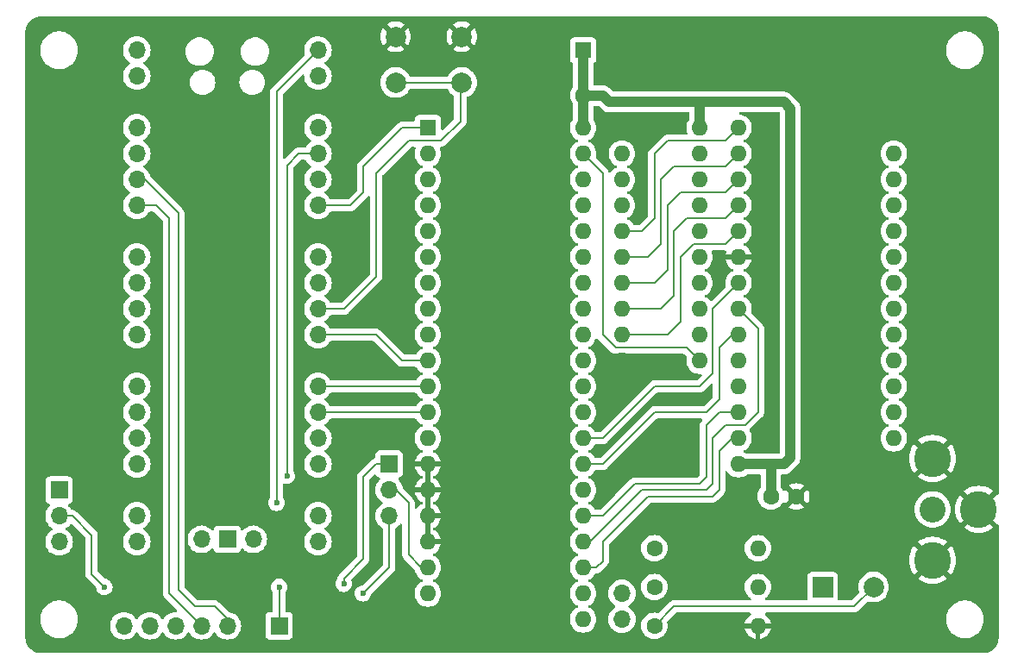
<source format=gbl>
G04 #@! TF.GenerationSoftware,KiCad,Pcbnew,8.0.2*
G04 #@! TF.CreationDate,2024-09-13T22:39:51+09:00*
G04 #@! TF.ProjectId,rp2c02-rp2040,72703263-3032-42d7-9270-323034302e6b,rev?*
G04 #@! TF.SameCoordinates,Original*
G04 #@! TF.FileFunction,Copper,L2,Bot*
G04 #@! TF.FilePolarity,Positive*
%FSLAX46Y46*%
G04 Gerber Fmt 4.6, Leading zero omitted, Abs format (unit mm)*
G04 Created by KiCad (PCBNEW 8.0.2) date 2024-09-13 22:39:51*
%MOMM*%
%LPD*%
G01*
G04 APERTURE LIST*
G04 #@! TA.AperFunction,ComponentPad*
%ADD10C,2.000000*%
G04 #@! TD*
G04 #@! TA.AperFunction,ComponentPad*
%ADD11C,1.600000*%
G04 #@! TD*
G04 #@! TA.AperFunction,ComponentPad*
%ADD12O,1.600000X1.600000*%
G04 #@! TD*
G04 #@! TA.AperFunction,ComponentPad*
%ADD13C,2.550000*%
G04 #@! TD*
G04 #@! TA.AperFunction,ComponentPad*
%ADD14C,3.616000*%
G04 #@! TD*
G04 #@! TA.AperFunction,ComponentPad*
%ADD15R,1.600000X1.600000*%
G04 #@! TD*
G04 #@! TA.AperFunction,ComponentPad*
%ADD16O,1.700000X1.700000*%
G04 #@! TD*
G04 #@! TA.AperFunction,ComponentPad*
%ADD17R,1.700000X1.700000*%
G04 #@! TD*
G04 #@! TA.AperFunction,ComponentPad*
%ADD18R,2.000000X2.000000*%
G04 #@! TD*
G04 #@! TA.AperFunction,ViaPad*
%ADD19C,0.600000*%
G04 #@! TD*
G04 #@! TA.AperFunction,Conductor*
%ADD20C,0.200000*%
G04 #@! TD*
G04 #@! TA.AperFunction,Conductor*
%ADD21C,1.000000*%
G04 #@! TD*
G04 APERTURE END LIST*
D10*
X108100000Y-60325000D03*
X101600000Y-60325000D03*
X108100000Y-55825000D03*
X101600000Y-55825000D03*
D11*
X127000000Y-109855000D03*
D12*
X137160000Y-109855000D03*
D13*
X154305000Y-102235000D03*
D14*
X158805000Y-102235000D03*
X154305000Y-107235000D03*
X154305000Y-97235000D03*
D15*
X120015000Y-57150000D03*
D11*
X118015000Y-57150000D03*
X127000000Y-113665000D03*
D12*
X137160000Y-113665000D03*
D16*
X76200000Y-57150000D03*
X76200000Y-59690000D03*
D17*
X76200000Y-62230000D03*
D16*
X76200000Y-64770000D03*
X76200000Y-67310000D03*
X76200000Y-69850000D03*
X76200000Y-72390000D03*
D17*
X76200000Y-74930000D03*
D16*
X76200000Y-77470000D03*
X76200000Y-80010000D03*
X76200000Y-82550000D03*
X76200000Y-85090000D03*
D17*
X76200000Y-87630000D03*
D16*
X76200000Y-90170000D03*
X76200000Y-92710000D03*
X76200000Y-95250000D03*
X76200000Y-97790000D03*
D17*
X76200000Y-100330000D03*
D16*
X76200000Y-102870000D03*
X76200000Y-105410000D03*
X93980000Y-105410000D03*
X93980000Y-102870000D03*
D17*
X93980000Y-100330000D03*
D16*
X93980000Y-97790000D03*
X93980000Y-95250000D03*
X93980000Y-92710000D03*
X93980000Y-90170000D03*
D17*
X93980000Y-87630000D03*
D16*
X93980000Y-85090000D03*
X93980000Y-82550000D03*
X93980000Y-80010000D03*
X93980000Y-77470000D03*
D17*
X93980000Y-74930000D03*
D16*
X93980000Y-72390000D03*
X93980000Y-69850000D03*
X93980000Y-67310000D03*
X93980000Y-64770000D03*
D17*
X93980000Y-62230000D03*
D16*
X93980000Y-59690000D03*
X93980000Y-57150000D03*
X82550000Y-105180000D03*
D17*
X85090000Y-105180000D03*
D16*
X87630000Y-105180000D03*
D11*
X127000000Y-106045000D03*
D12*
X137160000Y-106045000D03*
D18*
X143510000Y-109855000D03*
D10*
X148510000Y-109855000D03*
D11*
X138430000Y-100965000D03*
X140930000Y-100965000D03*
D17*
X68580000Y-100345000D03*
D16*
X68580000Y-102885000D03*
X68580000Y-105425000D03*
D11*
X120015000Y-61595000D03*
X117515000Y-61595000D03*
D17*
X100965000Y-97790000D03*
D16*
X100965000Y-100330000D03*
X100965000Y-102870000D03*
D15*
X150495000Y-97790000D03*
D12*
X150495000Y-95250000D03*
X150495000Y-92710000D03*
X150495000Y-90170000D03*
X150495000Y-87630000D03*
X150495000Y-85090000D03*
X150495000Y-82550000D03*
X150495000Y-80010000D03*
X150495000Y-77470000D03*
X150495000Y-74930000D03*
X150495000Y-72390000D03*
X150495000Y-69850000D03*
X150495000Y-67310000D03*
X150495000Y-64770000D03*
X135255000Y-64770000D03*
X135255000Y-67310000D03*
X135255000Y-69850000D03*
X135255000Y-72390000D03*
X135255000Y-74930000D03*
X135255000Y-77470000D03*
X135255000Y-80010000D03*
X135255000Y-82550000D03*
X135255000Y-85090000D03*
X135255000Y-87630000D03*
X135255000Y-90170000D03*
X135255000Y-92710000D03*
X135255000Y-95250000D03*
X135255000Y-97790000D03*
D15*
X123815000Y-64770000D03*
D12*
X123815000Y-67310000D03*
X123815000Y-69850000D03*
X123815000Y-72390000D03*
X123815000Y-74930000D03*
X123815000Y-77470000D03*
X123815000Y-80010000D03*
X123815000Y-82550000D03*
X123815000Y-85090000D03*
X123815000Y-87630000D03*
X131435000Y-87630000D03*
X131435000Y-85090000D03*
X131435000Y-82550000D03*
X131435000Y-80010000D03*
X131435000Y-77470000D03*
X131435000Y-74930000D03*
X131435000Y-72390000D03*
X131435000Y-69850000D03*
X131435000Y-67310000D03*
X131435000Y-64770000D03*
D17*
X123815000Y-107950000D03*
D16*
X123815000Y-110490000D03*
X123815000Y-113030000D03*
D17*
X90170000Y-113665000D03*
D16*
X87630000Y-113665000D03*
X85090000Y-113665000D03*
X82550000Y-113665000D03*
X80010000Y-113665000D03*
X77470000Y-113665000D03*
X74930000Y-113665000D03*
D15*
X104765000Y-64770000D03*
D12*
X104765000Y-67310000D03*
X104765000Y-69850000D03*
X104765000Y-72390000D03*
X104765000Y-74930000D03*
X104765000Y-77470000D03*
X104765000Y-80010000D03*
X104765000Y-82550000D03*
X104765000Y-85090000D03*
X104765000Y-87630000D03*
X104765000Y-90170000D03*
X104765000Y-92710000D03*
X104765000Y-95250000D03*
X104765000Y-97790000D03*
X104765000Y-100330000D03*
X104765000Y-102870000D03*
X104765000Y-105410000D03*
X104765000Y-107950000D03*
X104765000Y-110490000D03*
X104765000Y-113030000D03*
X120005000Y-113030000D03*
X120005000Y-110490000D03*
X120005000Y-107950000D03*
X120005000Y-105410000D03*
X120005000Y-102870000D03*
X120005000Y-100330000D03*
X120005000Y-97790000D03*
X120005000Y-95250000D03*
X120005000Y-92710000D03*
X120005000Y-90170000D03*
X120005000Y-87630000D03*
X120005000Y-85090000D03*
X120005000Y-82550000D03*
X120005000Y-80010000D03*
X120005000Y-77470000D03*
X120005000Y-74930000D03*
X120005000Y-72390000D03*
X120005000Y-69850000D03*
X120005000Y-67310000D03*
X120005000Y-64770000D03*
D19*
X146685000Y-86995000D03*
X78105000Y-87630000D03*
X151130000Y-109855000D03*
X137160000Y-55245000D03*
X88900000Y-85344000D03*
X117475000Y-77470000D03*
X117475000Y-72390000D03*
X102108000Y-93980000D03*
X121285000Y-96520000D03*
X92075000Y-85090000D03*
X107315000Y-107950000D03*
X134620000Y-106045000D03*
X146685000Y-74295000D03*
X127635000Y-94615000D03*
X133350000Y-77470000D03*
X70104000Y-95504000D03*
X138430000Y-80010000D03*
X146050000Y-55245000D03*
X82550000Y-102870000D03*
X146050000Y-109855000D03*
X130810000Y-97790000D03*
X138430000Y-72390000D03*
X93345000Y-109855000D03*
X137160000Y-60325000D03*
X159385000Y-71120000D03*
X112395000Y-92710000D03*
X102108000Y-91440000D03*
X101600000Y-79375000D03*
X92075000Y-72390000D03*
X121285000Y-99060000D03*
X107315000Y-97790000D03*
X102235000Y-113665000D03*
X97155000Y-104140000D03*
X138430000Y-87630000D03*
X107315000Y-92710000D03*
X112395000Y-113030000D03*
X78105000Y-78740000D03*
X81915000Y-94615000D03*
X134620000Y-113665000D03*
X91948000Y-62484000D03*
X81915000Y-89535000D03*
X107315000Y-67310000D03*
X68580000Y-72390000D03*
X81915000Y-86360000D03*
X117475000Y-92710000D03*
X141605000Y-60325000D03*
X125095000Y-73660000D03*
X81915000Y-97155000D03*
X150495000Y-100330000D03*
X138430000Y-85090000D03*
X112395000Y-72390000D03*
X129540000Y-113665000D03*
X78105000Y-104140000D03*
X127635000Y-91440000D03*
X128905000Y-87630000D03*
X147955000Y-97790000D03*
X107315000Y-87630000D03*
X88900000Y-80264000D03*
X88900000Y-72644000D03*
X92075000Y-80010000D03*
X81915000Y-81280000D03*
X107315000Y-77470000D03*
X81915000Y-83820000D03*
X138430000Y-82550000D03*
X101600000Y-74295000D03*
X126365000Y-87630000D03*
X68580000Y-80010000D03*
X107315000Y-113030000D03*
X146685000Y-89535000D03*
X112395000Y-102870000D03*
X138430000Y-67310000D03*
X113030000Y-55245000D03*
X141605000Y-104775000D03*
X117475000Y-113030000D03*
X123190000Y-91440000D03*
X92075000Y-87630000D03*
X92075000Y-104140000D03*
X112395000Y-67310000D03*
X107315000Y-102870000D03*
X159385000Y-93980000D03*
X88900000Y-90424000D03*
X118110000Y-55245000D03*
X101600000Y-76835000D03*
X81915000Y-78740000D03*
X101600000Y-69215000D03*
X146685000Y-71755000D03*
X117475000Y-87630000D03*
X117475000Y-102870000D03*
X117475000Y-108585000D03*
X130810000Y-91440000D03*
X150495000Y-55245000D03*
X99060000Y-65405000D03*
X141605000Y-114935000D03*
X146050000Y-60325000D03*
X118110000Y-59055000D03*
X146685000Y-81915000D03*
X141605000Y-55245000D03*
X113030000Y-59055000D03*
X102870000Y-109220000D03*
X116840000Y-59690000D03*
X79375000Y-67310000D03*
X94615000Y-113665000D03*
X78105000Y-93980000D03*
X112395000Y-82550000D03*
X146050000Y-104775000D03*
X107315000Y-82550000D03*
X146685000Y-64770000D03*
X115570000Y-62865000D03*
X107315000Y-72390000D03*
X88900000Y-75184000D03*
X146050000Y-114935000D03*
X146685000Y-76835000D03*
X117475000Y-67310000D03*
X88900000Y-77724000D03*
X78105000Y-83820000D03*
X68580000Y-87630000D03*
X112395000Y-87630000D03*
X121920000Y-64770000D03*
X79375000Y-57150000D03*
X146685000Y-84455000D03*
X138430000Y-69850000D03*
X90805000Y-57150000D03*
X153670000Y-93980000D03*
X138430000Y-64770000D03*
X112395000Y-97790000D03*
X81915000Y-92075000D03*
X155575000Y-71120000D03*
X101600000Y-81915000D03*
X68580000Y-64770000D03*
X150495000Y-60325000D03*
X146685000Y-79375000D03*
X101600000Y-84455000D03*
X92075000Y-77470000D03*
X138430000Y-74930000D03*
X129540000Y-109855000D03*
X92075000Y-90170000D03*
X78105000Y-96520000D03*
X117475000Y-97790000D03*
X138430000Y-95250000D03*
X121285000Y-93980000D03*
X112395000Y-77470000D03*
X138430000Y-77470000D03*
X127635000Y-97790000D03*
X79375000Y-62230000D03*
X129540000Y-103505000D03*
X128270000Y-64770000D03*
X129540000Y-106045000D03*
X88900000Y-82804000D03*
X92075000Y-74930000D03*
X112395000Y-107950000D03*
X88900000Y-87884000D03*
X117475000Y-82550000D03*
X146685000Y-95250000D03*
X134620000Y-109855000D03*
X78105000Y-81280000D03*
X102108000Y-88900000D03*
X92075000Y-82550000D03*
X130810000Y-94615000D03*
X78105000Y-91440000D03*
X82550000Y-72390000D03*
X101600000Y-71755000D03*
X134620000Y-103505000D03*
X89916000Y-101600000D03*
X90932000Y-98933000D03*
X96520000Y-109540000D03*
X73025000Y-109855000D03*
X90170000Y-109855000D03*
X98395000Y-110490000D03*
D20*
X121920000Y-105410000D02*
X126365000Y-100965000D01*
X121920000Y-107315000D02*
X121920000Y-105410000D01*
X120005000Y-107950000D02*
X121285000Y-107950000D01*
X133350000Y-96520000D02*
X134620000Y-95250000D01*
X133350000Y-100330000D02*
X133350000Y-96520000D01*
X134620000Y-95250000D02*
X135255000Y-95250000D01*
X126365000Y-100965000D02*
X132715000Y-100965000D01*
X121285000Y-107950000D02*
X121920000Y-107315000D01*
X132715000Y-100965000D02*
X133350000Y-100330000D01*
X129540000Y-77470000D02*
X130810000Y-76200000D01*
X130810000Y-76200000D02*
X133985000Y-76200000D01*
X123815000Y-85090000D02*
X128270000Y-85090000D01*
X133985000Y-76200000D02*
X135255000Y-74930000D01*
X129540000Y-83820000D02*
X129540000Y-77470000D01*
X128270000Y-85090000D02*
X129540000Y-83820000D01*
X128270000Y-72390000D02*
X129540000Y-71120000D01*
X133985000Y-71120000D02*
X135255000Y-69850000D01*
X127000000Y-80010000D02*
X128270000Y-78740000D01*
X128270000Y-78740000D02*
X128270000Y-72390000D01*
X123815000Y-80010000D02*
X127000000Y-80010000D01*
X129540000Y-71120000D02*
X133985000Y-71120000D01*
X130175000Y-73660000D02*
X133985000Y-73660000D01*
X127635000Y-82550000D02*
X128905000Y-81280000D01*
X128905000Y-81280000D02*
X128905000Y-74930000D01*
X123815000Y-82550000D02*
X127635000Y-82550000D01*
X133985000Y-73660000D02*
X135255000Y-72390000D01*
X128905000Y-74930000D02*
X130175000Y-73660000D01*
X125730000Y-74930000D02*
X127000000Y-73660000D01*
X127000000Y-73660000D02*
X127000000Y-67310000D01*
X127000000Y-67310000D02*
X128270000Y-66040000D01*
X123815000Y-74930000D02*
X125730000Y-74930000D01*
X128270000Y-66040000D02*
X133985000Y-66040000D01*
X133985000Y-66040000D02*
X135255000Y-64770000D01*
X132080000Y-93980000D02*
X133350000Y-92710000D01*
X121920000Y-102870000D02*
X125095000Y-99695000D01*
X125095000Y-99695000D02*
X131445000Y-99695000D01*
X132080000Y-99060000D02*
X132080000Y-93980000D01*
X133350000Y-92710000D02*
X135255000Y-92710000D01*
X131445000Y-99695000D02*
X132080000Y-99060000D01*
X120005000Y-102870000D02*
X121920000Y-102870000D01*
X120005000Y-95250000D02*
X121920000Y-95250000D01*
X127000000Y-90170000D02*
X131445000Y-90170000D01*
X132715000Y-88900000D02*
X132715000Y-82550000D01*
X132715000Y-82550000D02*
X135255000Y-80010000D01*
X121920000Y-95250000D02*
X127000000Y-90170000D01*
X131445000Y-90170000D02*
X132715000Y-88900000D01*
X127635000Y-69850000D02*
X127635000Y-76200000D01*
X135255000Y-67310000D02*
X133985000Y-68580000D01*
X126365000Y-77470000D02*
X123815000Y-77470000D01*
X133985000Y-68580000D02*
X128905000Y-68580000D01*
X127635000Y-76200000D02*
X126365000Y-77470000D01*
X128905000Y-68580000D02*
X127635000Y-69850000D01*
X137160000Y-84455000D02*
X135255000Y-82550000D01*
X132080000Y-100330000D02*
X132715000Y-99695000D01*
X120650000Y-105410000D02*
X125730000Y-100330000D01*
X132715000Y-95250000D02*
X133985000Y-93980000D01*
X137160000Y-92710000D02*
X137160000Y-84455000D01*
X133985000Y-93980000D02*
X135890000Y-93980000D01*
X135890000Y-82550000D02*
X135255000Y-82550000D01*
X125730000Y-100330000D02*
X132080000Y-100330000D01*
X120005000Y-105410000D02*
X120650000Y-105410000D01*
X132715000Y-99695000D02*
X132715000Y-95250000D01*
X135890000Y-93980000D02*
X137160000Y-92710000D01*
X134620000Y-85090000D02*
X135255000Y-85090000D01*
X120005000Y-97790000D02*
X121920000Y-97790000D01*
X127000000Y-92710000D02*
X132080000Y-92710000D01*
X132080000Y-92710000D02*
X133350000Y-91440000D01*
X133350000Y-86360000D02*
X134620000Y-85090000D01*
X133350000Y-91440000D02*
X133350000Y-86360000D01*
X121920000Y-97790000D02*
X127000000Y-92710000D01*
D21*
X138430000Y-97790000D02*
X139700000Y-97790000D01*
X120005000Y-61605000D02*
X120005000Y-64770000D01*
X139700000Y-62230000D02*
X131445000Y-62230000D01*
X140335000Y-97155000D02*
X140335000Y-62865000D01*
X138430000Y-97790000D02*
X135255000Y-97790000D01*
X139700000Y-97790000D02*
X140335000Y-97155000D01*
X131445000Y-62230000D02*
X122555000Y-62230000D01*
X131445000Y-63500000D02*
X131435000Y-63510000D01*
X140335000Y-62865000D02*
X139700000Y-62230000D01*
D20*
X89916000Y-61214000D02*
X93980000Y-57150000D01*
D21*
X138430000Y-97790000D02*
X138430000Y-100965000D01*
X131435000Y-63510000D02*
X131435000Y-64770000D01*
X121920000Y-61595000D02*
X120015000Y-61595000D01*
X131445000Y-62230000D02*
X131445000Y-63500000D01*
D20*
X89916000Y-101600000D02*
X89916000Y-61214000D01*
D21*
X122555000Y-62230000D02*
X121920000Y-61595000D01*
X120015000Y-61595000D02*
X120005000Y-61605000D01*
X120015000Y-61595000D02*
X120015000Y-57464887D01*
D20*
X120005000Y-67310000D02*
X121920000Y-69225000D01*
X121920000Y-69225000D02*
X121920000Y-85090000D01*
X131435000Y-88275000D02*
X131435000Y-87630000D01*
X130165000Y-86360000D02*
X131435000Y-87630000D01*
X121920000Y-85090000D02*
X123190000Y-86360000D01*
X123190000Y-86360000D02*
X130165000Y-86360000D01*
X101600000Y-100330000D02*
X102870000Y-101600000D01*
X102870000Y-101600000D02*
X102870000Y-106685000D01*
X100965000Y-100330000D02*
X101600000Y-100330000D01*
X102870000Y-106685000D02*
X104135000Y-107950000D01*
X104135000Y-107950000D02*
X104765000Y-107950000D01*
X128905000Y-111760000D02*
X146605000Y-111760000D01*
X146605000Y-111760000D02*
X148510000Y-109855000D01*
X127000000Y-113665000D02*
X128905000Y-111760000D01*
X104765000Y-92710000D02*
X93980000Y-92710000D01*
X102235000Y-87630000D02*
X99695000Y-85090000D01*
X99695000Y-85090000D02*
X93980000Y-85090000D01*
X104765000Y-87630000D02*
X102235000Y-87630000D01*
X104765000Y-90170000D02*
X93980000Y-90170000D01*
X98425000Y-68580000D02*
X102235000Y-64770000D01*
X98425000Y-71120000D02*
X98425000Y-68580000D01*
X93980000Y-72390000D02*
X97155000Y-72390000D01*
X97155000Y-72390000D02*
X98425000Y-71120000D01*
X102235000Y-64770000D02*
X104765000Y-64770000D01*
X107950000Y-64135000D02*
X107950000Y-60475000D01*
X96520000Y-82550000D02*
X99695000Y-79375000D01*
X99695000Y-69215000D02*
X102870000Y-66040000D01*
X101600000Y-60325000D02*
X108100000Y-60325000D01*
X102870000Y-66040000D02*
X106045000Y-66040000D01*
X93980000Y-82550000D02*
X96520000Y-82550000D01*
X106045000Y-66040000D02*
X107950000Y-64135000D01*
X107950000Y-60475000D02*
X108100000Y-60325000D01*
X99695000Y-79375000D02*
X99695000Y-69215000D01*
X85090000Y-113030000D02*
X85090000Y-113665000D01*
X81915000Y-111760000D02*
X83820000Y-111760000D01*
X80264000Y-110109000D02*
X81915000Y-111760000D01*
X76200000Y-69850000D02*
X76962000Y-69850000D01*
X80264000Y-73152000D02*
X80264000Y-110109000D01*
X83820000Y-111760000D02*
X85090000Y-113030000D01*
X76962000Y-69850000D02*
X80264000Y-73152000D01*
X76200000Y-72390000D02*
X78105000Y-72390000D01*
X79375000Y-73660000D02*
X79375000Y-110490000D01*
X78105000Y-72390000D02*
X79375000Y-73660000D01*
X79375000Y-110490000D02*
X82550000Y-113665000D01*
X90932000Y-68453000D02*
X92075000Y-67310000D01*
X90932000Y-98933000D02*
X90932000Y-68453000D01*
X92075000Y-67310000D02*
X93980000Y-67310000D01*
X98425000Y-107102500D02*
X98425000Y-99060000D01*
X96520000Y-109007500D02*
X98425000Y-107102500D01*
X99695000Y-97790000D02*
X100965000Y-97790000D01*
X96520000Y-109540000D02*
X96520000Y-109007500D01*
X98425000Y-99060000D02*
X99695000Y-97790000D01*
X68580000Y-102885000D02*
X69865000Y-102885000D01*
X90170000Y-113665000D02*
X90170000Y-109855000D01*
X69865000Y-102885000D02*
X71755000Y-104775000D01*
X71755000Y-108585000D02*
X73025000Y-109855000D01*
X71755000Y-104775000D02*
X71755000Y-108585000D01*
X98425000Y-110490000D02*
X100965000Y-107950000D01*
X98395000Y-110490000D02*
X98425000Y-110490000D01*
X100965000Y-107950000D02*
X100965000Y-102870000D01*
G04 #@! TA.AperFunction,Conductor*
G36*
X131667941Y-93330185D02*
G01*
X131713696Y-93382989D01*
X131723640Y-93452147D01*
X131694615Y-93515703D01*
X131688583Y-93522181D01*
X131599481Y-93611282D01*
X131599477Y-93611287D01*
X131558845Y-93681666D01*
X131558845Y-93681667D01*
X131520423Y-93748214D01*
X131520348Y-93748495D01*
X131479499Y-93900943D01*
X131479499Y-93900945D01*
X131479499Y-94069046D01*
X131479500Y-94069059D01*
X131479500Y-98759902D01*
X131459815Y-98826941D01*
X131443181Y-98847583D01*
X131232584Y-99058181D01*
X131171261Y-99091666D01*
X131144903Y-99094500D01*
X125174057Y-99094500D01*
X125015943Y-99094500D01*
X124863215Y-99135423D01*
X124854422Y-99140500D01*
X124827634Y-99155966D01*
X124827633Y-99155965D01*
X124726287Y-99214477D01*
X124726282Y-99214481D01*
X124668349Y-99272415D01*
X124614480Y-99326284D01*
X124614478Y-99326286D01*
X123147101Y-100793664D01*
X121707584Y-102233181D01*
X121646261Y-102266666D01*
X121619903Y-102269500D01*
X121236692Y-102269500D01*
X121169653Y-102249815D01*
X121135119Y-102216625D01*
X121014264Y-102044024D01*
X121005045Y-102030858D01*
X120844141Y-101869954D01*
X120657734Y-101739432D01*
X120657728Y-101739429D01*
X120599725Y-101712382D01*
X120547285Y-101666210D01*
X120528133Y-101599017D01*
X120548348Y-101532135D01*
X120599725Y-101487618D01*
X120657734Y-101460568D01*
X120844139Y-101330047D01*
X121005047Y-101169139D01*
X121135568Y-100982734D01*
X121231739Y-100776496D01*
X121290635Y-100556692D01*
X121310468Y-100330000D01*
X121308916Y-100312266D01*
X121302885Y-100243329D01*
X121290635Y-100103308D01*
X121231739Y-99883504D01*
X121135568Y-99677266D01*
X121005047Y-99490861D01*
X121005045Y-99490858D01*
X120844141Y-99329954D01*
X120657734Y-99199432D01*
X120657728Y-99199429D01*
X120630038Y-99186517D01*
X120599724Y-99172381D01*
X120547285Y-99126210D01*
X120528133Y-99059017D01*
X120548348Y-98992135D01*
X120599725Y-98947618D01*
X120657734Y-98920568D01*
X120844139Y-98790047D01*
X121005047Y-98629139D01*
X121135118Y-98443375D01*
X121189693Y-98399752D01*
X121236692Y-98390500D01*
X121833331Y-98390500D01*
X121833347Y-98390501D01*
X121840943Y-98390501D01*
X121999054Y-98390501D01*
X121999057Y-98390501D01*
X122151785Y-98349577D01*
X122202487Y-98320304D01*
X122288716Y-98270520D01*
X122400520Y-98158716D01*
X122400520Y-98158714D01*
X122410724Y-98148511D01*
X122410727Y-98148506D01*
X127212416Y-93346819D01*
X127273739Y-93313334D01*
X127300097Y-93310500D01*
X131600902Y-93310500D01*
X131667941Y-93330185D01*
G37*
G04 #@! TD.AperFunction*
G04 #@! TA.AperFunction,Conductor*
G36*
X132668834Y-89897914D02*
G01*
X132724767Y-89939786D01*
X132749184Y-90005250D01*
X132749500Y-90014096D01*
X132749500Y-91139903D01*
X132729815Y-91206942D01*
X132713181Y-91227584D01*
X131867584Y-92073181D01*
X131806261Y-92106666D01*
X131779903Y-92109500D01*
X127086669Y-92109500D01*
X127086653Y-92109499D01*
X127079057Y-92109499D01*
X126920943Y-92109499D01*
X126813587Y-92138265D01*
X126768210Y-92150424D01*
X126768209Y-92150425D01*
X126718096Y-92179359D01*
X126718095Y-92179360D01*
X126674689Y-92204420D01*
X126631285Y-92229479D01*
X126631282Y-92229481D01*
X126519478Y-92341286D01*
X121707584Y-97153181D01*
X121646261Y-97186666D01*
X121619903Y-97189500D01*
X121236692Y-97189500D01*
X121169653Y-97169815D01*
X121135119Y-97136625D01*
X121005047Y-96950861D01*
X121005045Y-96950858D01*
X120844141Y-96789954D01*
X120657734Y-96659432D01*
X120657728Y-96659429D01*
X120630038Y-96646517D01*
X120599724Y-96632381D01*
X120547285Y-96586210D01*
X120528133Y-96519017D01*
X120548348Y-96452135D01*
X120599725Y-96407618D01*
X120657734Y-96380568D01*
X120844139Y-96250047D01*
X121005047Y-96089139D01*
X121135118Y-95903375D01*
X121189693Y-95859752D01*
X121236692Y-95850500D01*
X121833331Y-95850500D01*
X121833347Y-95850501D01*
X121840943Y-95850501D01*
X121999054Y-95850501D01*
X121999057Y-95850501D01*
X122151785Y-95809577D01*
X122201904Y-95780639D01*
X122288716Y-95730520D01*
X122400520Y-95618716D01*
X122400520Y-95618714D01*
X122410728Y-95608507D01*
X122410729Y-95608504D01*
X127212416Y-90806819D01*
X127273739Y-90773334D01*
X127300097Y-90770500D01*
X131358331Y-90770500D01*
X131358347Y-90770501D01*
X131365943Y-90770501D01*
X131524054Y-90770501D01*
X131524057Y-90770501D01*
X131676785Y-90729577D01*
X131726904Y-90700639D01*
X131813716Y-90650520D01*
X131925520Y-90538716D01*
X131925520Y-90538714D01*
X131935728Y-90528507D01*
X131935729Y-90528504D01*
X132537820Y-89926414D01*
X132599142Y-89892930D01*
X132668834Y-89897914D01*
G37*
G04 #@! TD.AperFunction*
G04 #@! TA.AperFunction,Conductor*
G36*
X139277539Y-63250185D02*
G01*
X139323294Y-63302989D01*
X139334500Y-63354500D01*
X139334500Y-96665500D01*
X139314815Y-96732539D01*
X139262011Y-96778294D01*
X139210500Y-96789500D01*
X136132588Y-96789500D01*
X136065549Y-96769815D01*
X136061465Y-96767075D01*
X136041445Y-96753057D01*
X135907734Y-96659432D01*
X135849724Y-96632381D01*
X135797285Y-96586210D01*
X135778133Y-96519017D01*
X135798348Y-96452135D01*
X135849725Y-96407618D01*
X135907734Y-96380568D01*
X136094139Y-96250047D01*
X136255047Y-96089139D01*
X136385568Y-95902734D01*
X136481739Y-95696496D01*
X136540635Y-95476692D01*
X136560468Y-95250000D01*
X136540635Y-95023308D01*
X136481739Y-94803504D01*
X136385568Y-94597266D01*
X136336687Y-94527456D01*
X136314361Y-94461252D01*
X136331371Y-94393485D01*
X136350580Y-94368655D01*
X136370520Y-94348716D01*
X136370520Y-94348714D01*
X136380725Y-94338510D01*
X136380729Y-94338505D01*
X137528713Y-93190521D01*
X137528716Y-93190520D01*
X137640520Y-93078716D01*
X137690639Y-92991904D01*
X137719577Y-92941785D01*
X137760500Y-92789058D01*
X137760500Y-92630943D01*
X137760500Y-84544059D01*
X137760501Y-84544046D01*
X137760501Y-84375945D01*
X137760501Y-84375943D01*
X137719577Y-84223215D01*
X137659023Y-84118333D01*
X137640520Y-84086284D01*
X137528716Y-83974480D01*
X137528715Y-83974479D01*
X137524385Y-83970149D01*
X137524374Y-83970139D01*
X136546941Y-82992706D01*
X136513456Y-82931383D01*
X136514847Y-82872931D01*
X136520966Y-82850096D01*
X136540635Y-82776692D01*
X136560468Y-82550000D01*
X136540635Y-82323308D01*
X136481739Y-82103504D01*
X136385568Y-81897266D01*
X136255047Y-81710861D01*
X136255045Y-81710858D01*
X136094141Y-81549954D01*
X135907734Y-81419432D01*
X135907728Y-81419429D01*
X135849725Y-81392382D01*
X135797285Y-81346210D01*
X135778133Y-81279017D01*
X135798348Y-81212135D01*
X135849725Y-81167618D01*
X135907734Y-81140568D01*
X136094139Y-81010047D01*
X136255047Y-80849139D01*
X136385568Y-80662734D01*
X136481739Y-80456496D01*
X136540635Y-80236692D01*
X136560468Y-80010000D01*
X136540635Y-79783308D01*
X136481739Y-79563504D01*
X136385568Y-79357266D01*
X136255047Y-79170861D01*
X136255045Y-79170858D01*
X136094141Y-79009954D01*
X135907734Y-78879432D01*
X135907732Y-78879431D01*
X135849725Y-78852382D01*
X135849132Y-78852105D01*
X135796694Y-78805934D01*
X135777542Y-78738740D01*
X135797758Y-78671859D01*
X135849134Y-78627341D01*
X135907484Y-78600132D01*
X136093820Y-78469657D01*
X136254657Y-78308820D01*
X136385134Y-78122482D01*
X136481265Y-77916326D01*
X136481269Y-77916317D01*
X136533872Y-77720000D01*
X135570686Y-77720000D01*
X135575080Y-77715606D01*
X135627741Y-77624394D01*
X135655000Y-77522661D01*
X135655000Y-77417339D01*
X135627741Y-77315606D01*
X135575080Y-77224394D01*
X135570686Y-77220000D01*
X136533872Y-77220000D01*
X136533872Y-77219999D01*
X136481269Y-77023682D01*
X136481265Y-77023673D01*
X136385134Y-76817517D01*
X136254657Y-76631179D01*
X136093820Y-76470342D01*
X135907482Y-76339865D01*
X135849133Y-76312657D01*
X135796694Y-76266484D01*
X135777542Y-76199291D01*
X135797758Y-76132410D01*
X135849129Y-76087895D01*
X135907734Y-76060568D01*
X136094139Y-75930047D01*
X136255047Y-75769139D01*
X136385568Y-75582734D01*
X136481739Y-75376496D01*
X136540635Y-75156692D01*
X136560468Y-74930000D01*
X136540635Y-74703308D01*
X136481739Y-74483504D01*
X136385568Y-74277266D01*
X136255047Y-74090861D01*
X136255045Y-74090858D01*
X136094141Y-73929954D01*
X135907734Y-73799432D01*
X135907728Y-73799429D01*
X135849725Y-73772382D01*
X135797285Y-73726210D01*
X135778133Y-73659017D01*
X135798348Y-73592135D01*
X135849725Y-73547618D01*
X135907734Y-73520568D01*
X136094139Y-73390047D01*
X136255047Y-73229139D01*
X136385568Y-73042734D01*
X136481739Y-72836496D01*
X136540635Y-72616692D01*
X136560468Y-72390000D01*
X136540635Y-72163308D01*
X136481739Y-71943504D01*
X136385568Y-71737266D01*
X136255047Y-71550861D01*
X136255045Y-71550858D01*
X136094141Y-71389954D01*
X135907734Y-71259432D01*
X135907728Y-71259429D01*
X135849725Y-71232382D01*
X135797285Y-71186210D01*
X135778133Y-71119017D01*
X135798348Y-71052135D01*
X135849725Y-71007618D01*
X135907734Y-70980568D01*
X136094139Y-70850047D01*
X136255047Y-70689139D01*
X136385568Y-70502734D01*
X136481739Y-70296496D01*
X136540635Y-70076692D01*
X136560468Y-69850000D01*
X136540635Y-69623308D01*
X136481739Y-69403504D01*
X136385568Y-69197266D01*
X136255047Y-69010861D01*
X136255045Y-69010858D01*
X136094141Y-68849954D01*
X135907734Y-68719432D01*
X135907728Y-68719429D01*
X135849725Y-68692382D01*
X135797285Y-68646210D01*
X135778133Y-68579017D01*
X135798348Y-68512135D01*
X135849725Y-68467618D01*
X135907734Y-68440568D01*
X136094139Y-68310047D01*
X136255047Y-68149139D01*
X136385568Y-67962734D01*
X136481739Y-67756496D01*
X136540635Y-67536692D01*
X136560468Y-67310000D01*
X136540635Y-67083308D01*
X136481739Y-66863504D01*
X136385568Y-66657266D01*
X136255047Y-66470861D01*
X136255045Y-66470858D01*
X136094141Y-66309954D01*
X135907734Y-66179432D01*
X135907728Y-66179429D01*
X135849725Y-66152382D01*
X135797285Y-66106210D01*
X135778133Y-66039017D01*
X135798348Y-65972135D01*
X135849725Y-65927618D01*
X135907734Y-65900568D01*
X136094139Y-65770047D01*
X136255047Y-65609139D01*
X136385568Y-65422734D01*
X136481739Y-65216496D01*
X136540635Y-64996692D01*
X136560468Y-64770000D01*
X136540635Y-64543308D01*
X136481739Y-64323504D01*
X136385568Y-64117266D01*
X136255047Y-63930861D01*
X136255045Y-63930858D01*
X136094141Y-63769954D01*
X135907734Y-63639432D01*
X135907732Y-63639431D01*
X135701497Y-63543261D01*
X135701488Y-63543258D01*
X135481697Y-63484366D01*
X135481693Y-63484365D01*
X135481692Y-63484365D01*
X135481691Y-63484364D01*
X135481686Y-63484364D01*
X135409260Y-63478028D01*
X135344191Y-63452576D01*
X135303212Y-63395985D01*
X135299334Y-63326223D01*
X135333788Y-63265439D01*
X135395635Y-63232931D01*
X135420067Y-63230500D01*
X139210500Y-63230500D01*
X139277539Y-63250185D01*
G37*
G04 #@! TD.AperFunction*
G04 #@! TA.AperFunction,Conductor*
G36*
X121405075Y-85436873D02*
G01*
X121443945Y-85463181D01*
X121558349Y-85577585D01*
X121558355Y-85577590D01*
X122705139Y-86724374D01*
X122705149Y-86724385D01*
X122709479Y-86728715D01*
X122709480Y-86728716D01*
X122821284Y-86840520D01*
X122859491Y-86862578D01*
X122908095Y-86890639D01*
X122908097Y-86890641D01*
X122958213Y-86919576D01*
X122958215Y-86919577D01*
X123110942Y-86960500D01*
X123110943Y-86960500D01*
X129864903Y-86960500D01*
X129931942Y-86980185D01*
X129952584Y-86996819D01*
X130143058Y-87187293D01*
X130176543Y-87248616D01*
X130175152Y-87307067D01*
X130149366Y-87403302D01*
X130149364Y-87403313D01*
X130129532Y-87629998D01*
X130129532Y-87630001D01*
X130149364Y-87856686D01*
X130149366Y-87856697D01*
X130208258Y-88076488D01*
X130208261Y-88076497D01*
X130304431Y-88282732D01*
X130304432Y-88282734D01*
X130434954Y-88469141D01*
X130595858Y-88630045D01*
X130595861Y-88630047D01*
X130782266Y-88760568D01*
X130988504Y-88856739D01*
X131208308Y-88915635D01*
X131370230Y-88929801D01*
X131434998Y-88935468D01*
X131435000Y-88935468D01*
X131435001Y-88935468D01*
X131474999Y-88931968D01*
X131528805Y-88927261D01*
X131597305Y-88941028D01*
X131647489Y-88989643D01*
X131663422Y-89057671D01*
X131640047Y-89123515D01*
X131627294Y-89138470D01*
X131232584Y-89533181D01*
X131171261Y-89566666D01*
X131144903Y-89569500D01*
X127086669Y-89569500D01*
X127086653Y-89569499D01*
X127079057Y-89569499D01*
X126920943Y-89569499D01*
X126813587Y-89598265D01*
X126768210Y-89610424D01*
X126768209Y-89610425D01*
X126718096Y-89639359D01*
X126718095Y-89639360D01*
X126674689Y-89664420D01*
X126631285Y-89689479D01*
X126631282Y-89689481D01*
X126519478Y-89801286D01*
X121707584Y-94613181D01*
X121646261Y-94646666D01*
X121619903Y-94649500D01*
X121236692Y-94649500D01*
X121169653Y-94629815D01*
X121135119Y-94596625D01*
X121005047Y-94410861D01*
X121005045Y-94410858D01*
X120844141Y-94249954D01*
X120657734Y-94119432D01*
X120657728Y-94119429D01*
X120599725Y-94092382D01*
X120547285Y-94046210D01*
X120528133Y-93979017D01*
X120548348Y-93912135D01*
X120599725Y-93867618D01*
X120657734Y-93840568D01*
X120844139Y-93710047D01*
X121005047Y-93549139D01*
X121135568Y-93362734D01*
X121231739Y-93156496D01*
X121290635Y-92936692D01*
X121310468Y-92710000D01*
X121290635Y-92483308D01*
X121231739Y-92263504D01*
X121135568Y-92057266D01*
X121005047Y-91870861D01*
X121005045Y-91870858D01*
X120844140Y-91709953D01*
X120657734Y-91579432D01*
X120657728Y-91579429D01*
X120599725Y-91552382D01*
X120547285Y-91506210D01*
X120528133Y-91439017D01*
X120548348Y-91372135D01*
X120599725Y-91327618D01*
X120657734Y-91300568D01*
X120844139Y-91170047D01*
X121005047Y-91009139D01*
X121135568Y-90822734D01*
X121231739Y-90616496D01*
X121290635Y-90396692D01*
X121310468Y-90170000D01*
X121290635Y-89943308D01*
X121231739Y-89723504D01*
X121135568Y-89517266D01*
X121005047Y-89330861D01*
X121005045Y-89330858D01*
X120844141Y-89169954D01*
X120657734Y-89039432D01*
X120657728Y-89039429D01*
X120599725Y-89012382D01*
X120547285Y-88966210D01*
X120528133Y-88899017D01*
X120548348Y-88832135D01*
X120599725Y-88787618D01*
X120657734Y-88760568D01*
X120844139Y-88630047D01*
X121005047Y-88469139D01*
X121135568Y-88282734D01*
X121231739Y-88076496D01*
X121290635Y-87856692D01*
X121310468Y-87630000D01*
X121290635Y-87403308D01*
X121231739Y-87183504D01*
X121135568Y-86977266D01*
X121005047Y-86790861D01*
X121005045Y-86790858D01*
X120844141Y-86629954D01*
X120657734Y-86499432D01*
X120657728Y-86499429D01*
X120599725Y-86472382D01*
X120547285Y-86426210D01*
X120528133Y-86359017D01*
X120548348Y-86292135D01*
X120599725Y-86247618D01*
X120657734Y-86220568D01*
X120844139Y-86090047D01*
X121005047Y-85929139D01*
X121135568Y-85742734D01*
X121231739Y-85536496D01*
X121236489Y-85518770D01*
X121272853Y-85459109D01*
X121335700Y-85428579D01*
X121405075Y-85436873D01*
G37*
G04 #@! TD.AperFunction*
G04 #@! TA.AperFunction,Conductor*
G36*
X133898347Y-76800501D02*
G01*
X133938160Y-76800501D01*
X134005199Y-76820186D01*
X134050954Y-76872990D01*
X134060898Y-76942148D01*
X134050542Y-76976906D01*
X134028734Y-77023673D01*
X134028730Y-77023682D01*
X133976127Y-77219999D01*
X133976128Y-77220000D01*
X134939314Y-77220000D01*
X134934920Y-77224394D01*
X134882259Y-77315606D01*
X134855000Y-77417339D01*
X134855000Y-77522661D01*
X134882259Y-77624394D01*
X134934920Y-77715606D01*
X134939314Y-77720000D01*
X133976128Y-77720000D01*
X134028730Y-77916317D01*
X134028734Y-77916326D01*
X134124865Y-78122482D01*
X134255342Y-78308820D01*
X134416179Y-78469657D01*
X134602518Y-78600134D01*
X134602520Y-78600135D01*
X134660865Y-78627342D01*
X134713305Y-78673514D01*
X134732457Y-78740707D01*
X134712242Y-78807589D01*
X134660867Y-78852105D01*
X134602268Y-78879431D01*
X134602264Y-78879433D01*
X134415858Y-79009954D01*
X134254954Y-79170858D01*
X134124432Y-79357265D01*
X134124431Y-79357267D01*
X134028261Y-79563502D01*
X134028258Y-79563511D01*
X133969366Y-79783302D01*
X133969364Y-79783313D01*
X133949532Y-80009998D01*
X133949532Y-80010001D01*
X133969364Y-80236686D01*
X133969366Y-80236697D01*
X133995152Y-80332931D01*
X133993489Y-80402781D01*
X133963058Y-80452705D01*
X132650677Y-81765086D01*
X132589354Y-81798571D01*
X132519662Y-81793587D01*
X132463729Y-81751715D01*
X132461443Y-81748559D01*
X132435047Y-81710861D01*
X132435045Y-81710859D01*
X132435044Y-81710857D01*
X132274141Y-81549954D01*
X132087734Y-81419432D01*
X132087728Y-81419429D01*
X132029725Y-81392382D01*
X131977285Y-81346210D01*
X131958133Y-81279017D01*
X131978348Y-81212135D01*
X132029725Y-81167618D01*
X132087734Y-81140568D01*
X132274139Y-81010047D01*
X132435047Y-80849139D01*
X132565568Y-80662734D01*
X132661739Y-80456496D01*
X132720635Y-80236692D01*
X132740468Y-80010000D01*
X132720635Y-79783308D01*
X132661739Y-79563504D01*
X132565568Y-79357266D01*
X132435047Y-79170861D01*
X132435045Y-79170858D01*
X132274141Y-79009954D01*
X132087734Y-78879432D01*
X132087728Y-78879429D01*
X132029725Y-78852382D01*
X131977285Y-78806210D01*
X131958133Y-78739017D01*
X131978348Y-78672135D01*
X132029725Y-78627618D01*
X132030319Y-78627341D01*
X132087734Y-78600568D01*
X132274139Y-78470047D01*
X132435047Y-78309139D01*
X132565568Y-78122734D01*
X132661739Y-77916496D01*
X132720635Y-77696692D01*
X132740468Y-77470000D01*
X132720635Y-77243308D01*
X132661739Y-77023504D01*
X132640008Y-76976903D01*
X132629517Y-76907828D01*
X132658036Y-76844044D01*
X132716513Y-76805804D01*
X132752391Y-76800500D01*
X133898331Y-76800500D01*
X133898347Y-76800501D01*
G37*
G04 #@! TD.AperFunction*
G04 #@! TA.AperFunction,Conductor*
G36*
X121521257Y-62615185D02*
G01*
X121541899Y-62631819D01*
X121917215Y-63007137D01*
X121917219Y-63007140D01*
X122081079Y-63116628D01*
X122081085Y-63116631D01*
X122081086Y-63116632D01*
X122263165Y-63192052D01*
X122456455Y-63230500D01*
X122456458Y-63230501D01*
X122456460Y-63230501D01*
X122659655Y-63230501D01*
X122659675Y-63230500D01*
X130319401Y-63230500D01*
X130386440Y-63250185D01*
X130432195Y-63302989D01*
X130442139Y-63372147D01*
X130441018Y-63378693D01*
X130434500Y-63411458D01*
X130434500Y-63892410D01*
X130414815Y-63959449D01*
X130412076Y-63963532D01*
X130304431Y-64117267D01*
X130208261Y-64323502D01*
X130208258Y-64323511D01*
X130149366Y-64543302D01*
X130149364Y-64543313D01*
X130129532Y-64769998D01*
X130129532Y-64770001D01*
X130149364Y-64996686D01*
X130149366Y-64996697D01*
X130208258Y-65216488D01*
X130208261Y-65216497D01*
X130229991Y-65263095D01*
X130240483Y-65332172D01*
X130211964Y-65395956D01*
X130153487Y-65434196D01*
X130117609Y-65439500D01*
X128349057Y-65439500D01*
X128190942Y-65439500D01*
X128038215Y-65480423D01*
X128038214Y-65480423D01*
X128038212Y-65480424D01*
X128038209Y-65480425D01*
X127988096Y-65509359D01*
X127988095Y-65509360D01*
X127944689Y-65534420D01*
X127901285Y-65559479D01*
X127901282Y-65559481D01*
X126519481Y-66941282D01*
X126519475Y-66941290D01*
X126476777Y-67015247D01*
X126476777Y-67015248D01*
X126440423Y-67078215D01*
X126399499Y-67230943D01*
X126399499Y-67230945D01*
X126399499Y-67399046D01*
X126399500Y-67399059D01*
X126399500Y-73359903D01*
X126379815Y-73426942D01*
X126363181Y-73447584D01*
X125517584Y-74293181D01*
X125456261Y-74326666D01*
X125429903Y-74329500D01*
X125046692Y-74329500D01*
X124979653Y-74309815D01*
X124945119Y-74276625D01*
X124815047Y-74090861D01*
X124815045Y-74090858D01*
X124654141Y-73929954D01*
X124467734Y-73799432D01*
X124467728Y-73799429D01*
X124409725Y-73772382D01*
X124357285Y-73726210D01*
X124338133Y-73659017D01*
X124358348Y-73592135D01*
X124409725Y-73547618D01*
X124467734Y-73520568D01*
X124654139Y-73390047D01*
X124815047Y-73229139D01*
X124945568Y-73042734D01*
X125041739Y-72836496D01*
X125100635Y-72616692D01*
X125120468Y-72390000D01*
X125100635Y-72163308D01*
X125041739Y-71943504D01*
X124945568Y-71737266D01*
X124815047Y-71550861D01*
X124815045Y-71550858D01*
X124654141Y-71389954D01*
X124467734Y-71259432D01*
X124467728Y-71259429D01*
X124409725Y-71232382D01*
X124357285Y-71186210D01*
X124338133Y-71119017D01*
X124358348Y-71052135D01*
X124409725Y-71007618D01*
X124467734Y-70980568D01*
X124654139Y-70850047D01*
X124815047Y-70689139D01*
X124945568Y-70502734D01*
X125041739Y-70296496D01*
X125100635Y-70076692D01*
X125120468Y-69850000D01*
X125100635Y-69623308D01*
X125041739Y-69403504D01*
X124945568Y-69197266D01*
X124815047Y-69010861D01*
X124815045Y-69010858D01*
X124654141Y-68849954D01*
X124467734Y-68719432D01*
X124467728Y-68719429D01*
X124409725Y-68692382D01*
X124357285Y-68646210D01*
X124338133Y-68579017D01*
X124358348Y-68512135D01*
X124409725Y-68467618D01*
X124467734Y-68440568D01*
X124654139Y-68310047D01*
X124815047Y-68149139D01*
X124945568Y-67962734D01*
X125041739Y-67756496D01*
X125100635Y-67536692D01*
X125120468Y-67310000D01*
X125100635Y-67083308D01*
X125041739Y-66863504D01*
X124945568Y-66657266D01*
X124815047Y-66470861D01*
X124815045Y-66470858D01*
X124654141Y-66309954D01*
X124467734Y-66179432D01*
X124467732Y-66179431D01*
X124261497Y-66083261D01*
X124261488Y-66083258D01*
X124041697Y-66024366D01*
X124041693Y-66024365D01*
X124041692Y-66024365D01*
X124041691Y-66024364D01*
X124041686Y-66024364D01*
X123815002Y-66004532D01*
X123814998Y-66004532D01*
X123588313Y-66024364D01*
X123588302Y-66024366D01*
X123368511Y-66083258D01*
X123368502Y-66083261D01*
X123162267Y-66179431D01*
X123162265Y-66179432D01*
X122975858Y-66309954D01*
X122814954Y-66470858D01*
X122684432Y-66657265D01*
X122684431Y-66657267D01*
X122588261Y-66863502D01*
X122588258Y-66863511D01*
X122529366Y-67083302D01*
X122529364Y-67083313D01*
X122509532Y-67309998D01*
X122509532Y-67310001D01*
X122529364Y-67536686D01*
X122529366Y-67536697D01*
X122588258Y-67756488D01*
X122588261Y-67756497D01*
X122684431Y-67962732D01*
X122684432Y-67962734D01*
X122814954Y-68149141D01*
X122975858Y-68310045D01*
X122975861Y-68310047D01*
X123162266Y-68440568D01*
X123220275Y-68467618D01*
X123272714Y-68513791D01*
X123291866Y-68580984D01*
X123271650Y-68647865D01*
X123220275Y-68692382D01*
X123162267Y-68719431D01*
X123162265Y-68719432D01*
X122975858Y-68849954D01*
X122814954Y-69010858D01*
X122728341Y-69134556D01*
X122673764Y-69178181D01*
X122604266Y-69185375D01*
X122541911Y-69153852D01*
X122506992Y-69095527D01*
X122479577Y-68993215D01*
X122445111Y-68933519D01*
X122445111Y-68933518D01*
X122400522Y-68856287D01*
X122400521Y-68856286D01*
X122400520Y-68856284D01*
X122288716Y-68744480D01*
X122288715Y-68744479D01*
X122284385Y-68740149D01*
X122284374Y-68740139D01*
X121296941Y-67752706D01*
X121263456Y-67691383D01*
X121264847Y-67632931D01*
X121290635Y-67536692D01*
X121310468Y-67310000D01*
X121290635Y-67083308D01*
X121231739Y-66863504D01*
X121135568Y-66657266D01*
X121005047Y-66470861D01*
X121005045Y-66470858D01*
X120844141Y-66309954D01*
X120657734Y-66179432D01*
X120657728Y-66179429D01*
X120599725Y-66152382D01*
X120547285Y-66106210D01*
X120528133Y-66039017D01*
X120548348Y-65972135D01*
X120599725Y-65927618D01*
X120657734Y-65900568D01*
X120844139Y-65770047D01*
X121005047Y-65609139D01*
X121135568Y-65422734D01*
X121231739Y-65216496D01*
X121290635Y-64996692D01*
X121310468Y-64770000D01*
X121290635Y-64543308D01*
X121231739Y-64323504D01*
X121135568Y-64117266D01*
X121027924Y-63963532D01*
X121005597Y-63897326D01*
X121005500Y-63892410D01*
X121005500Y-62719500D01*
X121025185Y-62652461D01*
X121077989Y-62606706D01*
X121129500Y-62595500D01*
X121454218Y-62595500D01*
X121521257Y-62615185D01*
G37*
G04 #@! TD.AperFunction*
G04 #@! TA.AperFunction,Conductor*
G36*
X105015000Y-105094314D02*
G01*
X105010606Y-105089920D01*
X104919394Y-105037259D01*
X104817661Y-105010000D01*
X104712339Y-105010000D01*
X104610606Y-105037259D01*
X104519394Y-105089920D01*
X104515000Y-105094314D01*
X104515000Y-103185686D01*
X104519394Y-103190080D01*
X104610606Y-103242741D01*
X104712339Y-103270000D01*
X104817661Y-103270000D01*
X104919394Y-103242741D01*
X105010606Y-103190080D01*
X105015000Y-103185686D01*
X105015000Y-105094314D01*
G37*
G04 #@! TD.AperFunction*
G04 #@! TA.AperFunction,Conductor*
G36*
X105015000Y-102554314D02*
G01*
X105010606Y-102549920D01*
X104919394Y-102497259D01*
X104817661Y-102470000D01*
X104712339Y-102470000D01*
X104610606Y-102497259D01*
X104519394Y-102549920D01*
X104515000Y-102554314D01*
X104515000Y-100645686D01*
X104519394Y-100650080D01*
X104610606Y-100702741D01*
X104712339Y-100730000D01*
X104817661Y-100730000D01*
X104919394Y-100702741D01*
X105010606Y-100650080D01*
X105015000Y-100645686D01*
X105015000Y-102554314D01*
G37*
G04 #@! TD.AperFunction*
G04 #@! TA.AperFunction,Conductor*
G36*
X105015000Y-100014314D02*
G01*
X105010606Y-100009920D01*
X104919394Y-99957259D01*
X104817661Y-99930000D01*
X104712339Y-99930000D01*
X104610606Y-99957259D01*
X104519394Y-100009920D01*
X104515000Y-100014314D01*
X104515000Y-98105686D01*
X104519394Y-98110080D01*
X104610606Y-98162741D01*
X104712339Y-98190000D01*
X104817661Y-98190000D01*
X104919394Y-98162741D01*
X105010606Y-98110080D01*
X105015000Y-98105686D01*
X105015000Y-100014314D01*
G37*
G04 #@! TD.AperFunction*
G04 #@! TA.AperFunction,Conductor*
G36*
X103600347Y-90790185D02*
G01*
X103634880Y-90823374D01*
X103714736Y-90937421D01*
X103764954Y-91009141D01*
X103925858Y-91170045D01*
X103925861Y-91170047D01*
X104112266Y-91300568D01*
X104170275Y-91327618D01*
X104222714Y-91373791D01*
X104241866Y-91440984D01*
X104221650Y-91507865D01*
X104170275Y-91552382D01*
X104112267Y-91579431D01*
X104112265Y-91579432D01*
X103925860Y-91709953D01*
X103764954Y-91870858D01*
X103697039Y-91967853D01*
X103634881Y-92056624D01*
X103580307Y-92100248D01*
X103533308Y-92109500D01*
X95269091Y-92109500D01*
X95202052Y-92089815D01*
X95156711Y-92037909D01*
X95154037Y-92032175D01*
X95154034Y-92032170D01*
X95154033Y-92032169D01*
X95075857Y-91920521D01*
X95018494Y-91838597D01*
X94851402Y-91671506D01*
X94851396Y-91671501D01*
X94665842Y-91541575D01*
X94622217Y-91486998D01*
X94615023Y-91417500D01*
X94646546Y-91355145D01*
X94665842Y-91338425D01*
X94824139Y-91227584D01*
X94851401Y-91208495D01*
X95018495Y-91041401D01*
X95154035Y-90847830D01*
X95156707Y-90842097D01*
X95202878Y-90789658D01*
X95269091Y-90770500D01*
X103533308Y-90770500D01*
X103600347Y-90790185D01*
G37*
G04 #@! TD.AperFunction*
G04 #@! TA.AperFunction,Conductor*
G36*
X103514648Y-66660185D02*
G01*
X103560403Y-66712989D01*
X103570347Y-66782147D01*
X103559991Y-66816905D01*
X103538261Y-66863502D01*
X103538258Y-66863511D01*
X103479366Y-67083302D01*
X103479364Y-67083313D01*
X103459532Y-67309998D01*
X103459532Y-67310001D01*
X103479364Y-67536686D01*
X103479366Y-67536697D01*
X103538258Y-67756488D01*
X103538261Y-67756497D01*
X103634431Y-67962732D01*
X103634432Y-67962734D01*
X103764954Y-68149141D01*
X103925858Y-68310045D01*
X103925861Y-68310047D01*
X104112266Y-68440568D01*
X104170275Y-68467618D01*
X104222714Y-68513791D01*
X104241866Y-68580984D01*
X104221650Y-68647865D01*
X104170275Y-68692382D01*
X104112267Y-68719431D01*
X104112265Y-68719432D01*
X103925858Y-68849954D01*
X103764954Y-69010858D01*
X103634432Y-69197265D01*
X103634431Y-69197267D01*
X103538261Y-69403502D01*
X103538258Y-69403511D01*
X103479366Y-69623302D01*
X103479364Y-69623313D01*
X103459532Y-69849998D01*
X103459532Y-69850001D01*
X103479364Y-70076686D01*
X103479366Y-70076697D01*
X103538258Y-70296488D01*
X103538261Y-70296497D01*
X103634431Y-70502732D01*
X103634432Y-70502734D01*
X103764954Y-70689141D01*
X103925858Y-70850045D01*
X103925861Y-70850047D01*
X104112266Y-70980568D01*
X104170275Y-71007618D01*
X104222714Y-71053791D01*
X104241866Y-71120984D01*
X104221650Y-71187865D01*
X104170275Y-71232382D01*
X104112267Y-71259431D01*
X104112265Y-71259432D01*
X103925858Y-71389954D01*
X103764954Y-71550858D01*
X103634432Y-71737265D01*
X103634431Y-71737267D01*
X103538261Y-71943502D01*
X103538258Y-71943511D01*
X103479366Y-72163302D01*
X103479364Y-72163313D01*
X103459532Y-72389998D01*
X103459532Y-72390001D01*
X103479364Y-72616686D01*
X103479366Y-72616697D01*
X103538258Y-72836488D01*
X103538261Y-72836497D01*
X103634431Y-73042732D01*
X103634432Y-73042734D01*
X103764954Y-73229141D01*
X103925858Y-73390045D01*
X103925861Y-73390047D01*
X104112266Y-73520568D01*
X104170275Y-73547618D01*
X104222714Y-73593791D01*
X104241866Y-73660984D01*
X104221650Y-73727865D01*
X104170275Y-73772382D01*
X104112267Y-73799431D01*
X104112265Y-73799432D01*
X103925858Y-73929954D01*
X103764954Y-74090858D01*
X103634432Y-74277265D01*
X103634431Y-74277267D01*
X103538261Y-74483502D01*
X103538258Y-74483511D01*
X103479366Y-74703302D01*
X103479364Y-74703313D01*
X103459532Y-74929998D01*
X103459532Y-74930001D01*
X103479364Y-75156686D01*
X103479366Y-75156697D01*
X103538258Y-75376488D01*
X103538261Y-75376497D01*
X103634431Y-75582732D01*
X103634432Y-75582734D01*
X103764954Y-75769141D01*
X103925858Y-75930045D01*
X103925861Y-75930047D01*
X104112266Y-76060568D01*
X104170275Y-76087618D01*
X104222714Y-76133791D01*
X104241866Y-76200984D01*
X104221650Y-76267865D01*
X104170275Y-76312382D01*
X104112267Y-76339431D01*
X104112265Y-76339432D01*
X103925858Y-76469954D01*
X103764954Y-76630858D01*
X103634432Y-76817265D01*
X103634431Y-76817267D01*
X103538261Y-77023502D01*
X103538258Y-77023511D01*
X103479366Y-77243302D01*
X103479364Y-77243313D01*
X103459532Y-77469998D01*
X103459532Y-77470001D01*
X103479364Y-77696686D01*
X103479366Y-77696697D01*
X103538258Y-77916488D01*
X103538261Y-77916497D01*
X103634431Y-78122732D01*
X103634432Y-78122734D01*
X103764954Y-78309141D01*
X103925858Y-78470045D01*
X103925861Y-78470047D01*
X104112266Y-78600568D01*
X104169681Y-78627341D01*
X104170275Y-78627618D01*
X104222714Y-78673791D01*
X104241866Y-78740984D01*
X104221650Y-78807865D01*
X104170275Y-78852382D01*
X104112267Y-78879431D01*
X104112265Y-78879432D01*
X103925858Y-79009954D01*
X103764954Y-79170858D01*
X103634432Y-79357265D01*
X103634431Y-79357267D01*
X103538261Y-79563502D01*
X103538258Y-79563511D01*
X103479366Y-79783302D01*
X103479364Y-79783313D01*
X103459532Y-80009998D01*
X103459532Y-80010001D01*
X103479364Y-80236686D01*
X103479366Y-80236697D01*
X103538258Y-80456488D01*
X103538261Y-80456497D01*
X103634431Y-80662732D01*
X103634432Y-80662734D01*
X103764954Y-80849141D01*
X103925858Y-81010045D01*
X103925861Y-81010047D01*
X104112266Y-81140568D01*
X104170275Y-81167618D01*
X104222714Y-81213791D01*
X104241866Y-81280984D01*
X104221650Y-81347865D01*
X104170275Y-81392382D01*
X104112267Y-81419431D01*
X104112265Y-81419432D01*
X103925858Y-81549954D01*
X103764954Y-81710858D01*
X103634432Y-81897265D01*
X103634431Y-81897267D01*
X103538261Y-82103502D01*
X103538258Y-82103511D01*
X103479366Y-82323302D01*
X103479364Y-82323313D01*
X103459532Y-82549998D01*
X103459532Y-82550001D01*
X103479364Y-82776686D01*
X103479366Y-82776697D01*
X103538258Y-82996488D01*
X103538261Y-82996497D01*
X103634431Y-83202732D01*
X103634432Y-83202734D01*
X103764954Y-83389141D01*
X103925858Y-83550045D01*
X103925861Y-83550047D01*
X104112266Y-83680568D01*
X104170275Y-83707618D01*
X104222714Y-83753791D01*
X104241866Y-83820984D01*
X104221650Y-83887865D01*
X104170275Y-83932382D01*
X104112267Y-83959431D01*
X104112265Y-83959432D01*
X103925858Y-84089954D01*
X103764954Y-84250858D01*
X103634432Y-84437265D01*
X103634431Y-84437267D01*
X103538261Y-84643502D01*
X103538258Y-84643511D01*
X103479366Y-84863302D01*
X103479364Y-84863313D01*
X103459532Y-85089998D01*
X103459532Y-85090001D01*
X103479364Y-85316686D01*
X103479366Y-85316697D01*
X103538258Y-85536488D01*
X103538261Y-85536497D01*
X103634431Y-85742732D01*
X103634432Y-85742734D01*
X103764954Y-85929141D01*
X103925858Y-86090045D01*
X103925861Y-86090047D01*
X104112266Y-86220568D01*
X104170275Y-86247618D01*
X104222714Y-86293791D01*
X104241866Y-86360984D01*
X104221650Y-86427865D01*
X104170275Y-86472382D01*
X104112267Y-86499431D01*
X104112265Y-86499432D01*
X103925858Y-86629954D01*
X103764954Y-86790858D01*
X103695088Y-86890639D01*
X103634881Y-86976624D01*
X103580307Y-87020248D01*
X103533308Y-87029500D01*
X102535097Y-87029500D01*
X102468058Y-87009815D01*
X102447416Y-86993181D01*
X100182590Y-84728355D01*
X100182588Y-84728352D01*
X100063717Y-84609481D01*
X100063716Y-84609480D01*
X99976904Y-84559360D01*
X99976904Y-84559359D01*
X99976900Y-84559358D01*
X99926785Y-84530423D01*
X99774057Y-84489499D01*
X99615943Y-84489499D01*
X99608347Y-84489499D01*
X99608331Y-84489500D01*
X95269091Y-84489500D01*
X95202052Y-84469815D01*
X95156711Y-84417909D01*
X95154037Y-84412175D01*
X95154034Y-84412170D01*
X95154033Y-84412169D01*
X95075857Y-84300521D01*
X95018494Y-84218597D01*
X94851402Y-84051506D01*
X94851396Y-84051501D01*
X94665842Y-83921575D01*
X94622217Y-83866998D01*
X94615023Y-83797500D01*
X94646546Y-83735145D01*
X94665842Y-83718425D01*
X94719909Y-83680567D01*
X94851401Y-83588495D01*
X95018495Y-83421401D01*
X95154035Y-83227830D01*
X95156707Y-83222097D01*
X95202878Y-83169658D01*
X95269091Y-83150500D01*
X96433331Y-83150500D01*
X96433347Y-83150501D01*
X96440943Y-83150501D01*
X96599054Y-83150501D01*
X96599057Y-83150501D01*
X96751785Y-83109577D01*
X96801904Y-83080639D01*
X96888716Y-83030520D01*
X97000520Y-82918716D01*
X97000520Y-82918714D01*
X97010728Y-82908507D01*
X97010730Y-82908504D01*
X100053506Y-79865728D01*
X100053511Y-79865724D01*
X100063714Y-79855520D01*
X100063716Y-79855520D01*
X100175520Y-79743716D01*
X100234659Y-79641284D01*
X100254577Y-79606785D01*
X100295500Y-79454057D01*
X100295500Y-79295943D01*
X100295500Y-69515097D01*
X100315185Y-69448058D01*
X100331819Y-69427416D01*
X103082416Y-66676819D01*
X103143739Y-66643334D01*
X103170097Y-66640500D01*
X103447609Y-66640500D01*
X103514648Y-66660185D01*
G37*
G04 #@! TD.AperFunction*
G04 #@! TA.AperFunction,Conductor*
G36*
X159294418Y-53840816D02*
G01*
X159494561Y-53855130D01*
X159512063Y-53857647D01*
X159703797Y-53899355D01*
X159720755Y-53904334D01*
X159904609Y-53972909D01*
X159920701Y-53980259D01*
X160092904Y-54074288D01*
X160107784Y-54083849D01*
X160264867Y-54201441D01*
X160278237Y-54213027D01*
X160416972Y-54351762D01*
X160428558Y-54365132D01*
X160489568Y-54446632D01*
X160546146Y-54522210D01*
X160555711Y-54537095D01*
X160649740Y-54709298D01*
X160657090Y-54725390D01*
X160725662Y-54909236D01*
X160730646Y-54926212D01*
X160772351Y-55117931D01*
X160774869Y-55135442D01*
X160789184Y-55335580D01*
X160789500Y-55344427D01*
X160789500Y-100667988D01*
X160769815Y-100735027D01*
X160717011Y-100780782D01*
X160659440Y-100789059D01*
X160659422Y-100789618D01*
X160656275Y-100789514D01*
X160647853Y-100790726D01*
X160644346Y-100789124D01*
X160605693Y-100787858D01*
X159884474Y-101509076D01*
X159796585Y-101388107D01*
X159651893Y-101243415D01*
X159530921Y-101155524D01*
X160252140Y-100434305D01*
X160252140Y-100434304D01*
X160213034Y-100400009D01*
X159961475Y-100231925D01*
X159961468Y-100231920D01*
X159690144Y-100098118D01*
X159690123Y-100098109D01*
X159403644Y-100000862D01*
X159403630Y-100000859D01*
X159106911Y-99941838D01*
X159106884Y-99941834D01*
X158805007Y-99922048D01*
X158804993Y-99922048D01*
X158503115Y-99941834D01*
X158503088Y-99941838D01*
X158206369Y-100000859D01*
X158206355Y-100000862D01*
X157919876Y-100098109D01*
X157919855Y-100098118D01*
X157648531Y-100231920D01*
X157396958Y-100400016D01*
X157357859Y-100434304D01*
X157357859Y-100434306D01*
X158079077Y-101155524D01*
X157958107Y-101243415D01*
X157813415Y-101388107D01*
X157725524Y-101509077D01*
X157004306Y-100787859D01*
X157004304Y-100787859D01*
X156970016Y-100826958D01*
X156801920Y-101078531D01*
X156668118Y-101349855D01*
X156668109Y-101349876D01*
X156570862Y-101636355D01*
X156570859Y-101636369D01*
X156511838Y-101933088D01*
X156511834Y-101933115D01*
X156492048Y-102234992D01*
X156492048Y-102235007D01*
X156511834Y-102536884D01*
X156511838Y-102536911D01*
X156570859Y-102833630D01*
X156570862Y-102833644D01*
X156668109Y-103120123D01*
X156668118Y-103120144D01*
X156801920Y-103391468D01*
X156801925Y-103391475D01*
X156970009Y-103643034D01*
X157004305Y-103682140D01*
X157725523Y-102960921D01*
X157813415Y-103081893D01*
X157958107Y-103226585D01*
X158079076Y-103314475D01*
X157357858Y-104035693D01*
X157357859Y-104035694D01*
X157396965Y-104069989D01*
X157648524Y-104238074D01*
X157648531Y-104238079D01*
X157919855Y-104371881D01*
X157919876Y-104371890D01*
X158206355Y-104469137D01*
X158206369Y-104469140D01*
X158503088Y-104528161D01*
X158503115Y-104528165D01*
X158804993Y-104547952D01*
X158805007Y-104547952D01*
X159106884Y-104528165D01*
X159106911Y-104528161D01*
X159403630Y-104469140D01*
X159403644Y-104469137D01*
X159690123Y-104371890D01*
X159690144Y-104371881D01*
X159961468Y-104238079D01*
X159961475Y-104238074D01*
X160213028Y-104069993D01*
X160213039Y-104069985D01*
X160252139Y-104035694D01*
X160252139Y-104035693D01*
X159530922Y-103314475D01*
X159651893Y-103226585D01*
X159796585Y-103081893D01*
X159884475Y-102960922D01*
X160605693Y-103682139D01*
X160659421Y-103680381D01*
X160659506Y-103682993D01*
X160701137Y-103683239D01*
X160759691Y-103721360D01*
X160788340Y-103785086D01*
X160789500Y-103802008D01*
X160789500Y-114835572D01*
X160789184Y-114844419D01*
X160774869Y-115044557D01*
X160772351Y-115062068D01*
X160730646Y-115253787D01*
X160725662Y-115270763D01*
X160657090Y-115454609D01*
X160649740Y-115470701D01*
X160555711Y-115642904D01*
X160546146Y-115657789D01*
X160428558Y-115814867D01*
X160416972Y-115828237D01*
X160278237Y-115966972D01*
X160264867Y-115978558D01*
X160107789Y-116096146D01*
X160092904Y-116105711D01*
X159920701Y-116199740D01*
X159904609Y-116207090D01*
X159720763Y-116275662D01*
X159703787Y-116280646D01*
X159512068Y-116322351D01*
X159494557Y-116324869D01*
X159313779Y-116337799D01*
X159294417Y-116339184D01*
X159285572Y-116339500D01*
X66774428Y-116339500D01*
X66765582Y-116339184D01*
X66743622Y-116337613D01*
X66565442Y-116324869D01*
X66547931Y-116322351D01*
X66356212Y-116280646D01*
X66339236Y-116275662D01*
X66155390Y-116207090D01*
X66139298Y-116199740D01*
X65967095Y-116105711D01*
X65952210Y-116096146D01*
X65795132Y-115978558D01*
X65781762Y-115966972D01*
X65643027Y-115828237D01*
X65631441Y-115814867D01*
X65513849Y-115657784D01*
X65504288Y-115642904D01*
X65410259Y-115470701D01*
X65402909Y-115454609D01*
X65342091Y-115291551D01*
X65334334Y-115270755D01*
X65329355Y-115253797D01*
X65287647Y-115062063D01*
X65285130Y-115044556D01*
X65278996Y-114958797D01*
X65270816Y-114844418D01*
X65270500Y-114835572D01*
X65270500Y-112908711D01*
X66729500Y-112908711D01*
X66729500Y-113151288D01*
X66754991Y-113344920D01*
X66761162Y-113391789D01*
X66773627Y-113438308D01*
X66823947Y-113626104D01*
X66916773Y-113850205D01*
X66916777Y-113850214D01*
X66927705Y-113869141D01*
X67038064Y-114060289D01*
X67038066Y-114060292D01*
X67038067Y-114060293D01*
X67185733Y-114252736D01*
X67185739Y-114252743D01*
X67357256Y-114424260D01*
X67357262Y-114424265D01*
X67549711Y-114571936D01*
X67759788Y-114693224D01*
X67983900Y-114786054D01*
X68218211Y-114848838D01*
X68398279Y-114872544D01*
X68458711Y-114880500D01*
X68458712Y-114880500D01*
X68701289Y-114880500D01*
X68761698Y-114872547D01*
X68941789Y-114848838D01*
X69176100Y-114786054D01*
X69400212Y-114693224D01*
X69610289Y-114571936D01*
X69802738Y-114424265D01*
X69974265Y-114252738D01*
X70121936Y-114060289D01*
X70243224Y-113850212D01*
X70319942Y-113664999D01*
X73574341Y-113664999D01*
X73574341Y-113665000D01*
X73594936Y-113900403D01*
X73594938Y-113900413D01*
X73656094Y-114128655D01*
X73656096Y-114128659D01*
X73656097Y-114128663D01*
X73713957Y-114252743D01*
X73755965Y-114342830D01*
X73755967Y-114342834D01*
X73785954Y-114385659D01*
X73891505Y-114536401D01*
X74058599Y-114703495D01*
X74155384Y-114771265D01*
X74252165Y-114839032D01*
X74252167Y-114839033D01*
X74252170Y-114839035D01*
X74466337Y-114938903D01*
X74466343Y-114938904D01*
X74466344Y-114938905D01*
X74510114Y-114950633D01*
X74694592Y-115000063D01*
X74871034Y-115015500D01*
X74929999Y-115020659D01*
X74930000Y-115020659D01*
X74930001Y-115020659D01*
X74988966Y-115015500D01*
X75165408Y-115000063D01*
X75393663Y-114938903D01*
X75607830Y-114839035D01*
X75801401Y-114703495D01*
X75968495Y-114536401D01*
X76098425Y-114350842D01*
X76153002Y-114307217D01*
X76222500Y-114300023D01*
X76284855Y-114331546D01*
X76301575Y-114350842D01*
X76431500Y-114536395D01*
X76431505Y-114536401D01*
X76598599Y-114703495D01*
X76695384Y-114771265D01*
X76792165Y-114839032D01*
X76792167Y-114839033D01*
X76792170Y-114839035D01*
X77006337Y-114938903D01*
X77006343Y-114938904D01*
X77006344Y-114938905D01*
X77050114Y-114950633D01*
X77234592Y-115000063D01*
X77411034Y-115015500D01*
X77469999Y-115020659D01*
X77470000Y-115020659D01*
X77470001Y-115020659D01*
X77528966Y-115015500D01*
X77705408Y-115000063D01*
X77933663Y-114938903D01*
X78147830Y-114839035D01*
X78341401Y-114703495D01*
X78508495Y-114536401D01*
X78638425Y-114350842D01*
X78693002Y-114307217D01*
X78762500Y-114300023D01*
X78824855Y-114331546D01*
X78841575Y-114350842D01*
X78971500Y-114536395D01*
X78971505Y-114536401D01*
X79138599Y-114703495D01*
X79235384Y-114771265D01*
X79332165Y-114839032D01*
X79332167Y-114839033D01*
X79332170Y-114839035D01*
X79546337Y-114938903D01*
X79546343Y-114938904D01*
X79546344Y-114938905D01*
X79590114Y-114950633D01*
X79774592Y-115000063D01*
X79951034Y-115015500D01*
X80009999Y-115020659D01*
X80010000Y-115020659D01*
X80010001Y-115020659D01*
X80068966Y-115015500D01*
X80245408Y-115000063D01*
X80473663Y-114938903D01*
X80687830Y-114839035D01*
X80881401Y-114703495D01*
X81048495Y-114536401D01*
X81178425Y-114350842D01*
X81233002Y-114307217D01*
X81302500Y-114300023D01*
X81364855Y-114331546D01*
X81381575Y-114350842D01*
X81511500Y-114536395D01*
X81511505Y-114536401D01*
X81678599Y-114703495D01*
X81775384Y-114771265D01*
X81872165Y-114839032D01*
X81872167Y-114839033D01*
X81872170Y-114839035D01*
X82086337Y-114938903D01*
X82086343Y-114938904D01*
X82086344Y-114938905D01*
X82130114Y-114950633D01*
X82314592Y-115000063D01*
X82491034Y-115015500D01*
X82549999Y-115020659D01*
X82550000Y-115020659D01*
X82550001Y-115020659D01*
X82608966Y-115015500D01*
X82785408Y-115000063D01*
X83013663Y-114938903D01*
X83227830Y-114839035D01*
X83421401Y-114703495D01*
X83588495Y-114536401D01*
X83718425Y-114350842D01*
X83773002Y-114307217D01*
X83842500Y-114300023D01*
X83904855Y-114331546D01*
X83921575Y-114350842D01*
X84051500Y-114536395D01*
X84051505Y-114536401D01*
X84218599Y-114703495D01*
X84315384Y-114771265D01*
X84412165Y-114839032D01*
X84412167Y-114839033D01*
X84412170Y-114839035D01*
X84626337Y-114938903D01*
X84626343Y-114938904D01*
X84626344Y-114938905D01*
X84670114Y-114950633D01*
X84854592Y-115000063D01*
X85031034Y-115015500D01*
X85089999Y-115020659D01*
X85090000Y-115020659D01*
X85090001Y-115020659D01*
X85148966Y-115015500D01*
X85325408Y-115000063D01*
X85553663Y-114938903D01*
X85767830Y-114839035D01*
X85961401Y-114703495D01*
X86128495Y-114536401D01*
X86264035Y-114342830D01*
X86363903Y-114128663D01*
X86425063Y-113900408D01*
X86445659Y-113665000D01*
X86425063Y-113429592D01*
X86363903Y-113201337D01*
X86264035Y-112987171D01*
X86258425Y-112979158D01*
X86128494Y-112793597D01*
X86102032Y-112767135D01*
X88819500Y-112767135D01*
X88819500Y-114562870D01*
X88819501Y-114562876D01*
X88825908Y-114622483D01*
X88876202Y-114757328D01*
X88876206Y-114757335D01*
X88962452Y-114872544D01*
X88962455Y-114872547D01*
X89077664Y-114958793D01*
X89077671Y-114958797D01*
X89212517Y-115009091D01*
X89212516Y-115009091D01*
X89219444Y-115009835D01*
X89272127Y-115015500D01*
X91067872Y-115015499D01*
X91127483Y-115009091D01*
X91262331Y-114958796D01*
X91377546Y-114872546D01*
X91463796Y-114757331D01*
X91514091Y-114622483D01*
X91520500Y-114562873D01*
X91520499Y-112767128D01*
X91514091Y-112707517D01*
X91467836Y-112583502D01*
X91463797Y-112572671D01*
X91463793Y-112572664D01*
X91377547Y-112457455D01*
X91377544Y-112457452D01*
X91262335Y-112371206D01*
X91262328Y-112371202D01*
X91127482Y-112320908D01*
X91127483Y-112320908D01*
X91067883Y-112314501D01*
X91067881Y-112314500D01*
X91067873Y-112314500D01*
X91067865Y-112314500D01*
X90894500Y-112314500D01*
X90827461Y-112294815D01*
X90781706Y-112242011D01*
X90770500Y-112190500D01*
X90770500Y-110437412D01*
X90790185Y-110370373D01*
X90797555Y-110360097D01*
X90799810Y-110357267D01*
X90799816Y-110357262D01*
X90895789Y-110204522D01*
X90955368Y-110034255D01*
X90955369Y-110034249D01*
X90975565Y-109855003D01*
X90975565Y-109854996D01*
X90955369Y-109675750D01*
X90955368Y-109675745D01*
X90935371Y-109618597D01*
X90895789Y-109505478D01*
X90872954Y-109469137D01*
X90856582Y-109443080D01*
X90799816Y-109352738D01*
X90672262Y-109225184D01*
X90617025Y-109190476D01*
X90519523Y-109129211D01*
X90349254Y-109069631D01*
X90349249Y-109069630D01*
X90170004Y-109049435D01*
X90169996Y-109049435D01*
X89990750Y-109069630D01*
X89990745Y-109069631D01*
X89820476Y-109129211D01*
X89667737Y-109225184D01*
X89540184Y-109352737D01*
X89444211Y-109505476D01*
X89384631Y-109675745D01*
X89384630Y-109675750D01*
X89364435Y-109854996D01*
X89364435Y-109855003D01*
X89384630Y-110034249D01*
X89384631Y-110034254D01*
X89444211Y-110204523D01*
X89504515Y-110300496D01*
X89532834Y-110345565D01*
X89540185Y-110357263D01*
X89542445Y-110360097D01*
X89543334Y-110362275D01*
X89543889Y-110363158D01*
X89543734Y-110363255D01*
X89568855Y-110424783D01*
X89569500Y-110437412D01*
X89569500Y-112190500D01*
X89549815Y-112257539D01*
X89497011Y-112303294D01*
X89445501Y-112314500D01*
X89272130Y-112314500D01*
X89272123Y-112314501D01*
X89212516Y-112320908D01*
X89077671Y-112371202D01*
X89077664Y-112371206D01*
X88962455Y-112457452D01*
X88962452Y-112457455D01*
X88876206Y-112572664D01*
X88876202Y-112572671D01*
X88825908Y-112707517D01*
X88821583Y-112747752D01*
X88819501Y-112767123D01*
X88819500Y-112767135D01*
X86102032Y-112767135D01*
X85961402Y-112626506D01*
X85961395Y-112626501D01*
X85767834Y-112490967D01*
X85767830Y-112490965D01*
X85705712Y-112461999D01*
X85553663Y-112391097D01*
X85553659Y-112391096D01*
X85553655Y-112391094D01*
X85325413Y-112329938D01*
X85325410Y-112329937D01*
X85325408Y-112329937D01*
X85306365Y-112328270D01*
X85275859Y-112325601D01*
X85210791Y-112300147D01*
X85198989Y-112289754D01*
X84307590Y-111398355D01*
X84307588Y-111398352D01*
X84188717Y-111279481D01*
X84188709Y-111279475D01*
X84070386Y-111211162D01*
X84070386Y-111211161D01*
X84070381Y-111211160D01*
X84063892Y-111207413D01*
X84051786Y-111200423D01*
X84013603Y-111190192D01*
X83899057Y-111159499D01*
X83740943Y-111159499D01*
X83733347Y-111159499D01*
X83733331Y-111159500D01*
X82215098Y-111159500D01*
X82148059Y-111139815D01*
X82127417Y-111123181D01*
X80900819Y-109896583D01*
X80867334Y-109835260D01*
X80864500Y-109808902D01*
X80864500Y-105179999D01*
X81194341Y-105179999D01*
X81194341Y-105180000D01*
X81214936Y-105415403D01*
X81214938Y-105415413D01*
X81276094Y-105643655D01*
X81276096Y-105643659D01*
X81276097Y-105643663D01*
X81357533Y-105818302D01*
X81375965Y-105857830D01*
X81375967Y-105857834D01*
X81484281Y-106012521D01*
X81511505Y-106051401D01*
X81678599Y-106218495D01*
X81768429Y-106281395D01*
X81872165Y-106354032D01*
X81872167Y-106354033D01*
X81872170Y-106354035D01*
X82086337Y-106453903D01*
X82314592Y-106515063D01*
X82491034Y-106530500D01*
X82549999Y-106535659D01*
X82550000Y-106535659D01*
X82550001Y-106535659D01*
X82608966Y-106530500D01*
X82785408Y-106515063D01*
X83013663Y-106453903D01*
X83227830Y-106354035D01*
X83421401Y-106218495D01*
X83543329Y-106096566D01*
X83604648Y-106063084D01*
X83674340Y-106068068D01*
X83730274Y-106109939D01*
X83747189Y-106140917D01*
X83796202Y-106272328D01*
X83796206Y-106272335D01*
X83882452Y-106387544D01*
X83882455Y-106387547D01*
X83997664Y-106473793D01*
X83997671Y-106473797D01*
X84132517Y-106524091D01*
X84132516Y-106524091D01*
X84139444Y-106524835D01*
X84192127Y-106530500D01*
X85987872Y-106530499D01*
X86047483Y-106524091D01*
X86182331Y-106473796D01*
X86297546Y-106387546D01*
X86383796Y-106272331D01*
X86432810Y-106140916D01*
X86474681Y-106084984D01*
X86540145Y-106060566D01*
X86608418Y-106075417D01*
X86636673Y-106096569D01*
X86758599Y-106218495D01*
X86848429Y-106281395D01*
X86952165Y-106354032D01*
X86952167Y-106354033D01*
X86952170Y-106354035D01*
X87166337Y-106453903D01*
X87394592Y-106515063D01*
X87571034Y-106530500D01*
X87629999Y-106535659D01*
X87630000Y-106535659D01*
X87630001Y-106535659D01*
X87688966Y-106530500D01*
X87865408Y-106515063D01*
X88093663Y-106453903D01*
X88307830Y-106354035D01*
X88501401Y-106218495D01*
X88668495Y-106051401D01*
X88804035Y-105857830D01*
X88903903Y-105643663D01*
X88965063Y-105415408D01*
X88985659Y-105180000D01*
X88965063Y-104944592D01*
X88914870Y-104757266D01*
X88903905Y-104716344D01*
X88903904Y-104716343D01*
X88903903Y-104716337D01*
X88804035Y-104502171D01*
X88780905Y-104469137D01*
X88668494Y-104308597D01*
X88501402Y-104141506D01*
X88501395Y-104141501D01*
X88499251Y-104140000D01*
X88431946Y-104092872D01*
X88307834Y-104005967D01*
X88307830Y-104005965D01*
X88296254Y-104000567D01*
X88093663Y-103906097D01*
X88093659Y-103906096D01*
X88093655Y-103906094D01*
X87865413Y-103844938D01*
X87865403Y-103844936D01*
X87630001Y-103824341D01*
X87629999Y-103824341D01*
X87394596Y-103844936D01*
X87394586Y-103844938D01*
X87166344Y-103906094D01*
X87166335Y-103906098D01*
X86952171Y-104005964D01*
X86952169Y-104005965D01*
X86758600Y-104141503D01*
X86636673Y-104263430D01*
X86575350Y-104296914D01*
X86505658Y-104291930D01*
X86449725Y-104250058D01*
X86432810Y-104219081D01*
X86383797Y-104087671D01*
X86383793Y-104087664D01*
X86297547Y-103972455D01*
X86297544Y-103972452D01*
X86182335Y-103886206D01*
X86182328Y-103886202D01*
X86047482Y-103835908D01*
X86047483Y-103835908D01*
X85987883Y-103829501D01*
X85987881Y-103829500D01*
X85987873Y-103829500D01*
X85987864Y-103829500D01*
X84192129Y-103829500D01*
X84192123Y-103829501D01*
X84132516Y-103835908D01*
X83997671Y-103886202D01*
X83997664Y-103886206D01*
X83882455Y-103972452D01*
X83882452Y-103972455D01*
X83796206Y-104087664D01*
X83796203Y-104087669D01*
X83747189Y-104219083D01*
X83705317Y-104275016D01*
X83639853Y-104299433D01*
X83571580Y-104284581D01*
X83543326Y-104263430D01*
X83421402Y-104141506D01*
X83421395Y-104141501D01*
X83419251Y-104140000D01*
X83351946Y-104092872D01*
X83227834Y-104005967D01*
X83227830Y-104005965D01*
X83216254Y-104000567D01*
X83013663Y-103906097D01*
X83013659Y-103906096D01*
X83013655Y-103906094D01*
X82785413Y-103844938D01*
X82785403Y-103844936D01*
X82550001Y-103824341D01*
X82549999Y-103824341D01*
X82314596Y-103844936D01*
X82314586Y-103844938D01*
X82086344Y-103906094D01*
X82086335Y-103906098D01*
X81872171Y-104005964D01*
X81872169Y-104005965D01*
X81678597Y-104141505D01*
X81511505Y-104308597D01*
X81375965Y-104502169D01*
X81375964Y-104502171D01*
X81276098Y-104716335D01*
X81276094Y-104716344D01*
X81214938Y-104944586D01*
X81214936Y-104944596D01*
X81194341Y-105179999D01*
X80864500Y-105179999D01*
X80864500Y-102869999D01*
X92624341Y-102869999D01*
X92624341Y-102870000D01*
X92644936Y-103105403D01*
X92644938Y-103105413D01*
X92706094Y-103333655D01*
X92706096Y-103333659D01*
X92706097Y-103333663D01*
X92774220Y-103479752D01*
X92805965Y-103547830D01*
X92805967Y-103547834D01*
X92887564Y-103664365D01*
X92941501Y-103741396D01*
X92941506Y-103741402D01*
X93108597Y-103908493D01*
X93108603Y-103908498D01*
X93294158Y-104038425D01*
X93337783Y-104093002D01*
X93344977Y-104162500D01*
X93313454Y-104224855D01*
X93294158Y-104241575D01*
X93108597Y-104371505D01*
X92941505Y-104538597D01*
X92805965Y-104732169D01*
X92805964Y-104732171D01*
X92706098Y-104946335D01*
X92706094Y-104946344D01*
X92644938Y-105174586D01*
X92644936Y-105174596D01*
X92624341Y-105409999D01*
X92624341Y-105410000D01*
X92644936Y-105645403D01*
X92644938Y-105645413D01*
X92706094Y-105873655D01*
X92706096Y-105873659D01*
X92706097Y-105873663D01*
X92801322Y-106077873D01*
X92805965Y-106087830D01*
X92805967Y-106087834D01*
X92852285Y-106153982D01*
X92941505Y-106281401D01*
X93108599Y-106448495D01*
X93170011Y-106491496D01*
X93302165Y-106584032D01*
X93302167Y-106584033D01*
X93302170Y-106584035D01*
X93516337Y-106683903D01*
X93744592Y-106745063D01*
X93916016Y-106760061D01*
X93979999Y-106765659D01*
X93980000Y-106765659D01*
X93980001Y-106765659D01*
X94019234Y-106762226D01*
X94215408Y-106745063D01*
X94443663Y-106683903D01*
X94657830Y-106584035D01*
X94851401Y-106448495D01*
X95018495Y-106281401D01*
X95154035Y-106087830D01*
X95253903Y-105873663D01*
X95315063Y-105645408D01*
X95335659Y-105410000D01*
X95334785Y-105400016D01*
X95320079Y-105231925D01*
X95315063Y-105174592D01*
X95253903Y-104946337D01*
X95154035Y-104732171D01*
X95146157Y-104720919D01*
X95018494Y-104538597D01*
X94851402Y-104371506D01*
X94851396Y-104371501D01*
X94665842Y-104241575D01*
X94622217Y-104186998D01*
X94615023Y-104117500D01*
X94646546Y-104055145D01*
X94665842Y-104038425D01*
X94712197Y-104005967D01*
X94851401Y-103908495D01*
X95018495Y-103741401D01*
X95154035Y-103547830D01*
X95253903Y-103333663D01*
X95315063Y-103105408D01*
X95335659Y-102870000D01*
X95315063Y-102634592D01*
X95253903Y-102406337D01*
X95154035Y-102192171D01*
X95153404Y-102191269D01*
X95018494Y-101998597D01*
X94851402Y-101831506D01*
X94851395Y-101831501D01*
X94657834Y-101695967D01*
X94657830Y-101695965D01*
X94640342Y-101687810D01*
X94443663Y-101596097D01*
X94443659Y-101596096D01*
X94443655Y-101596094D01*
X94215413Y-101534938D01*
X94215403Y-101534936D01*
X93980001Y-101514341D01*
X93979999Y-101514341D01*
X93744596Y-101534936D01*
X93744586Y-101534938D01*
X93516344Y-101596094D01*
X93516335Y-101596098D01*
X93302171Y-101695964D01*
X93302169Y-101695965D01*
X93108597Y-101831505D01*
X92941505Y-101998597D01*
X92805965Y-102192169D01*
X92805964Y-102192171D01*
X92715875Y-102385368D01*
X92706963Y-102404481D01*
X92706098Y-102406335D01*
X92706094Y-102406344D01*
X92644938Y-102634586D01*
X92644936Y-102634596D01*
X92624341Y-102869999D01*
X80864500Y-102869999D01*
X80864500Y-101599996D01*
X89110435Y-101599996D01*
X89110435Y-101600003D01*
X89130630Y-101779249D01*
X89130631Y-101779254D01*
X89190211Y-101949523D01*
X89258987Y-102058978D01*
X89286184Y-102102262D01*
X89413738Y-102229816D01*
X89476895Y-102269500D01*
X89565895Y-102325423D01*
X89566478Y-102325789D01*
X89610769Y-102341287D01*
X89736745Y-102385368D01*
X89736750Y-102385369D01*
X89915996Y-102405565D01*
X89916000Y-102405565D01*
X89916004Y-102405565D01*
X90095249Y-102385369D01*
X90095252Y-102385368D01*
X90095255Y-102385368D01*
X90265522Y-102325789D01*
X90418262Y-102229816D01*
X90545816Y-102102262D01*
X90641789Y-101949522D01*
X90701368Y-101779255D01*
X90701369Y-101779249D01*
X90721565Y-101600003D01*
X90721565Y-101599996D01*
X90701369Y-101420750D01*
X90701368Y-101420745D01*
X90676570Y-101349876D01*
X90641789Y-101250478D01*
X90637012Y-101242876D01*
X90604851Y-101191692D01*
X90545816Y-101097738D01*
X90545814Y-101097736D01*
X90545813Y-101097734D01*
X90543550Y-101094896D01*
X90542659Y-101092715D01*
X90542111Y-101091842D01*
X90542264Y-101091745D01*
X90517144Y-101030209D01*
X90516500Y-101017587D01*
X90516500Y-99810464D01*
X90536185Y-99743425D01*
X90588989Y-99697670D01*
X90658147Y-99687726D01*
X90681455Y-99693423D01*
X90752737Y-99718366D01*
X90752743Y-99718367D01*
X90752745Y-99718368D01*
X90752746Y-99718368D01*
X90752750Y-99718369D01*
X90931996Y-99738565D01*
X90932000Y-99738565D01*
X90932004Y-99738565D01*
X91111249Y-99718369D01*
X91111252Y-99718368D01*
X91111255Y-99718368D01*
X91281522Y-99658789D01*
X91434262Y-99562816D01*
X91561816Y-99435262D01*
X91657789Y-99282522D01*
X91717368Y-99112255D01*
X91717369Y-99112249D01*
X91737565Y-98933003D01*
X91737565Y-98932996D01*
X91717369Y-98753750D01*
X91717368Y-98753745D01*
X91690385Y-98676632D01*
X91657789Y-98583478D01*
X91561816Y-98430738D01*
X91561814Y-98430736D01*
X91561813Y-98430734D01*
X91559550Y-98427896D01*
X91558659Y-98425715D01*
X91558111Y-98424842D01*
X91558264Y-98424745D01*
X91533144Y-98363209D01*
X91532500Y-98350587D01*
X91532500Y-68753097D01*
X91552185Y-68686058D01*
X91568819Y-68665416D01*
X92287416Y-67946819D01*
X92348739Y-67913334D01*
X92375097Y-67910500D01*
X92690909Y-67910500D01*
X92757948Y-67930185D01*
X92803292Y-67982097D01*
X92805965Y-67987830D01*
X92941501Y-68181395D01*
X92941506Y-68181402D01*
X93108597Y-68348493D01*
X93108603Y-68348498D01*
X93294158Y-68478425D01*
X93337783Y-68533002D01*
X93344977Y-68602500D01*
X93313454Y-68664855D01*
X93294158Y-68681575D01*
X93108597Y-68811505D01*
X92941505Y-68978597D01*
X92805965Y-69172169D01*
X92805964Y-69172171D01*
X92706098Y-69386335D01*
X92706094Y-69386344D01*
X92644938Y-69614586D01*
X92644936Y-69614596D01*
X92624341Y-69849999D01*
X92624341Y-69850000D01*
X92644936Y-70085403D01*
X92644938Y-70085413D01*
X92706094Y-70313655D01*
X92706096Y-70313659D01*
X92706097Y-70313663D01*
X92799607Y-70514196D01*
X92805965Y-70527830D01*
X92805967Y-70527834D01*
X92941501Y-70721395D01*
X92941506Y-70721402D01*
X93108597Y-70888493D01*
X93108603Y-70888498D01*
X93294158Y-71018425D01*
X93337783Y-71073002D01*
X93344977Y-71142500D01*
X93313454Y-71204855D01*
X93294158Y-71221575D01*
X93108597Y-71351505D01*
X92941505Y-71518597D01*
X92805965Y-71712169D01*
X92805964Y-71712171D01*
X92706098Y-71926335D01*
X92706094Y-71926344D01*
X92644938Y-72154586D01*
X92644936Y-72154596D01*
X92624341Y-72389999D01*
X92624341Y-72390000D01*
X92644936Y-72625403D01*
X92644938Y-72625413D01*
X92706094Y-72853655D01*
X92706096Y-72853660D01*
X92706097Y-72853663D01*
X92799607Y-73054196D01*
X92805965Y-73067830D01*
X92805967Y-73067834D01*
X92884143Y-73179480D01*
X92941505Y-73261401D01*
X93108599Y-73428495D01*
X93135861Y-73447584D01*
X93302165Y-73564032D01*
X93302167Y-73564033D01*
X93302170Y-73564035D01*
X93516337Y-73663903D01*
X93744592Y-73725063D01*
X93932918Y-73741539D01*
X93979999Y-73745659D01*
X93980000Y-73745659D01*
X93980001Y-73745659D01*
X94019234Y-73742226D01*
X94215408Y-73725063D01*
X94443663Y-73663903D01*
X94657830Y-73564035D01*
X94851401Y-73428495D01*
X95018495Y-73261401D01*
X95154035Y-73067830D01*
X95156707Y-73062097D01*
X95202878Y-73009658D01*
X95269091Y-72990500D01*
X97068331Y-72990500D01*
X97068347Y-72990501D01*
X97075943Y-72990501D01*
X97234054Y-72990501D01*
X97234057Y-72990501D01*
X97386785Y-72949577D01*
X97386787Y-72949575D01*
X97386789Y-72949575D01*
X97386790Y-72949574D01*
X97437640Y-72920216D01*
X97437641Y-72920215D01*
X97523716Y-72870520D01*
X97635520Y-72758716D01*
X97635520Y-72758714D01*
X97645724Y-72748511D01*
X97645728Y-72748506D01*
X98783506Y-71610728D01*
X98783511Y-71610724D01*
X98793714Y-71600520D01*
X98793716Y-71600520D01*
X98882819Y-71511417D01*
X98944142Y-71477932D01*
X99013834Y-71482916D01*
X99069767Y-71524788D01*
X99094184Y-71590252D01*
X99094500Y-71599098D01*
X99094500Y-79074903D01*
X99074815Y-79141942D01*
X99058181Y-79162584D01*
X96307584Y-81913181D01*
X96246261Y-81946666D01*
X96219903Y-81949500D01*
X95269091Y-81949500D01*
X95202052Y-81929815D01*
X95156711Y-81877909D01*
X95154037Y-81872175D01*
X95154034Y-81872170D01*
X95154033Y-81872169D01*
X95018495Y-81678599D01*
X95018494Y-81678597D01*
X94851402Y-81511506D01*
X94851396Y-81511501D01*
X94665842Y-81381575D01*
X94622217Y-81326998D01*
X94615023Y-81257500D01*
X94646546Y-81195145D01*
X94665842Y-81178425D01*
X94824139Y-81067584D01*
X94851401Y-81048495D01*
X95018495Y-80881401D01*
X95154035Y-80687830D01*
X95253903Y-80473663D01*
X95315063Y-80245408D01*
X95335659Y-80010000D01*
X95315063Y-79774592D01*
X95253903Y-79546337D01*
X95154035Y-79332171D01*
X95145547Y-79320048D01*
X95018494Y-79138597D01*
X94851402Y-78971506D01*
X94851396Y-78971501D01*
X94665842Y-78841575D01*
X94622217Y-78786998D01*
X94615023Y-78717500D01*
X94646546Y-78655145D01*
X94665842Y-78638425D01*
X94719909Y-78600567D01*
X94851401Y-78508495D01*
X95018495Y-78341401D01*
X95154035Y-78147830D01*
X95253903Y-77933663D01*
X95315063Y-77705408D01*
X95335659Y-77470000D01*
X95315063Y-77234592D01*
X95253903Y-77006337D01*
X95154035Y-76792171D01*
X95145547Y-76780048D01*
X95018494Y-76598597D01*
X94851402Y-76431506D01*
X94851395Y-76431501D01*
X94657834Y-76295967D01*
X94657830Y-76295965D01*
X94657828Y-76295964D01*
X94443663Y-76196097D01*
X94443659Y-76196096D01*
X94443655Y-76196094D01*
X94215413Y-76134938D01*
X94215403Y-76134936D01*
X93980001Y-76114341D01*
X93979999Y-76114341D01*
X93744596Y-76134936D01*
X93744586Y-76134938D01*
X93516344Y-76196094D01*
X93516337Y-76196096D01*
X93516337Y-76196097D01*
X93507967Y-76200000D01*
X93302171Y-76295964D01*
X93302169Y-76295965D01*
X93108597Y-76431505D01*
X92941505Y-76598597D01*
X92805965Y-76792169D01*
X92805964Y-76792171D01*
X92706098Y-77006335D01*
X92706094Y-77006344D01*
X92644938Y-77234586D01*
X92644936Y-77234596D01*
X92624341Y-77469999D01*
X92624341Y-77470000D01*
X92644936Y-77705403D01*
X92644938Y-77705413D01*
X92706094Y-77933655D01*
X92706096Y-77933659D01*
X92706097Y-77933663D01*
X92801652Y-78138581D01*
X92805965Y-78147830D01*
X92805967Y-78147834D01*
X92941501Y-78341395D01*
X92941506Y-78341402D01*
X93108597Y-78508493D01*
X93108603Y-78508498D01*
X93294158Y-78638425D01*
X93337783Y-78693002D01*
X93344977Y-78762500D01*
X93313454Y-78824855D01*
X93294158Y-78841575D01*
X93108597Y-78971505D01*
X92941505Y-79138597D01*
X92805965Y-79332169D01*
X92805964Y-79332171D01*
X92706098Y-79546335D01*
X92706094Y-79546344D01*
X92644938Y-79774586D01*
X92644936Y-79774596D01*
X92624341Y-80009999D01*
X92624341Y-80010000D01*
X92644936Y-80245403D01*
X92644938Y-80245413D01*
X92706094Y-80473655D01*
X92706096Y-80473659D01*
X92706097Y-80473663D01*
X92801652Y-80678581D01*
X92805965Y-80687830D01*
X92805967Y-80687834D01*
X92941501Y-80881395D01*
X92941506Y-80881402D01*
X93108597Y-81048493D01*
X93108603Y-81048498D01*
X93294158Y-81178425D01*
X93337783Y-81233002D01*
X93344977Y-81302500D01*
X93313454Y-81364855D01*
X93294158Y-81381575D01*
X93108597Y-81511505D01*
X92941505Y-81678597D01*
X92805965Y-81872169D01*
X92805964Y-81872171D01*
X92706098Y-82086335D01*
X92706094Y-82086344D01*
X92644938Y-82314586D01*
X92644936Y-82314596D01*
X92624341Y-82549999D01*
X92624341Y-82550000D01*
X92644936Y-82785403D01*
X92644938Y-82785413D01*
X92706094Y-83013655D01*
X92706096Y-83013659D01*
X92706097Y-83013663D01*
X92801652Y-83218581D01*
X92805965Y-83227830D01*
X92805967Y-83227834D01*
X92941501Y-83421395D01*
X92941506Y-83421402D01*
X93108597Y-83588493D01*
X93108603Y-83588498D01*
X93294158Y-83718425D01*
X93337783Y-83773002D01*
X93344977Y-83842500D01*
X93313454Y-83904855D01*
X93294158Y-83921575D01*
X93108597Y-84051505D01*
X92941505Y-84218597D01*
X92805965Y-84412169D01*
X92805964Y-84412171D01*
X92706098Y-84626335D01*
X92706094Y-84626344D01*
X92644938Y-84854586D01*
X92644936Y-84854596D01*
X92624341Y-85089999D01*
X92624341Y-85090000D01*
X92644936Y-85325403D01*
X92644938Y-85325413D01*
X92706094Y-85553655D01*
X92706096Y-85553659D01*
X92706097Y-85553663D01*
X92769906Y-85690501D01*
X92805965Y-85767830D01*
X92805967Y-85767834D01*
X92914281Y-85922521D01*
X92941505Y-85961401D01*
X93108599Y-86128495D01*
X93142305Y-86152096D01*
X93302165Y-86264032D01*
X93302167Y-86264033D01*
X93302170Y-86264035D01*
X93516337Y-86363903D01*
X93744592Y-86425063D01*
X93932918Y-86441539D01*
X93979999Y-86445659D01*
X93980000Y-86445659D01*
X93980001Y-86445659D01*
X94019234Y-86442226D01*
X94215408Y-86425063D01*
X94443663Y-86363903D01*
X94657830Y-86264035D01*
X94851401Y-86128495D01*
X95018495Y-85961401D01*
X95154035Y-85767830D01*
X95156707Y-85762097D01*
X95202878Y-85709658D01*
X95269091Y-85690500D01*
X99394903Y-85690500D01*
X99461942Y-85710185D01*
X99482584Y-85726819D01*
X101750139Y-87994374D01*
X101750149Y-87994385D01*
X101754479Y-87998715D01*
X101754480Y-87998716D01*
X101866284Y-88110520D01*
X101866286Y-88110521D01*
X101866290Y-88110524D01*
X102003209Y-88189573D01*
X102003216Y-88189577D01*
X102115019Y-88219534D01*
X102155942Y-88230500D01*
X102155943Y-88230500D01*
X103533308Y-88230500D01*
X103600347Y-88250185D01*
X103634880Y-88283374D01*
X103714736Y-88397421D01*
X103764954Y-88469141D01*
X103925858Y-88630045D01*
X103925861Y-88630047D01*
X104112266Y-88760568D01*
X104170275Y-88787618D01*
X104222714Y-88833791D01*
X104241866Y-88900984D01*
X104221650Y-88967865D01*
X104170275Y-89012382D01*
X104112267Y-89039431D01*
X104112265Y-89039432D01*
X103925858Y-89169954D01*
X103764954Y-89330858D01*
X103688935Y-89439427D01*
X103634881Y-89516624D01*
X103580307Y-89560248D01*
X103533308Y-89569500D01*
X95269091Y-89569500D01*
X95202052Y-89549815D01*
X95156711Y-89497909D01*
X95154037Y-89492175D01*
X95154034Y-89492170D01*
X95154033Y-89492169D01*
X95091302Y-89402578D01*
X95018494Y-89298597D01*
X94851402Y-89131506D01*
X94851395Y-89131501D01*
X94657834Y-88995967D01*
X94657830Y-88995965D01*
X94644272Y-88989643D01*
X94443663Y-88896097D01*
X94443659Y-88896096D01*
X94443655Y-88896094D01*
X94215413Y-88834938D01*
X94215403Y-88834936D01*
X93980001Y-88814341D01*
X93979999Y-88814341D01*
X93744596Y-88834936D01*
X93744586Y-88834938D01*
X93516344Y-88896094D01*
X93516335Y-88896098D01*
X93302171Y-88995964D01*
X93302169Y-88995965D01*
X93108597Y-89131505D01*
X92941505Y-89298597D01*
X92805965Y-89492169D01*
X92805964Y-89492171D01*
X92706098Y-89706335D01*
X92706094Y-89706344D01*
X92644938Y-89934586D01*
X92644936Y-89934596D01*
X92624341Y-90169999D01*
X92624341Y-90170000D01*
X92644936Y-90405403D01*
X92644938Y-90405413D01*
X92706094Y-90633655D01*
X92706096Y-90633659D01*
X92706097Y-90633663D01*
X92769906Y-90770501D01*
X92805965Y-90847830D01*
X92805967Y-90847834D01*
X92941501Y-91041395D01*
X92941506Y-91041402D01*
X93108597Y-91208493D01*
X93108603Y-91208498D01*
X93294158Y-91338425D01*
X93337783Y-91393002D01*
X93344977Y-91462500D01*
X93313454Y-91524855D01*
X93294158Y-91541575D01*
X93108597Y-91671505D01*
X92941505Y-91838597D01*
X92805965Y-92032169D01*
X92805964Y-92032171D01*
X92706098Y-92246335D01*
X92706094Y-92246344D01*
X92644938Y-92474586D01*
X92644936Y-92474596D01*
X92624341Y-92709999D01*
X92624341Y-92710000D01*
X92644936Y-92945403D01*
X92644938Y-92945413D01*
X92706094Y-93173655D01*
X92706096Y-93173659D01*
X92706097Y-93173663D01*
X92771227Y-93313334D01*
X92805965Y-93387830D01*
X92805967Y-93387834D01*
X92941501Y-93581395D01*
X92941506Y-93581402D01*
X93108597Y-93748493D01*
X93108603Y-93748498D01*
X93294158Y-93878425D01*
X93337783Y-93933002D01*
X93344977Y-94002500D01*
X93313454Y-94064855D01*
X93294158Y-94081575D01*
X93108597Y-94211505D01*
X92941505Y-94378597D01*
X92805965Y-94572169D01*
X92805964Y-94572171D01*
X92706098Y-94786335D01*
X92706094Y-94786344D01*
X92644938Y-95014586D01*
X92644936Y-95014596D01*
X92624341Y-95249999D01*
X92624341Y-95250000D01*
X92644936Y-95485403D01*
X92644938Y-95485413D01*
X92706094Y-95713655D01*
X92706096Y-95713659D01*
X92706097Y-95713663D01*
X92769906Y-95850501D01*
X92805965Y-95927830D01*
X92805967Y-95927834D01*
X92941501Y-96121395D01*
X92941506Y-96121402D01*
X93108597Y-96288493D01*
X93108603Y-96288498D01*
X93294158Y-96418425D01*
X93337783Y-96473002D01*
X93344977Y-96542500D01*
X93313454Y-96604855D01*
X93294158Y-96621575D01*
X93108597Y-96751505D01*
X92941505Y-96918597D01*
X92805965Y-97112169D01*
X92805964Y-97112171D01*
X92706098Y-97326335D01*
X92706094Y-97326344D01*
X92644938Y-97554586D01*
X92644936Y-97554596D01*
X92624341Y-97789999D01*
X92624341Y-97790000D01*
X92644936Y-98025403D01*
X92644938Y-98025413D01*
X92706094Y-98253655D01*
X92706096Y-98253659D01*
X92706097Y-98253663D01*
X92788667Y-98430734D01*
X92805965Y-98467830D01*
X92805967Y-98467834D01*
X92914281Y-98622521D01*
X92941505Y-98661401D01*
X93108599Y-98828495D01*
X93205384Y-98896265D01*
X93302165Y-98964032D01*
X93302167Y-98964033D01*
X93302170Y-98964035D01*
X93516337Y-99063903D01*
X93516343Y-99063904D01*
X93516344Y-99063905D01*
X93539065Y-99069993D01*
X93744592Y-99125063D01*
X93921034Y-99140500D01*
X93979999Y-99145659D01*
X93980000Y-99145659D01*
X93980001Y-99145659D01*
X94038966Y-99140500D01*
X94215408Y-99125063D01*
X94443663Y-99063903D01*
X94657830Y-98964035D01*
X94851401Y-98828495D01*
X95018495Y-98661401D01*
X95154035Y-98467830D01*
X95253903Y-98253663D01*
X95315063Y-98025408D01*
X95335659Y-97790000D01*
X95315063Y-97554592D01*
X95253903Y-97326337D01*
X95154035Y-97112171D01*
X95150510Y-97107136D01*
X95018494Y-96918597D01*
X94851402Y-96751506D01*
X94851396Y-96751501D01*
X94665842Y-96621575D01*
X94622217Y-96566998D01*
X94615023Y-96497500D01*
X94646546Y-96435145D01*
X94665842Y-96418425D01*
X94763770Y-96349855D01*
X94851401Y-96288495D01*
X95018495Y-96121401D01*
X95154035Y-95927830D01*
X95253903Y-95713663D01*
X95315063Y-95485408D01*
X95335659Y-95250000D01*
X95315063Y-95014592D01*
X95253903Y-94786337D01*
X95154035Y-94572171D01*
X95028919Y-94393485D01*
X95018494Y-94378597D01*
X94851402Y-94211506D01*
X94851396Y-94211501D01*
X94665842Y-94081575D01*
X94622217Y-94026998D01*
X94615023Y-93957500D01*
X94646546Y-93895145D01*
X94665842Y-93878425D01*
X94719909Y-93840567D01*
X94851401Y-93748495D01*
X95018495Y-93581401D01*
X95154035Y-93387830D01*
X95156707Y-93382097D01*
X95202878Y-93329658D01*
X95269091Y-93310500D01*
X103533308Y-93310500D01*
X103600347Y-93330185D01*
X103634880Y-93363374D01*
X103674826Y-93420423D01*
X103764954Y-93549141D01*
X103925858Y-93710045D01*
X103925861Y-93710047D01*
X104112266Y-93840568D01*
X104170275Y-93867618D01*
X104222714Y-93913791D01*
X104241866Y-93980984D01*
X104221650Y-94047865D01*
X104170275Y-94092382D01*
X104112267Y-94119431D01*
X104112265Y-94119432D01*
X103925858Y-94249954D01*
X103764954Y-94410858D01*
X103634432Y-94597265D01*
X103634431Y-94597267D01*
X103538261Y-94803502D01*
X103538258Y-94803511D01*
X103479366Y-95023302D01*
X103479364Y-95023313D01*
X103459532Y-95249998D01*
X103459532Y-95250001D01*
X103479364Y-95476686D01*
X103479366Y-95476697D01*
X103538258Y-95696488D01*
X103538261Y-95696497D01*
X103634431Y-95902732D01*
X103634432Y-95902734D01*
X103764954Y-96089141D01*
X103925858Y-96250045D01*
X103925861Y-96250047D01*
X104112266Y-96380568D01*
X104170865Y-96407893D01*
X104223305Y-96454065D01*
X104242457Y-96521258D01*
X104222242Y-96588139D01*
X104170867Y-96632657D01*
X104112515Y-96659867D01*
X103926179Y-96790342D01*
X103765342Y-96951179D01*
X103634865Y-97137517D01*
X103538734Y-97343673D01*
X103538730Y-97343682D01*
X103486127Y-97539999D01*
X103486128Y-97540000D01*
X104449314Y-97540000D01*
X104444920Y-97544394D01*
X104392259Y-97635606D01*
X104365000Y-97737339D01*
X104365000Y-97842661D01*
X104392259Y-97944394D01*
X104444920Y-98035606D01*
X104449314Y-98040000D01*
X103486128Y-98040000D01*
X103538730Y-98236317D01*
X103538734Y-98236326D01*
X103634865Y-98442482D01*
X103765342Y-98628820D01*
X103926179Y-98789657D01*
X104112517Y-98920134D01*
X104171457Y-98947618D01*
X104223896Y-98993790D01*
X104243048Y-99060984D01*
X104222832Y-99127865D01*
X104171457Y-99172382D01*
X104112517Y-99199865D01*
X103926179Y-99330342D01*
X103765342Y-99491179D01*
X103634865Y-99677517D01*
X103538734Y-99883673D01*
X103538730Y-99883682D01*
X103486127Y-100079999D01*
X103486128Y-100080000D01*
X104449314Y-100080000D01*
X104444920Y-100084394D01*
X104392259Y-100175606D01*
X104365000Y-100277339D01*
X104365000Y-100382661D01*
X104392259Y-100484394D01*
X104444920Y-100575606D01*
X104449314Y-100580000D01*
X103486128Y-100580000D01*
X103538730Y-100776317D01*
X103538734Y-100776326D01*
X103634865Y-100982482D01*
X103765342Y-101168820D01*
X103926179Y-101329657D01*
X104112517Y-101460134D01*
X104171457Y-101487618D01*
X104223896Y-101533790D01*
X104243048Y-101600984D01*
X104222832Y-101667865D01*
X104171457Y-101712382D01*
X104112517Y-101739865D01*
X103926179Y-101870342D01*
X103765338Y-102031183D01*
X103696074Y-102130102D01*
X103641497Y-102173727D01*
X103571999Y-102180919D01*
X103509644Y-102149396D01*
X103474231Y-102089166D01*
X103470500Y-102058978D01*
X103470500Y-101520946D01*
X103470500Y-101520943D01*
X103450291Y-101445519D01*
X103429577Y-101368215D01*
X103407315Y-101329657D01*
X103391626Y-101302482D01*
X103391626Y-101302481D01*
X103350524Y-101231290D01*
X103350521Y-101231286D01*
X103350520Y-101231284D01*
X103238716Y-101119480D01*
X103238715Y-101119479D01*
X103234385Y-101115149D01*
X103234374Y-101115139D01*
X102340244Y-100221009D01*
X102306759Y-100159686D01*
X102304397Y-100144134D01*
X102300826Y-100103313D01*
X102300063Y-100094592D01*
X102238903Y-99866337D01*
X102139035Y-99652171D01*
X102076468Y-99562816D01*
X102003496Y-99458600D01*
X101980158Y-99435262D01*
X101881567Y-99336671D01*
X101848084Y-99275351D01*
X101853068Y-99205659D01*
X101894939Y-99149725D01*
X101925915Y-99132810D01*
X102057331Y-99083796D01*
X102172546Y-98997546D01*
X102258796Y-98882331D01*
X102309091Y-98747483D01*
X102315500Y-98687873D01*
X102315499Y-96892128D01*
X102309091Y-96832517D01*
X102304458Y-96820096D01*
X102258797Y-96697671D01*
X102258793Y-96697664D01*
X102172547Y-96582455D01*
X102172544Y-96582452D01*
X102057335Y-96496206D01*
X102057328Y-96496202D01*
X101922482Y-96445908D01*
X101922483Y-96445908D01*
X101862883Y-96439501D01*
X101862881Y-96439500D01*
X101862873Y-96439500D01*
X101862864Y-96439500D01*
X100067129Y-96439500D01*
X100067123Y-96439501D01*
X100007516Y-96445908D01*
X99872671Y-96496202D01*
X99872664Y-96496206D01*
X99757455Y-96582452D01*
X99757452Y-96582455D01*
X99671206Y-96697664D01*
X99671202Y-96697671D01*
X99620908Y-96832517D01*
X99615648Y-96881446D01*
X99614501Y-96892123D01*
X99614500Y-96892135D01*
X99614500Y-97094737D01*
X99594815Y-97161776D01*
X99542011Y-97207531D01*
X99522595Y-97214511D01*
X99463218Y-97230421D01*
X99463217Y-97230422D01*
X99463215Y-97230422D01*
X99463215Y-97230423D01*
X99443195Y-97241981D01*
X99423174Y-97253541D01*
X99423173Y-97253540D01*
X99326287Y-97309477D01*
X99326282Y-97309481D01*
X97944481Y-98691282D01*
X97944477Y-98691287D01*
X97903845Y-98761666D01*
X97903845Y-98761667D01*
X97865423Y-98828214D01*
X97865348Y-98828495D01*
X97824499Y-98980943D01*
X97824499Y-98980945D01*
X97824499Y-99149046D01*
X97824500Y-99149059D01*
X97824500Y-106802402D01*
X97804815Y-106869441D01*
X97788181Y-106890083D01*
X96039481Y-108638782D01*
X96039477Y-108638787D01*
X96024891Y-108664054D01*
X96024889Y-108664057D01*
X95960423Y-108775715D01*
X95919499Y-108928443D01*
X95919499Y-108928445D01*
X95919499Y-108957589D01*
X95899814Y-109024628D01*
X95892445Y-109034903D01*
X95890184Y-109037737D01*
X95794211Y-109190476D01*
X95734631Y-109360745D01*
X95734630Y-109360750D01*
X95714435Y-109539996D01*
X95714435Y-109540003D01*
X95734630Y-109719249D01*
X95734631Y-109719254D01*
X95794211Y-109889523D01*
X95855924Y-109987738D01*
X95890184Y-110042262D01*
X96017738Y-110169816D01*
X96072971Y-110204521D01*
X96166529Y-110263308D01*
X96170478Y-110265789D01*
X96272500Y-110301488D01*
X96340745Y-110325368D01*
X96340750Y-110325369D01*
X96519996Y-110345565D01*
X96520000Y-110345565D01*
X96520004Y-110345565D01*
X96699249Y-110325369D01*
X96699252Y-110325368D01*
X96699255Y-110325368D01*
X96869522Y-110265789D01*
X97022262Y-110169816D01*
X97149816Y-110042262D01*
X97245789Y-109889522D01*
X97305368Y-109719255D01*
X97310270Y-109675750D01*
X97325565Y-109540003D01*
X97325565Y-109539996D01*
X97305369Y-109360750D01*
X97305366Y-109360737D01*
X97256091Y-109219918D01*
X97252529Y-109150139D01*
X97285449Y-109091284D01*
X98783506Y-107593228D01*
X98783511Y-107593224D01*
X98793714Y-107583020D01*
X98793716Y-107583020D01*
X98905520Y-107471216D01*
X98960513Y-107375965D01*
X98984577Y-107334285D01*
X99025501Y-107181557D01*
X99025501Y-107023443D01*
X99025501Y-107015848D01*
X99025500Y-107015830D01*
X99025500Y-99360096D01*
X99045185Y-99293057D01*
X99061815Y-99272419D01*
X99476623Y-98857610D01*
X99537944Y-98824127D01*
X99607635Y-98829111D01*
X99663569Y-98870982D01*
X99668795Y-98879115D01*
X99757452Y-98997544D01*
X99757455Y-98997547D01*
X99872664Y-99083793D01*
X99872671Y-99083797D01*
X100004081Y-99132810D01*
X100060015Y-99174681D01*
X100084432Y-99240145D01*
X100069580Y-99308418D01*
X100048430Y-99336673D01*
X99926503Y-99458600D01*
X99790965Y-99652169D01*
X99790964Y-99652171D01*
X99691098Y-99866335D01*
X99691094Y-99866344D01*
X99629938Y-100094586D01*
X99629936Y-100094596D01*
X99609341Y-100329999D01*
X99609341Y-100330000D01*
X99629936Y-100565403D01*
X99629938Y-100565413D01*
X99691094Y-100793655D01*
X99691096Y-100793659D01*
X99691097Y-100793663D01*
X99770994Y-100965002D01*
X99790965Y-101007830D01*
X99790967Y-101007834D01*
X99869083Y-101119394D01*
X99919702Y-101191686D01*
X99926501Y-101201395D01*
X99926506Y-101201402D01*
X100093597Y-101368493D01*
X100093603Y-101368498D01*
X100279158Y-101498425D01*
X100322783Y-101553002D01*
X100329977Y-101622500D01*
X100298454Y-101684855D01*
X100279158Y-101701575D01*
X100093597Y-101831505D01*
X99926505Y-101998597D01*
X99790965Y-102192169D01*
X99790964Y-102192171D01*
X99700875Y-102385368D01*
X99691963Y-102404481D01*
X99691098Y-102406335D01*
X99691094Y-102406344D01*
X99629938Y-102634586D01*
X99629936Y-102634596D01*
X99609341Y-102869999D01*
X99609341Y-102870000D01*
X99629936Y-103105403D01*
X99629938Y-103105413D01*
X99691094Y-103333655D01*
X99691096Y-103333659D01*
X99691097Y-103333663D01*
X99759220Y-103479752D01*
X99790965Y-103547830D01*
X99790967Y-103547834D01*
X99872564Y-103664365D01*
X99926505Y-103741401D01*
X100093599Y-103908495D01*
X100182634Y-103970838D01*
X100287165Y-104044032D01*
X100287167Y-104044033D01*
X100287170Y-104044035D01*
X100292898Y-104046706D01*
X100345339Y-104092872D01*
X100364500Y-104159090D01*
X100364500Y-107649902D01*
X100344815Y-107716941D01*
X100328181Y-107737583D01*
X98410275Y-109655488D01*
X98348952Y-109688973D01*
X98336479Y-109691027D01*
X98215750Y-109704630D01*
X98045478Y-109764210D01*
X97892737Y-109860184D01*
X97765184Y-109987737D01*
X97669211Y-110140476D01*
X97609631Y-110310745D01*
X97609630Y-110310750D01*
X97589435Y-110489996D01*
X97589435Y-110490003D01*
X97609630Y-110669249D01*
X97609631Y-110669254D01*
X97669211Y-110839523D01*
X97751523Y-110970521D01*
X97765184Y-110992262D01*
X97892738Y-111119816D01*
X97955893Y-111159499D01*
X98038112Y-111211161D01*
X98045478Y-111215789D01*
X98151964Y-111253050D01*
X98215745Y-111275368D01*
X98215750Y-111275369D01*
X98394996Y-111295565D01*
X98395000Y-111295565D01*
X98395004Y-111295565D01*
X98574249Y-111275369D01*
X98574252Y-111275368D01*
X98574255Y-111275368D01*
X98744522Y-111215789D01*
X98897262Y-111119816D01*
X99024816Y-110992262D01*
X99120789Y-110839522D01*
X99180368Y-110669255D01*
X99186352Y-110616138D01*
X99213417Y-110551728D01*
X99221881Y-110542352D01*
X101323506Y-108440728D01*
X101323511Y-108440724D01*
X101333714Y-108430520D01*
X101333716Y-108430520D01*
X101445520Y-108318716D01*
X101524577Y-108181784D01*
X101565500Y-108029057D01*
X101565500Y-104159090D01*
X101585185Y-104092051D01*
X101637101Y-104046706D01*
X101642830Y-104044035D01*
X101836401Y-103908495D01*
X102003495Y-103741401D01*
X102043925Y-103683660D01*
X102098502Y-103640036D01*
X102168000Y-103632842D01*
X102230355Y-103664365D01*
X102265769Y-103724594D01*
X102269500Y-103754784D01*
X102269500Y-106598330D01*
X102269499Y-106598348D01*
X102269499Y-106764054D01*
X102269498Y-106764054D01*
X102300953Y-106881446D01*
X102310423Y-106916785D01*
X102319852Y-106933115D01*
X102329572Y-106949951D01*
X102329574Y-106949954D01*
X102389479Y-107053714D01*
X102389481Y-107053717D01*
X102508349Y-107172585D01*
X102508355Y-107172590D01*
X103444634Y-108108869D01*
X103478119Y-108170192D01*
X103479067Y-108175007D01*
X103479362Y-108176683D01*
X103538258Y-108396488D01*
X103538261Y-108396497D01*
X103634431Y-108602732D01*
X103634432Y-108602734D01*
X103764954Y-108789141D01*
X103925858Y-108950045D01*
X103925861Y-108950047D01*
X104112266Y-109080568D01*
X104170275Y-109107618D01*
X104222714Y-109153791D01*
X104241866Y-109220984D01*
X104221650Y-109287865D01*
X104170275Y-109332382D01*
X104112267Y-109359431D01*
X104112265Y-109359432D01*
X103925858Y-109489954D01*
X103764954Y-109650858D01*
X103634432Y-109837265D01*
X103634431Y-109837267D01*
X103538261Y-110043502D01*
X103538258Y-110043511D01*
X103479366Y-110263302D01*
X103479364Y-110263313D01*
X103459532Y-110489998D01*
X103459532Y-110490001D01*
X103479364Y-110716686D01*
X103479366Y-110716697D01*
X103538258Y-110936488D01*
X103538261Y-110936497D01*
X103634431Y-111142732D01*
X103634432Y-111142734D01*
X103764954Y-111329141D01*
X103925858Y-111490045D01*
X103925861Y-111490047D01*
X104112266Y-111620568D01*
X104318504Y-111716739D01*
X104538308Y-111775635D01*
X104700230Y-111789801D01*
X104764998Y-111795468D01*
X104765000Y-111795468D01*
X104765002Y-111795468D01*
X104821673Y-111790509D01*
X104991692Y-111775635D01*
X105211496Y-111716739D01*
X105417734Y-111620568D01*
X105604139Y-111490047D01*
X105765047Y-111329139D01*
X105895568Y-111142734D01*
X105991739Y-110936496D01*
X106050635Y-110716692D01*
X106067634Y-110522384D01*
X106070468Y-110490001D01*
X106070468Y-110489998D01*
X106058855Y-110357262D01*
X106050635Y-110263308D01*
X105991739Y-110043504D01*
X105895568Y-109837266D01*
X105765047Y-109650861D01*
X105765045Y-109650858D01*
X105604141Y-109489954D01*
X105417734Y-109359432D01*
X105417728Y-109359429D01*
X105359725Y-109332382D01*
X105307285Y-109286210D01*
X105288133Y-109219017D01*
X105308348Y-109152135D01*
X105359725Y-109107618D01*
X105417734Y-109080568D01*
X105604139Y-108950047D01*
X105765047Y-108789139D01*
X105895568Y-108602734D01*
X105991739Y-108396496D01*
X106050635Y-108176692D01*
X106070468Y-107950000D01*
X106050635Y-107723308D01*
X105991739Y-107503504D01*
X105895568Y-107297266D01*
X105765047Y-107110861D01*
X105765045Y-107110858D01*
X105604141Y-106949954D01*
X105417734Y-106819432D01*
X105417732Y-106819431D01*
X105359725Y-106792382D01*
X105359132Y-106792105D01*
X105306694Y-106745934D01*
X105287542Y-106678740D01*
X105307758Y-106611859D01*
X105359134Y-106567341D01*
X105417484Y-106540132D01*
X105603820Y-106409657D01*
X105764657Y-106248820D01*
X105895134Y-106062482D01*
X105991265Y-105856326D01*
X105991269Y-105856317D01*
X106043872Y-105660000D01*
X105080686Y-105660000D01*
X105085080Y-105655606D01*
X105137741Y-105564394D01*
X105165000Y-105462661D01*
X105165000Y-105357339D01*
X105137741Y-105255606D01*
X105085080Y-105164394D01*
X105080686Y-105160000D01*
X106043872Y-105160000D01*
X106043872Y-105159999D01*
X105991269Y-104963682D01*
X105991265Y-104963673D01*
X105895134Y-104757517D01*
X105764657Y-104571179D01*
X105603820Y-104410342D01*
X105417481Y-104279865D01*
X105417479Y-104279864D01*
X105358543Y-104252382D01*
X105306103Y-104206210D01*
X105286951Y-104139017D01*
X105307166Y-104072136D01*
X105358543Y-104027618D01*
X105417479Y-104000135D01*
X105417481Y-104000134D01*
X105603820Y-103869657D01*
X105764657Y-103708820D01*
X105895134Y-103522482D01*
X105991265Y-103316326D01*
X105991269Y-103316317D01*
X106043872Y-103120000D01*
X105080686Y-103120000D01*
X105085080Y-103115606D01*
X105137741Y-103024394D01*
X105165000Y-102922661D01*
X105165000Y-102817339D01*
X105137741Y-102715606D01*
X105085080Y-102624394D01*
X105080686Y-102620000D01*
X106043872Y-102620000D01*
X106043872Y-102619999D01*
X105991269Y-102423682D01*
X105991265Y-102423673D01*
X105895134Y-102217517D01*
X105764657Y-102031179D01*
X105603820Y-101870342D01*
X105417481Y-101739865D01*
X105417479Y-101739864D01*
X105358543Y-101712382D01*
X105306103Y-101666210D01*
X105286951Y-101599017D01*
X105307166Y-101532136D01*
X105358543Y-101487618D01*
X105417479Y-101460135D01*
X105417481Y-101460134D01*
X105603820Y-101329657D01*
X105764657Y-101168820D01*
X105895134Y-100982482D01*
X105991265Y-100776326D01*
X105991269Y-100776317D01*
X106043872Y-100580000D01*
X105080686Y-100580000D01*
X105085080Y-100575606D01*
X105137741Y-100484394D01*
X105165000Y-100382661D01*
X105165000Y-100277339D01*
X105137741Y-100175606D01*
X105085080Y-100084394D01*
X105080686Y-100080000D01*
X106043872Y-100080000D01*
X106043872Y-100079999D01*
X105991269Y-99883682D01*
X105991265Y-99883673D01*
X105895134Y-99677517D01*
X105764657Y-99491179D01*
X105603820Y-99330342D01*
X105417481Y-99199865D01*
X105417479Y-99199864D01*
X105358543Y-99172382D01*
X105306103Y-99126210D01*
X105286951Y-99059017D01*
X105307166Y-98992136D01*
X105358543Y-98947618D01*
X105417479Y-98920135D01*
X105417481Y-98920134D01*
X105603820Y-98789657D01*
X105764657Y-98628820D01*
X105895134Y-98442482D01*
X105991265Y-98236326D01*
X105991269Y-98236317D01*
X106043872Y-98040000D01*
X105080686Y-98040000D01*
X105085080Y-98035606D01*
X105137741Y-97944394D01*
X105165000Y-97842661D01*
X105165000Y-97737339D01*
X105137741Y-97635606D01*
X105085080Y-97544394D01*
X105080686Y-97540000D01*
X106043872Y-97540000D01*
X106043872Y-97539999D01*
X105991269Y-97343682D01*
X105991265Y-97343673D01*
X105895134Y-97137517D01*
X105764657Y-96951179D01*
X105603820Y-96790342D01*
X105417482Y-96659865D01*
X105359133Y-96632657D01*
X105306694Y-96586484D01*
X105287542Y-96519291D01*
X105307758Y-96452410D01*
X105359129Y-96407895D01*
X105417734Y-96380568D01*
X105604139Y-96250047D01*
X105765047Y-96089139D01*
X105895568Y-95902734D01*
X105991739Y-95696496D01*
X106050635Y-95476692D01*
X106070468Y-95250000D01*
X106050635Y-95023308D01*
X105991739Y-94803504D01*
X105895568Y-94597266D01*
X105765047Y-94410861D01*
X105765045Y-94410858D01*
X105604141Y-94249954D01*
X105417734Y-94119432D01*
X105417728Y-94119429D01*
X105359725Y-94092382D01*
X105307285Y-94046210D01*
X105288133Y-93979017D01*
X105308348Y-93912135D01*
X105359725Y-93867618D01*
X105417734Y-93840568D01*
X105604139Y-93710047D01*
X105765047Y-93549139D01*
X105895568Y-93362734D01*
X105991739Y-93156496D01*
X106050635Y-92936692D01*
X106070468Y-92710000D01*
X106050635Y-92483308D01*
X105991739Y-92263504D01*
X105895568Y-92057266D01*
X105765047Y-91870861D01*
X105765045Y-91870858D01*
X105604140Y-91709953D01*
X105417734Y-91579432D01*
X105417728Y-91579429D01*
X105359725Y-91552382D01*
X105307285Y-91506210D01*
X105288133Y-91439017D01*
X105308348Y-91372135D01*
X105359725Y-91327618D01*
X105417734Y-91300568D01*
X105604139Y-91170047D01*
X105765047Y-91009139D01*
X105895568Y-90822734D01*
X105991739Y-90616496D01*
X106050635Y-90396692D01*
X106070468Y-90170000D01*
X106050635Y-89943308D01*
X105991739Y-89723504D01*
X105895568Y-89517266D01*
X105765047Y-89330861D01*
X105765045Y-89330858D01*
X105604141Y-89169954D01*
X105417734Y-89039432D01*
X105417728Y-89039429D01*
X105359725Y-89012382D01*
X105307285Y-88966210D01*
X105288133Y-88899017D01*
X105308348Y-88832135D01*
X105359725Y-88787618D01*
X105417734Y-88760568D01*
X105604139Y-88630047D01*
X105765047Y-88469139D01*
X105895568Y-88282734D01*
X105991739Y-88076496D01*
X106050635Y-87856692D01*
X106070468Y-87630000D01*
X106050635Y-87403308D01*
X105991739Y-87183504D01*
X105895568Y-86977266D01*
X105765047Y-86790861D01*
X105765045Y-86790858D01*
X105604141Y-86629954D01*
X105417734Y-86499432D01*
X105417728Y-86499429D01*
X105359725Y-86472382D01*
X105307285Y-86426210D01*
X105288133Y-86359017D01*
X105308348Y-86292135D01*
X105359725Y-86247618D01*
X105417734Y-86220568D01*
X105604139Y-86090047D01*
X105765047Y-85929139D01*
X105895568Y-85742734D01*
X105991739Y-85536496D01*
X106050635Y-85316692D01*
X106070468Y-85090000D01*
X106050635Y-84863308D01*
X105991739Y-84643504D01*
X105895568Y-84437266D01*
X105765047Y-84250861D01*
X105765045Y-84250858D01*
X105604141Y-84089954D01*
X105417734Y-83959432D01*
X105417728Y-83959429D01*
X105359725Y-83932382D01*
X105307285Y-83886210D01*
X105288133Y-83819017D01*
X105308348Y-83752135D01*
X105359725Y-83707618D01*
X105417734Y-83680568D01*
X105604139Y-83550047D01*
X105765047Y-83389139D01*
X105895568Y-83202734D01*
X105991739Y-82996496D01*
X106050635Y-82776692D01*
X106070468Y-82550000D01*
X106050635Y-82323308D01*
X105991739Y-82103504D01*
X105895568Y-81897266D01*
X105765047Y-81710861D01*
X105765045Y-81710858D01*
X105604141Y-81549954D01*
X105417734Y-81419432D01*
X105417728Y-81419429D01*
X105359725Y-81392382D01*
X105307285Y-81346210D01*
X105288133Y-81279017D01*
X105308348Y-81212135D01*
X105359725Y-81167618D01*
X105417734Y-81140568D01*
X105604139Y-81010047D01*
X105765047Y-80849139D01*
X105895568Y-80662734D01*
X105991739Y-80456496D01*
X106050635Y-80236692D01*
X106070468Y-80010000D01*
X106050635Y-79783308D01*
X105991739Y-79563504D01*
X105895568Y-79357266D01*
X105765047Y-79170861D01*
X105765045Y-79170858D01*
X105604141Y-79009954D01*
X105417734Y-78879432D01*
X105417728Y-78879429D01*
X105359725Y-78852382D01*
X105307285Y-78806210D01*
X105288133Y-78739017D01*
X105308348Y-78672135D01*
X105359725Y-78627618D01*
X105360319Y-78627341D01*
X105417734Y-78600568D01*
X105604139Y-78470047D01*
X105765047Y-78309139D01*
X105895568Y-78122734D01*
X105991739Y-77916496D01*
X106050635Y-77696692D01*
X106070468Y-77470000D01*
X106050635Y-77243308D01*
X105991739Y-77023504D01*
X105895568Y-76817266D01*
X105765047Y-76630861D01*
X105765045Y-76630858D01*
X105604141Y-76469954D01*
X105417734Y-76339432D01*
X105417728Y-76339429D01*
X105359725Y-76312382D01*
X105307285Y-76266210D01*
X105288133Y-76199017D01*
X105308348Y-76132135D01*
X105359725Y-76087618D01*
X105417734Y-76060568D01*
X105604139Y-75930047D01*
X105765047Y-75769139D01*
X105895568Y-75582734D01*
X105991739Y-75376496D01*
X106050635Y-75156692D01*
X106070468Y-74930000D01*
X106050635Y-74703308D01*
X105991739Y-74483504D01*
X105895568Y-74277266D01*
X105765047Y-74090861D01*
X105765045Y-74090858D01*
X105604141Y-73929954D01*
X105417734Y-73799432D01*
X105417728Y-73799429D01*
X105359725Y-73772382D01*
X105307285Y-73726210D01*
X105288133Y-73659017D01*
X105308348Y-73592135D01*
X105359725Y-73547618D01*
X105417734Y-73520568D01*
X105604139Y-73390047D01*
X105765047Y-73229139D01*
X105895568Y-73042734D01*
X105991739Y-72836496D01*
X106050635Y-72616692D01*
X106070468Y-72390000D01*
X106050635Y-72163308D01*
X105991739Y-71943504D01*
X105895568Y-71737266D01*
X105765047Y-71550861D01*
X105765045Y-71550858D01*
X105604141Y-71389954D01*
X105417734Y-71259432D01*
X105417728Y-71259429D01*
X105359725Y-71232382D01*
X105307285Y-71186210D01*
X105288133Y-71119017D01*
X105308348Y-71052135D01*
X105359725Y-71007618D01*
X105417734Y-70980568D01*
X105604139Y-70850047D01*
X105765047Y-70689139D01*
X105895568Y-70502734D01*
X105991739Y-70296496D01*
X106050635Y-70076692D01*
X106070468Y-69850000D01*
X106050635Y-69623308D01*
X105991739Y-69403504D01*
X105895568Y-69197266D01*
X105765047Y-69010861D01*
X105765045Y-69010858D01*
X105604141Y-68849954D01*
X105417734Y-68719432D01*
X105417728Y-68719429D01*
X105359725Y-68692382D01*
X105307285Y-68646210D01*
X105288133Y-68579017D01*
X105308348Y-68512135D01*
X105359725Y-68467618D01*
X105417734Y-68440568D01*
X105604139Y-68310047D01*
X105765047Y-68149139D01*
X105895568Y-67962734D01*
X105991739Y-67756496D01*
X106050635Y-67536692D01*
X106070468Y-67310000D01*
X106050635Y-67083308D01*
X105991739Y-66863504D01*
X105991736Y-66863497D01*
X105970010Y-66816905D01*
X105959518Y-66747828D01*
X105988038Y-66684044D01*
X106046515Y-66645805D01*
X106082392Y-66640501D01*
X106124054Y-66640501D01*
X106124057Y-66640501D01*
X106276785Y-66599577D01*
X106326904Y-66570639D01*
X106413716Y-66520520D01*
X106525520Y-66408716D01*
X106525520Y-66408714D01*
X106535728Y-66398507D01*
X106535730Y-66398504D01*
X108164236Y-64769998D01*
X118699532Y-64769998D01*
X118699532Y-64770001D01*
X118719364Y-64996686D01*
X118719366Y-64996697D01*
X118778258Y-65216488D01*
X118778261Y-65216497D01*
X118874431Y-65422732D01*
X118874432Y-65422734D01*
X119004954Y-65609141D01*
X119165858Y-65770045D01*
X119165861Y-65770047D01*
X119352266Y-65900568D01*
X119410275Y-65927618D01*
X119462714Y-65973791D01*
X119481866Y-66040984D01*
X119461650Y-66107865D01*
X119410275Y-66152382D01*
X119352267Y-66179431D01*
X119352265Y-66179432D01*
X119165858Y-66309954D01*
X119004954Y-66470858D01*
X118874432Y-66657265D01*
X118874431Y-66657267D01*
X118778261Y-66863502D01*
X118778258Y-66863511D01*
X118719366Y-67083302D01*
X118719364Y-67083313D01*
X118699532Y-67309998D01*
X118699532Y-67310001D01*
X118719364Y-67536686D01*
X118719366Y-67536697D01*
X118778258Y-67756488D01*
X118778261Y-67756497D01*
X118874431Y-67962732D01*
X118874432Y-67962734D01*
X119004954Y-68149141D01*
X119165858Y-68310045D01*
X119165861Y-68310047D01*
X119352266Y-68440568D01*
X119410275Y-68467618D01*
X119462714Y-68513791D01*
X119481866Y-68580984D01*
X119461650Y-68647865D01*
X119410275Y-68692382D01*
X119352267Y-68719431D01*
X119352265Y-68719432D01*
X119165858Y-68849954D01*
X119004954Y-69010858D01*
X118874432Y-69197265D01*
X118874431Y-69197267D01*
X118778261Y-69403502D01*
X118778258Y-69403511D01*
X118719366Y-69623302D01*
X118719364Y-69623313D01*
X118699532Y-69849998D01*
X118699532Y-69850001D01*
X118719364Y-70076686D01*
X118719366Y-70076697D01*
X118778258Y-70296488D01*
X118778261Y-70296497D01*
X118874431Y-70502732D01*
X118874432Y-70502734D01*
X119004954Y-70689141D01*
X119165858Y-70850045D01*
X119165861Y-70850047D01*
X119352266Y-70980568D01*
X119410275Y-71007618D01*
X119462714Y-71053791D01*
X119481866Y-71120984D01*
X119461650Y-71187865D01*
X119410275Y-71232382D01*
X119352267Y-71259431D01*
X119352265Y-71259432D01*
X119165858Y-71389954D01*
X119004954Y-71550858D01*
X118874432Y-71737265D01*
X118874431Y-71737267D01*
X118778261Y-71943502D01*
X118778258Y-71943511D01*
X118719366Y-72163302D01*
X118719364Y-72163313D01*
X118699532Y-72389998D01*
X118699532Y-72390001D01*
X118719364Y-72616686D01*
X118719366Y-72616697D01*
X118778258Y-72836488D01*
X118778261Y-72836497D01*
X118874431Y-73042732D01*
X118874432Y-73042734D01*
X119004954Y-73229141D01*
X119165858Y-73390045D01*
X119165861Y-73390047D01*
X119352266Y-73520568D01*
X119410275Y-73547618D01*
X119462714Y-73593791D01*
X119481866Y-73660984D01*
X119461650Y-73727865D01*
X119410275Y-73772382D01*
X119352267Y-73799431D01*
X119352265Y-73799432D01*
X119165858Y-73929954D01*
X119004954Y-74090858D01*
X118874432Y-74277265D01*
X118874431Y-74277267D01*
X118778261Y-74483502D01*
X118778258Y-74483511D01*
X118719366Y-74703302D01*
X118719364Y-74703313D01*
X118699532Y-74929998D01*
X118699532Y-74930001D01*
X118719364Y-75156686D01*
X118719366Y-75156697D01*
X118778258Y-75376488D01*
X118778261Y-75376497D01*
X118874431Y-75582732D01*
X118874432Y-75582734D01*
X119004954Y-75769141D01*
X119165858Y-75930045D01*
X119165861Y-75930047D01*
X119352266Y-76060568D01*
X119410275Y-76087618D01*
X119462714Y-76133791D01*
X119481866Y-76200984D01*
X119461650Y-76267865D01*
X119410275Y-76312382D01*
X119352267Y-76339431D01*
X119352265Y-76339432D01*
X119165858Y-76469954D01*
X119004954Y-76630858D01*
X118874432Y-76817265D01*
X118874431Y-76817267D01*
X118778261Y-77023502D01*
X118778258Y-77023511D01*
X118719366Y-77243302D01*
X118719364Y-77243313D01*
X118699532Y-77469998D01*
X118699532Y-77470001D01*
X118719364Y-77696686D01*
X118719366Y-77696697D01*
X118778258Y-77916488D01*
X118778261Y-77916497D01*
X118874431Y-78122732D01*
X118874432Y-78122734D01*
X119004954Y-78309141D01*
X119165858Y-78470045D01*
X119165861Y-78470047D01*
X119352266Y-78600568D01*
X119409681Y-78627341D01*
X119410275Y-78627618D01*
X119462714Y-78673791D01*
X119481866Y-78740984D01*
X119461650Y-78807865D01*
X119410275Y-78852382D01*
X119352267Y-78879431D01*
X119352265Y-78879432D01*
X119165858Y-79009954D01*
X119004954Y-79170858D01*
X118874432Y-79357265D01*
X118874431Y-79357267D01*
X118778261Y-79563502D01*
X118778258Y-79563511D01*
X118719366Y-79783302D01*
X118719364Y-79783313D01*
X118699532Y-80009998D01*
X118699532Y-80010001D01*
X118719364Y-80236686D01*
X118719366Y-80236697D01*
X118778258Y-80456488D01*
X118778261Y-80456497D01*
X118874431Y-80662732D01*
X118874432Y-80662734D01*
X119004954Y-80849141D01*
X119165858Y-81010045D01*
X119165861Y-81010047D01*
X119352266Y-81140568D01*
X119410275Y-81167618D01*
X119462714Y-81213791D01*
X119481866Y-81280984D01*
X119461650Y-81347865D01*
X119410275Y-81392382D01*
X119352267Y-81419431D01*
X119352265Y-81419432D01*
X119165858Y-81549954D01*
X119004954Y-81710858D01*
X118874432Y-81897265D01*
X118874431Y-81897267D01*
X118778261Y-82103502D01*
X118778258Y-82103511D01*
X118719366Y-82323302D01*
X118719364Y-82323313D01*
X118699532Y-82549998D01*
X118699532Y-82550001D01*
X118719364Y-82776686D01*
X118719366Y-82776697D01*
X118778258Y-82996488D01*
X118778261Y-82996497D01*
X118874431Y-83202732D01*
X118874432Y-83202734D01*
X119004954Y-83389141D01*
X119165858Y-83550045D01*
X119165861Y-83550047D01*
X119352266Y-83680568D01*
X119410275Y-83707618D01*
X119462714Y-83753791D01*
X119481866Y-83820984D01*
X119461650Y-83887865D01*
X119410275Y-83932382D01*
X119352267Y-83959431D01*
X119352265Y-83959432D01*
X119165858Y-84089954D01*
X119004954Y-84250858D01*
X118874432Y-84437265D01*
X118874431Y-84437267D01*
X118778261Y-84643502D01*
X118778258Y-84643511D01*
X118719366Y-84863302D01*
X118719364Y-84863313D01*
X118699532Y-85089998D01*
X118699532Y-85090001D01*
X118719364Y-85316686D01*
X118719366Y-85316697D01*
X118778258Y-85536488D01*
X118778261Y-85536497D01*
X118874431Y-85742732D01*
X118874432Y-85742734D01*
X119004954Y-85929141D01*
X119165858Y-86090045D01*
X119165861Y-86090047D01*
X119352266Y-86220568D01*
X119410275Y-86247618D01*
X119462714Y-86293791D01*
X119481866Y-86360984D01*
X119461650Y-86427865D01*
X119410275Y-86472382D01*
X119352267Y-86499431D01*
X119352265Y-86499432D01*
X119165858Y-86629954D01*
X119004954Y-86790858D01*
X118874432Y-86977265D01*
X118874431Y-86977267D01*
X118778261Y-87183502D01*
X118778258Y-87183511D01*
X118719366Y-87403302D01*
X118719364Y-87403313D01*
X118699532Y-87629998D01*
X118699532Y-87630001D01*
X118719364Y-87856686D01*
X118719366Y-87856697D01*
X118778258Y-88076488D01*
X118778261Y-88076497D01*
X118874431Y-88282732D01*
X118874432Y-88282734D01*
X119004954Y-88469141D01*
X119165858Y-88630045D01*
X119165861Y-88630047D01*
X119352266Y-88760568D01*
X119410275Y-88787618D01*
X119462714Y-88833791D01*
X119481866Y-88900984D01*
X119461650Y-88967865D01*
X119410275Y-89012382D01*
X119352267Y-89039431D01*
X119352265Y-89039432D01*
X119165858Y-89169954D01*
X119004954Y-89330858D01*
X118874432Y-89517265D01*
X118874431Y-89517267D01*
X118778261Y-89723502D01*
X118778258Y-89723511D01*
X118719366Y-89943302D01*
X118719364Y-89943313D01*
X118699532Y-90169998D01*
X118699532Y-90170001D01*
X118719364Y-90396686D01*
X118719366Y-90396697D01*
X118778258Y-90616488D01*
X118778261Y-90616497D01*
X118874431Y-90822732D01*
X118874432Y-90822734D01*
X119004954Y-91009141D01*
X119165858Y-91170045D01*
X119165861Y-91170047D01*
X119352266Y-91300568D01*
X119410275Y-91327618D01*
X119462714Y-91373791D01*
X119481866Y-91440984D01*
X119461650Y-91507865D01*
X119410275Y-91552382D01*
X119352267Y-91579431D01*
X119352265Y-91579432D01*
X119165860Y-91709953D01*
X119004954Y-91870858D01*
X118874432Y-92057265D01*
X118874431Y-92057267D01*
X118778261Y-92263502D01*
X118778258Y-92263511D01*
X118719366Y-92483302D01*
X118719364Y-92483313D01*
X118699532Y-92709998D01*
X118699532Y-92710001D01*
X118719364Y-92936686D01*
X118719366Y-92936697D01*
X118778258Y-93156488D01*
X118778261Y-93156497D01*
X118874431Y-93362732D01*
X118874432Y-93362734D01*
X119004954Y-93549141D01*
X119165858Y-93710045D01*
X119165861Y-93710047D01*
X119352266Y-93840568D01*
X119410275Y-93867618D01*
X119462714Y-93913791D01*
X119481866Y-93980984D01*
X119461650Y-94047865D01*
X119410275Y-94092382D01*
X119352267Y-94119431D01*
X119352265Y-94119432D01*
X119165858Y-94249954D01*
X119004954Y-94410858D01*
X118874432Y-94597265D01*
X118874431Y-94597267D01*
X118778261Y-94803502D01*
X118778258Y-94803511D01*
X118719366Y-95023302D01*
X118719364Y-95023313D01*
X118699532Y-95249998D01*
X118699532Y-95250001D01*
X118719364Y-95476686D01*
X118719366Y-95476697D01*
X118778258Y-95696488D01*
X118778261Y-95696497D01*
X118874431Y-95902732D01*
X118874432Y-95902734D01*
X119004954Y-96089141D01*
X119165858Y-96250045D01*
X119165861Y-96250047D01*
X119352266Y-96380568D01*
X119410275Y-96407618D01*
X119462714Y-96453791D01*
X119481866Y-96520984D01*
X119461650Y-96587865D01*
X119410275Y-96632381D01*
X119393272Y-96640310D01*
X119352267Y-96659431D01*
X119352265Y-96659432D01*
X119165858Y-96789954D01*
X119004954Y-96950858D01*
X118874432Y-97137265D01*
X118874431Y-97137267D01*
X118778261Y-97343502D01*
X118778258Y-97343511D01*
X118719366Y-97563302D01*
X118719364Y-97563313D01*
X118699532Y-97789998D01*
X118699532Y-97790001D01*
X118719364Y-98016686D01*
X118719366Y-98016697D01*
X118778258Y-98236488D01*
X118778261Y-98236497D01*
X118874431Y-98442732D01*
X118874432Y-98442734D01*
X119004954Y-98629141D01*
X119165858Y-98790045D01*
X119165861Y-98790047D01*
X119352266Y-98920568D01*
X119410275Y-98947618D01*
X119462714Y-98993791D01*
X119481866Y-99060984D01*
X119461650Y-99127865D01*
X119410275Y-99172381D01*
X119393272Y-99180310D01*
X119352267Y-99199431D01*
X119352265Y-99199432D01*
X119165858Y-99329954D01*
X119004954Y-99490858D01*
X118874432Y-99677265D01*
X118874431Y-99677267D01*
X118778261Y-99883502D01*
X118778258Y-99883511D01*
X118719366Y-100103302D01*
X118719364Y-100103313D01*
X118699532Y-100329998D01*
X118699532Y-100330001D01*
X118719364Y-100556686D01*
X118719366Y-100556697D01*
X118778258Y-100776488D01*
X118778261Y-100776497D01*
X118874431Y-100982732D01*
X118874432Y-100982734D01*
X119004954Y-101169141D01*
X119165858Y-101330045D01*
X119165861Y-101330047D01*
X119352266Y-101460568D01*
X119410275Y-101487618D01*
X119462714Y-101533791D01*
X119481866Y-101600984D01*
X119461650Y-101667865D01*
X119410275Y-101712382D01*
X119352267Y-101739431D01*
X119352265Y-101739432D01*
X119165858Y-101869954D01*
X119004954Y-102030858D01*
X118874432Y-102217265D01*
X118874431Y-102217267D01*
X118778261Y-102423502D01*
X118778258Y-102423511D01*
X118719366Y-102643302D01*
X118719364Y-102643313D01*
X118699532Y-102869998D01*
X118699532Y-102870001D01*
X118719364Y-103096686D01*
X118719366Y-103096697D01*
X118778258Y-103316488D01*
X118778261Y-103316497D01*
X118874431Y-103522732D01*
X118874432Y-103522734D01*
X119004954Y-103709141D01*
X119165858Y-103870045D01*
X119165861Y-103870047D01*
X119352266Y-104000568D01*
X119410275Y-104027618D01*
X119462714Y-104073791D01*
X119481866Y-104140984D01*
X119461650Y-104207865D01*
X119410275Y-104252382D01*
X119352267Y-104279431D01*
X119352265Y-104279432D01*
X119165858Y-104409954D01*
X119004954Y-104570858D01*
X118874432Y-104757265D01*
X118874431Y-104757267D01*
X118778261Y-104963502D01*
X118778258Y-104963511D01*
X118719366Y-105183302D01*
X118719364Y-105183313D01*
X118699532Y-105409998D01*
X118699532Y-105410001D01*
X118719364Y-105636686D01*
X118719366Y-105636697D01*
X118778258Y-105856488D01*
X118778261Y-105856497D01*
X118874431Y-106062732D01*
X118874432Y-106062734D01*
X119004954Y-106249141D01*
X119165858Y-106410045D01*
X119212693Y-106442839D01*
X119352266Y-106540568D01*
X119409681Y-106567341D01*
X119410275Y-106567618D01*
X119462714Y-106613791D01*
X119481866Y-106680984D01*
X119461650Y-106747865D01*
X119410275Y-106792382D01*
X119352267Y-106819431D01*
X119352265Y-106819432D01*
X119165858Y-106949954D01*
X119004954Y-107110858D01*
X118874432Y-107297265D01*
X118874431Y-107297267D01*
X118778261Y-107503502D01*
X118778258Y-107503511D01*
X118719366Y-107723302D01*
X118719364Y-107723313D01*
X118699532Y-107949998D01*
X118699532Y-107950001D01*
X118719364Y-108176686D01*
X118719366Y-108176697D01*
X118778258Y-108396488D01*
X118778261Y-108396497D01*
X118874431Y-108602732D01*
X118874432Y-108602734D01*
X119004954Y-108789141D01*
X119165858Y-108950045D01*
X119165861Y-108950047D01*
X119352266Y-109080568D01*
X119410275Y-109107618D01*
X119462714Y-109153791D01*
X119481866Y-109220984D01*
X119461650Y-109287865D01*
X119410275Y-109332382D01*
X119352267Y-109359431D01*
X119352265Y-109359432D01*
X119165858Y-109489954D01*
X119004954Y-109650858D01*
X118874432Y-109837265D01*
X118874431Y-109837267D01*
X118778261Y-110043502D01*
X118778258Y-110043511D01*
X118719366Y-110263302D01*
X118719364Y-110263313D01*
X118699532Y-110489998D01*
X118699532Y-110490001D01*
X118719364Y-110716686D01*
X118719366Y-110716697D01*
X118778258Y-110936488D01*
X118778261Y-110936497D01*
X118874431Y-111142732D01*
X118874432Y-111142734D01*
X119004954Y-111329141D01*
X119165858Y-111490045D01*
X119165861Y-111490047D01*
X119352266Y-111620568D01*
X119410275Y-111647618D01*
X119462714Y-111693791D01*
X119481866Y-111760984D01*
X119461650Y-111827865D01*
X119410275Y-111872382D01*
X119352267Y-111899431D01*
X119352265Y-111899432D01*
X119165858Y-112029954D01*
X119004954Y-112190858D01*
X118874432Y-112377265D01*
X118874431Y-112377267D01*
X118778261Y-112583502D01*
X118778258Y-112583511D01*
X118719366Y-112803302D01*
X118719364Y-112803313D01*
X118699532Y-113029998D01*
X118699532Y-113030001D01*
X118719364Y-113256686D01*
X118719366Y-113256697D01*
X118778258Y-113476488D01*
X118778261Y-113476497D01*
X118874431Y-113682732D01*
X118874432Y-113682734D01*
X119004954Y-113869141D01*
X119165858Y-114030045D01*
X119165861Y-114030047D01*
X119352266Y-114160568D01*
X119558504Y-114256739D01*
X119778308Y-114315635D01*
X119940230Y-114329801D01*
X120004998Y-114335468D01*
X120005000Y-114335468D01*
X120005002Y-114335468D01*
X120061673Y-114330509D01*
X120231692Y-114315635D01*
X120451496Y-114256739D01*
X120657734Y-114160568D01*
X120844139Y-114030047D01*
X121005047Y-113869139D01*
X121135568Y-113682734D01*
X121231739Y-113476496D01*
X121290635Y-113256692D01*
X121310468Y-113030000D01*
X121308938Y-113012517D01*
X121299857Y-112908712D01*
X121290635Y-112803308D01*
X121231739Y-112583504D01*
X121135568Y-112377266D01*
X121005047Y-112190861D01*
X121005045Y-112190858D01*
X120844141Y-112029954D01*
X120657734Y-111899432D01*
X120657728Y-111899429D01*
X120599725Y-111872382D01*
X120547285Y-111826210D01*
X120528133Y-111759017D01*
X120548348Y-111692135D01*
X120599725Y-111647618D01*
X120657734Y-111620568D01*
X120844139Y-111490047D01*
X121005047Y-111329139D01*
X121135568Y-111142734D01*
X121231739Y-110936496D01*
X121290635Y-110716692D01*
X121307634Y-110522384D01*
X121310468Y-110490001D01*
X121310468Y-110489999D01*
X122459341Y-110489999D01*
X122459341Y-110490000D01*
X122479936Y-110725403D01*
X122479938Y-110725413D01*
X122541094Y-110953655D01*
X122541096Y-110953659D01*
X122541097Y-110953663D01*
X122618575Y-111119815D01*
X122640965Y-111167830D01*
X122640967Y-111167834D01*
X122776501Y-111361395D01*
X122776506Y-111361402D01*
X122943597Y-111528493D01*
X122943603Y-111528498D01*
X123129158Y-111658425D01*
X123172783Y-111713002D01*
X123179977Y-111782500D01*
X123148454Y-111844855D01*
X123129158Y-111861575D01*
X122943597Y-111991505D01*
X122776505Y-112158597D01*
X122640965Y-112352169D01*
X122640964Y-112352171D01*
X122541098Y-112566335D01*
X122541094Y-112566344D01*
X122479938Y-112794586D01*
X122479936Y-112794596D01*
X122459341Y-113029999D01*
X122459341Y-113030000D01*
X122479936Y-113265403D01*
X122479938Y-113265413D01*
X122541094Y-113493655D01*
X122541096Y-113493659D01*
X122541097Y-113493663D01*
X122629262Y-113682732D01*
X122640965Y-113707830D01*
X122640967Y-113707834D01*
X122719083Y-113819394D01*
X122776505Y-113901401D01*
X122943599Y-114068495D01*
X123005011Y-114111496D01*
X123137165Y-114204032D01*
X123137167Y-114204033D01*
X123137170Y-114204035D01*
X123351337Y-114303903D01*
X123579592Y-114365063D01*
X123767918Y-114381539D01*
X123814999Y-114385659D01*
X123815000Y-114385659D01*
X123815001Y-114385659D01*
X123854234Y-114382226D01*
X124050408Y-114365063D01*
X124278663Y-114303903D01*
X124492830Y-114204035D01*
X124686401Y-114068495D01*
X124853495Y-113901401D01*
X124989035Y-113707830D01*
X125009008Y-113664998D01*
X125694532Y-113664998D01*
X125694532Y-113665001D01*
X125714364Y-113891686D01*
X125714366Y-113891697D01*
X125773258Y-114111488D01*
X125773261Y-114111497D01*
X125869431Y-114317732D01*
X125869432Y-114317734D01*
X125999954Y-114504141D01*
X126160858Y-114665045D01*
X126160861Y-114665047D01*
X126347266Y-114795568D01*
X126553504Y-114891739D01*
X126773308Y-114950635D01*
X126935230Y-114964801D01*
X126999998Y-114970468D01*
X127000000Y-114970468D01*
X127000002Y-114970468D01*
X127056673Y-114965509D01*
X127226692Y-114950635D01*
X127446496Y-114891739D01*
X127652734Y-114795568D01*
X127839139Y-114665047D01*
X128000047Y-114504139D01*
X128130568Y-114317734D01*
X128226739Y-114111496D01*
X128285635Y-113891692D01*
X128302634Y-113697384D01*
X128305468Y-113665001D01*
X128305468Y-113664998D01*
X128285635Y-113438313D01*
X128285635Y-113438308D01*
X128259847Y-113342066D01*
X128261510Y-113272217D01*
X128291939Y-113222294D01*
X129117416Y-112396819D01*
X129178739Y-112363334D01*
X129205097Y-112360500D01*
X136363260Y-112360500D01*
X136430299Y-112380185D01*
X136476054Y-112432989D01*
X136485998Y-112502147D01*
X136456973Y-112565703D01*
X136434384Y-112586075D01*
X136321179Y-112665342D01*
X136160342Y-112826179D01*
X136029865Y-113012517D01*
X135933734Y-113218673D01*
X135933730Y-113218682D01*
X135881127Y-113414999D01*
X135881128Y-113415000D01*
X136844314Y-113415000D01*
X136839920Y-113419394D01*
X136787259Y-113510606D01*
X136760000Y-113612339D01*
X136760000Y-113717661D01*
X136787259Y-113819394D01*
X136839920Y-113910606D01*
X136844314Y-113915000D01*
X135881128Y-113915000D01*
X135933730Y-114111317D01*
X135933734Y-114111326D01*
X136029865Y-114317482D01*
X136160342Y-114503820D01*
X136321179Y-114664657D01*
X136507517Y-114795134D01*
X136713673Y-114891265D01*
X136713682Y-114891269D01*
X136909999Y-114943872D01*
X136910000Y-114943871D01*
X136910000Y-113980686D01*
X136914394Y-113985080D01*
X137005606Y-114037741D01*
X137107339Y-114065000D01*
X137212661Y-114065000D01*
X137314394Y-114037741D01*
X137405606Y-113985080D01*
X137410000Y-113980686D01*
X137410000Y-114943872D01*
X137606317Y-114891269D01*
X137606326Y-114891265D01*
X137812482Y-114795134D01*
X137998820Y-114664657D01*
X138159657Y-114503820D01*
X138290134Y-114317482D01*
X138386265Y-114111326D01*
X138386269Y-114111317D01*
X138438872Y-113915000D01*
X137475686Y-113915000D01*
X137480080Y-113910606D01*
X137532741Y-113819394D01*
X137560000Y-113717661D01*
X137560000Y-113612339D01*
X137532741Y-113510606D01*
X137480080Y-113419394D01*
X137475686Y-113415000D01*
X138438872Y-113415000D01*
X138438872Y-113414999D01*
X138386269Y-113218682D01*
X138386265Y-113218673D01*
X138290134Y-113012517D01*
X138217447Y-112908711D01*
X155629500Y-112908711D01*
X155629500Y-113151288D01*
X155654991Y-113344920D01*
X155661162Y-113391789D01*
X155673627Y-113438308D01*
X155723947Y-113626104D01*
X155816773Y-113850205D01*
X155816777Y-113850214D01*
X155827705Y-113869141D01*
X155938064Y-114060289D01*
X155938066Y-114060292D01*
X155938067Y-114060293D01*
X156085733Y-114252736D01*
X156085739Y-114252743D01*
X156257256Y-114424260D01*
X156257262Y-114424265D01*
X156449711Y-114571936D01*
X156659788Y-114693224D01*
X156883900Y-114786054D01*
X157118211Y-114848838D01*
X157298279Y-114872544D01*
X157358711Y-114880500D01*
X157358712Y-114880500D01*
X157601289Y-114880500D01*
X157661698Y-114872547D01*
X157841789Y-114848838D01*
X158076100Y-114786054D01*
X158300212Y-114693224D01*
X158510289Y-114571936D01*
X158702738Y-114424265D01*
X158874265Y-114252738D01*
X159021936Y-114060289D01*
X159143224Y-113850212D01*
X159236054Y-113626100D01*
X159298838Y-113391789D01*
X159330500Y-113151288D01*
X159330500Y-112908712D01*
X159298838Y-112668211D01*
X159236054Y-112433900D01*
X159143224Y-112209788D01*
X159021936Y-111999711D01*
X158874265Y-111807262D01*
X158874260Y-111807256D01*
X158702743Y-111635739D01*
X158702736Y-111635733D01*
X158510293Y-111488067D01*
X158510292Y-111488066D01*
X158510289Y-111488064D01*
X158300212Y-111366776D01*
X158287221Y-111361395D01*
X158076104Y-111273947D01*
X157841785Y-111211161D01*
X157601289Y-111179500D01*
X157601288Y-111179500D01*
X157358712Y-111179500D01*
X157358711Y-111179500D01*
X157118214Y-111211161D01*
X156883895Y-111273947D01*
X156659794Y-111366773D01*
X156659785Y-111366777D01*
X156449706Y-111488067D01*
X156257263Y-111635733D01*
X156257256Y-111635739D01*
X156085739Y-111807256D01*
X156085733Y-111807263D01*
X155938067Y-111999706D01*
X155816777Y-112209785D01*
X155816773Y-112209794D01*
X155723947Y-112433895D01*
X155661161Y-112668214D01*
X155629500Y-112908711D01*
X138217447Y-112908711D01*
X138159657Y-112826179D01*
X137998820Y-112665342D01*
X137885616Y-112586075D01*
X137841991Y-112531497D01*
X137834799Y-112461999D01*
X137866321Y-112399644D01*
X137926551Y-112364231D01*
X137956740Y-112360500D01*
X146518331Y-112360500D01*
X146518347Y-112360501D01*
X146525943Y-112360501D01*
X146684054Y-112360501D01*
X146684057Y-112360501D01*
X146836785Y-112319577D01*
X146886904Y-112290639D01*
X146973716Y-112240520D01*
X147085520Y-112128716D01*
X147085520Y-112128714D01*
X147095728Y-112118507D01*
X147095730Y-112118504D01*
X147906452Y-111307781D01*
X147967773Y-111274298D01*
X148034392Y-111278182D01*
X148106350Y-111302886D01*
X148140385Y-111314571D01*
X148385665Y-111355500D01*
X148634335Y-111355500D01*
X148879614Y-111314571D01*
X149114810Y-111233828D01*
X149333509Y-111115474D01*
X149529744Y-110962738D01*
X149698164Y-110779785D01*
X149834173Y-110571607D01*
X149934063Y-110343881D01*
X149995108Y-110102821D01*
X149995109Y-110102812D01*
X150015643Y-109855005D01*
X150015643Y-109854994D01*
X149995109Y-109607187D01*
X149995107Y-109607175D01*
X149934063Y-109366118D01*
X149834173Y-109138393D01*
X149698166Y-108930217D01*
X149624781Y-108850500D01*
X149529744Y-108747262D01*
X149333509Y-108594526D01*
X149333507Y-108594525D01*
X149333506Y-108594524D01*
X149114811Y-108476172D01*
X149114802Y-108476169D01*
X148879616Y-108395429D01*
X148634335Y-108354500D01*
X148385665Y-108354500D01*
X148140383Y-108395429D01*
X147905197Y-108476169D01*
X147905188Y-108476172D01*
X147686493Y-108594524D01*
X147490257Y-108747261D01*
X147321833Y-108930217D01*
X147185826Y-109138393D01*
X147085936Y-109366118D01*
X147024892Y-109607175D01*
X147024890Y-109607187D01*
X147004357Y-109854994D01*
X147004357Y-109855005D01*
X147024890Y-110102812D01*
X147024892Y-110102824D01*
X147086007Y-110344160D01*
X147083382Y-110413980D01*
X147053482Y-110462281D01*
X146392584Y-111123181D01*
X146331261Y-111156666D01*
X146304903Y-111159500D01*
X145109202Y-111159500D01*
X145042163Y-111139815D01*
X144996408Y-111087011D01*
X144986464Y-111017853D01*
X144993020Y-110992168D01*
X145004090Y-110962485D01*
X145004091Y-110962484D01*
X145004091Y-110962483D01*
X145010500Y-110902873D01*
X145010499Y-108807128D01*
X145004091Y-108747517D01*
X144995480Y-108724431D01*
X144953797Y-108612671D01*
X144953793Y-108612664D01*
X144867547Y-108497455D01*
X144867544Y-108497452D01*
X144752335Y-108411206D01*
X144752328Y-108411202D01*
X144617482Y-108360908D01*
X144617483Y-108360908D01*
X144557883Y-108354501D01*
X144557881Y-108354500D01*
X144557873Y-108354500D01*
X144557864Y-108354500D01*
X142462129Y-108354500D01*
X142462123Y-108354501D01*
X142402516Y-108360908D01*
X142267671Y-108411202D01*
X142267664Y-108411206D01*
X142152455Y-108497452D01*
X142152452Y-108497455D01*
X142066206Y-108612664D01*
X142066202Y-108612671D01*
X142015908Y-108747517D01*
X142009501Y-108807116D01*
X142009501Y-108807123D01*
X142009500Y-108807135D01*
X142009500Y-110902870D01*
X142009501Y-110902876D01*
X142015909Y-110962484D01*
X142026980Y-110992168D01*
X142031964Y-111061859D01*
X141998478Y-111123182D01*
X141937155Y-111156666D01*
X141910798Y-111159500D01*
X137957611Y-111159500D01*
X137890572Y-111139815D01*
X137844817Y-111087011D01*
X137834873Y-111017853D01*
X137863898Y-110954297D01*
X137886486Y-110933926D01*
X137999139Y-110855047D01*
X138160047Y-110694139D01*
X138290568Y-110507734D01*
X138386739Y-110301496D01*
X138445635Y-110081692D01*
X138463847Y-109873533D01*
X138465468Y-109855001D01*
X138465468Y-109854998D01*
X138451122Y-109691027D01*
X138445635Y-109628308D01*
X138386739Y-109408504D01*
X138290568Y-109202266D01*
X138160047Y-109015861D01*
X138160045Y-109015858D01*
X137999141Y-108854954D01*
X137812734Y-108724432D01*
X137812732Y-108724431D01*
X137606497Y-108628261D01*
X137606488Y-108628258D01*
X137386697Y-108569366D01*
X137386693Y-108569365D01*
X137386692Y-108569365D01*
X137386691Y-108569364D01*
X137386686Y-108569364D01*
X137160002Y-108549532D01*
X137159998Y-108549532D01*
X136933313Y-108569364D01*
X136933302Y-108569366D01*
X136713511Y-108628258D01*
X136713502Y-108628261D01*
X136507267Y-108724431D01*
X136507265Y-108724432D01*
X136320858Y-108854954D01*
X136159954Y-109015858D01*
X136029432Y-109202265D01*
X136029431Y-109202267D01*
X135933261Y-109408502D01*
X135933258Y-109408511D01*
X135874366Y-109628302D01*
X135874364Y-109628313D01*
X135854532Y-109854998D01*
X135854532Y-109855001D01*
X135874364Y-110081686D01*
X135874366Y-110081697D01*
X135933258Y-110301488D01*
X135933261Y-110301497D01*
X136029431Y-110507732D01*
X136029432Y-110507734D01*
X136159954Y-110694141D01*
X136320858Y-110855045D01*
X136320861Y-110855047D01*
X136433512Y-110933925D01*
X136477137Y-110988501D01*
X136484331Y-111057999D01*
X136452809Y-111120354D01*
X136392579Y-111155769D01*
X136362389Y-111159500D01*
X128991669Y-111159500D01*
X128991653Y-111159499D01*
X128984057Y-111159499D01*
X128825943Y-111159499D01*
X128673215Y-111200423D01*
X128673214Y-111200423D01*
X128673212Y-111200424D01*
X128654616Y-111211161D01*
X128654614Y-111211162D01*
X128536290Y-111279475D01*
X128536282Y-111279481D01*
X128424478Y-111391286D01*
X127442705Y-112373058D01*
X127381382Y-112406543D01*
X127322931Y-112405152D01*
X127226697Y-112379366D01*
X127226693Y-112379365D01*
X127226692Y-112379365D01*
X127226691Y-112379364D01*
X127226686Y-112379364D01*
X127000002Y-112359532D01*
X126999998Y-112359532D01*
X126773313Y-112379364D01*
X126773302Y-112379366D01*
X126553511Y-112438258D01*
X126553502Y-112438261D01*
X126347267Y-112534431D01*
X126347265Y-112534432D01*
X126160858Y-112664954D01*
X125999954Y-112825858D01*
X125869432Y-113012265D01*
X125869431Y-113012267D01*
X125773261Y-113218502D01*
X125773258Y-113218511D01*
X125714366Y-113438302D01*
X125714364Y-113438313D01*
X125694532Y-113664998D01*
X125009008Y-113664998D01*
X125088903Y-113493663D01*
X125150063Y-113265408D01*
X125170659Y-113030000D01*
X125150063Y-112794592D01*
X125088903Y-112566337D01*
X124989035Y-112352171D01*
X124973468Y-112329938D01*
X124853494Y-112158597D01*
X124686402Y-111991506D01*
X124686396Y-111991501D01*
X124500842Y-111861575D01*
X124457217Y-111806998D01*
X124450023Y-111737500D01*
X124481546Y-111675145D01*
X124500842Y-111658425D01*
X124554909Y-111620567D01*
X124686401Y-111528495D01*
X124853495Y-111361401D01*
X124989035Y-111167830D01*
X125088903Y-110953663D01*
X125150063Y-110725408D01*
X125170659Y-110490000D01*
X125170205Y-110484816D01*
X125163076Y-110403330D01*
X125150063Y-110254592D01*
X125088903Y-110026337D01*
X125009006Y-109854998D01*
X125694532Y-109854998D01*
X125694532Y-109855001D01*
X125714364Y-110081686D01*
X125714366Y-110081697D01*
X125773258Y-110301488D01*
X125773261Y-110301497D01*
X125869431Y-110507732D01*
X125869432Y-110507734D01*
X125999954Y-110694141D01*
X126160858Y-110855045D01*
X126160861Y-110855047D01*
X126347266Y-110985568D01*
X126553504Y-111081739D01*
X126773308Y-111140635D01*
X126935230Y-111154801D01*
X126999998Y-111160468D01*
X127000000Y-111160468D01*
X127000002Y-111160468D01*
X127056673Y-111155509D01*
X127226692Y-111140635D01*
X127446496Y-111081739D01*
X127652734Y-110985568D01*
X127839139Y-110855047D01*
X128000047Y-110694139D01*
X128130568Y-110507734D01*
X128226739Y-110301496D01*
X128285635Y-110081692D01*
X128303847Y-109873533D01*
X128305468Y-109855001D01*
X128305468Y-109854998D01*
X128291122Y-109691027D01*
X128285635Y-109628308D01*
X128226739Y-109408504D01*
X128130568Y-109202266D01*
X128000047Y-109015861D01*
X128000045Y-109015858D01*
X127839141Y-108854954D01*
X127652734Y-108724432D01*
X127652732Y-108724431D01*
X127446497Y-108628261D01*
X127446488Y-108628258D01*
X127226697Y-108569366D01*
X127226693Y-108569365D01*
X127226692Y-108569365D01*
X127226691Y-108569364D01*
X127226686Y-108569364D01*
X127000002Y-108549532D01*
X126999998Y-108549532D01*
X126773313Y-108569364D01*
X126773302Y-108569366D01*
X126553511Y-108628258D01*
X126553502Y-108628261D01*
X126347267Y-108724431D01*
X126347265Y-108724432D01*
X126160858Y-108854954D01*
X125999954Y-109015858D01*
X125869432Y-109202265D01*
X125869431Y-109202267D01*
X125773261Y-109408502D01*
X125773258Y-109408511D01*
X125714366Y-109628302D01*
X125714364Y-109628313D01*
X125694532Y-109854998D01*
X125009006Y-109854998D01*
X124989035Y-109812171D01*
X124955454Y-109764211D01*
X124853494Y-109618597D01*
X124686402Y-109451506D01*
X124686395Y-109451501D01*
X124492834Y-109315967D01*
X124492830Y-109315965D01*
X124492828Y-109315964D01*
X124278663Y-109216097D01*
X124278659Y-109216096D01*
X124278655Y-109216094D01*
X124050413Y-109154938D01*
X124050403Y-109154936D01*
X123815001Y-109134341D01*
X123814999Y-109134341D01*
X123579596Y-109154936D01*
X123579586Y-109154938D01*
X123351344Y-109216094D01*
X123351335Y-109216098D01*
X123137171Y-109315964D01*
X123137169Y-109315965D01*
X122943597Y-109451505D01*
X122776505Y-109618597D01*
X122640965Y-109812169D01*
X122640964Y-109812171D01*
X122541098Y-110026335D01*
X122541094Y-110026344D01*
X122479938Y-110254586D01*
X122479936Y-110254596D01*
X122459341Y-110489999D01*
X121310468Y-110489999D01*
X121310468Y-110489998D01*
X121298855Y-110357262D01*
X121290635Y-110263308D01*
X121231739Y-110043504D01*
X121135568Y-109837266D01*
X121005047Y-109650861D01*
X121005045Y-109650858D01*
X120844141Y-109489954D01*
X120657734Y-109359432D01*
X120657728Y-109359429D01*
X120599725Y-109332382D01*
X120547285Y-109286210D01*
X120528133Y-109219017D01*
X120548348Y-109152135D01*
X120599725Y-109107618D01*
X120657734Y-109080568D01*
X120844139Y-108950047D01*
X121005047Y-108789139D01*
X121135117Y-108603377D01*
X121189693Y-108559753D01*
X121236692Y-108550501D01*
X121364054Y-108550501D01*
X121364057Y-108550501D01*
X121516785Y-108509577D01*
X121574644Y-108476172D01*
X121574645Y-108476172D01*
X121653709Y-108430524D01*
X121653708Y-108430524D01*
X121653716Y-108430520D01*
X121765520Y-108318716D01*
X121765520Y-108318714D01*
X121775724Y-108308511D01*
X121775727Y-108308506D01*
X122400520Y-107683716D01*
X122479577Y-107546784D01*
X122520501Y-107394057D01*
X122520501Y-107235942D01*
X122520501Y-107228347D01*
X122520500Y-107228329D01*
X122520500Y-106044998D01*
X125694532Y-106044998D01*
X125694532Y-106045001D01*
X125714364Y-106271686D01*
X125714366Y-106271697D01*
X125773258Y-106491488D01*
X125773261Y-106491497D01*
X125869431Y-106697732D01*
X125869432Y-106697734D01*
X125999954Y-106884141D01*
X126160858Y-107045045D01*
X126160861Y-107045047D01*
X126347266Y-107175568D01*
X126553504Y-107271739D01*
X126773308Y-107330635D01*
X126935230Y-107344801D01*
X126999998Y-107350468D01*
X127000000Y-107350468D01*
X127000002Y-107350468D01*
X127056673Y-107345509D01*
X127226692Y-107330635D01*
X127446496Y-107271739D01*
X127652734Y-107175568D01*
X127839139Y-107045047D01*
X128000047Y-106884139D01*
X128130568Y-106697734D01*
X128226739Y-106491496D01*
X128285635Y-106271692D01*
X128303886Y-106063084D01*
X128305468Y-106045001D01*
X128305468Y-106044998D01*
X135854532Y-106044998D01*
X135854532Y-106045001D01*
X135874364Y-106271686D01*
X135874366Y-106271697D01*
X135933258Y-106491488D01*
X135933261Y-106491497D01*
X136029431Y-106697732D01*
X136029432Y-106697734D01*
X136159954Y-106884141D01*
X136320858Y-107045045D01*
X136320861Y-107045047D01*
X136507266Y-107175568D01*
X136713504Y-107271739D01*
X136933308Y-107330635D01*
X137095230Y-107344801D01*
X137159998Y-107350468D01*
X137160000Y-107350468D01*
X137160002Y-107350468D01*
X137216673Y-107345509D01*
X137386692Y-107330635D01*
X137606496Y-107271739D01*
X137685300Y-107234992D01*
X151992048Y-107234992D01*
X151992048Y-107235007D01*
X152011834Y-107536884D01*
X152011838Y-107536911D01*
X152070859Y-107833630D01*
X152070862Y-107833644D01*
X152168109Y-108120123D01*
X152168118Y-108120144D01*
X152301920Y-108391468D01*
X152301925Y-108391475D01*
X152470009Y-108643034D01*
X152504305Y-108682140D01*
X153225523Y-107960921D01*
X153313415Y-108081893D01*
X153458107Y-108226585D01*
X153579076Y-108314475D01*
X152857858Y-109035693D01*
X152857859Y-109035694D01*
X152896965Y-109069989D01*
X153148524Y-109238074D01*
X153148531Y-109238079D01*
X153419855Y-109371881D01*
X153419876Y-109371890D01*
X153706355Y-109469137D01*
X153706369Y-109469140D01*
X154003088Y-109528161D01*
X154003115Y-109528165D01*
X154304993Y-109547952D01*
X154305007Y-109547952D01*
X154606884Y-109528165D01*
X154606911Y-109528161D01*
X154903630Y-109469140D01*
X154903644Y-109469137D01*
X155190123Y-109371890D01*
X155190144Y-109371881D01*
X155461468Y-109238079D01*
X155461475Y-109238074D01*
X155713028Y-109069993D01*
X155713039Y-109069985D01*
X155752139Y-109035694D01*
X155752139Y-109035693D01*
X155030922Y-108314475D01*
X155151893Y-108226585D01*
X155296585Y-108081893D01*
X155384475Y-107960922D01*
X156105693Y-108682139D01*
X156105694Y-108682139D01*
X156139985Y-108643039D01*
X156139993Y-108643028D01*
X156308074Y-108391475D01*
X156308079Y-108391468D01*
X156441881Y-108120144D01*
X156441890Y-108120123D01*
X156539137Y-107833644D01*
X156539140Y-107833630D01*
X156598161Y-107536911D01*
X156598165Y-107536884D01*
X156617952Y-107235007D01*
X156617952Y-107234992D01*
X156598165Y-106933115D01*
X156598161Y-106933088D01*
X156539140Y-106636369D01*
X156539137Y-106636355D01*
X156441890Y-106349876D01*
X156441881Y-106349855D01*
X156308079Y-106078531D01*
X156308074Y-106078524D01*
X156139989Y-105826965D01*
X156105694Y-105787859D01*
X156105693Y-105787858D01*
X155384474Y-106509076D01*
X155296585Y-106388107D01*
X155151893Y-106243415D01*
X155030921Y-106155524D01*
X155752140Y-105434305D01*
X155752140Y-105434304D01*
X155713034Y-105400009D01*
X155461475Y-105231925D01*
X155461468Y-105231920D01*
X155190144Y-105098118D01*
X155190123Y-105098109D01*
X154903644Y-105000862D01*
X154903630Y-105000859D01*
X154606911Y-104941838D01*
X154606884Y-104941834D01*
X154305007Y-104922048D01*
X154304993Y-104922048D01*
X154003115Y-104941834D01*
X154003088Y-104941838D01*
X153706369Y-105000859D01*
X153706355Y-105000862D01*
X153419876Y-105098109D01*
X153419855Y-105098118D01*
X153148531Y-105231920D01*
X152896958Y-105400016D01*
X152857859Y-105434304D01*
X152857859Y-105434306D01*
X153579077Y-106155524D01*
X153458107Y-106243415D01*
X153313415Y-106388107D01*
X153225524Y-106509077D01*
X152504306Y-105787859D01*
X152504304Y-105787859D01*
X152470016Y-105826958D01*
X152301920Y-106078531D01*
X152168118Y-106349855D01*
X152168109Y-106349876D01*
X152070862Y-106636355D01*
X152070859Y-106636369D01*
X152011838Y-106933088D01*
X152011834Y-106933115D01*
X151992048Y-107234992D01*
X137685300Y-107234992D01*
X137812734Y-107175568D01*
X137999139Y-107045047D01*
X138160047Y-106884139D01*
X138290568Y-106697734D01*
X138386739Y-106491496D01*
X138445635Y-106271692D01*
X138463886Y-106063084D01*
X138465468Y-106045001D01*
X138465468Y-106044998D01*
X138451790Y-105888663D01*
X138445635Y-105818308D01*
X138386739Y-105598504D01*
X138290568Y-105392266D01*
X138160047Y-105205861D01*
X138160045Y-105205858D01*
X137999141Y-105044954D01*
X137812734Y-104914432D01*
X137812732Y-104914431D01*
X137606497Y-104818261D01*
X137606488Y-104818258D01*
X137386697Y-104759366D01*
X137386693Y-104759365D01*
X137386692Y-104759365D01*
X137386691Y-104759364D01*
X137386686Y-104759364D01*
X137160002Y-104739532D01*
X137159998Y-104739532D01*
X136933313Y-104759364D01*
X136933302Y-104759366D01*
X136713511Y-104818258D01*
X136713502Y-104818261D01*
X136507267Y-104914431D01*
X136507265Y-104914432D01*
X136320858Y-105044954D01*
X136159954Y-105205858D01*
X136029432Y-105392265D01*
X136029431Y-105392267D01*
X135933261Y-105598502D01*
X135933258Y-105598511D01*
X135874366Y-105818302D01*
X135874364Y-105818313D01*
X135854532Y-106044998D01*
X128305468Y-106044998D01*
X128291790Y-105888663D01*
X128285635Y-105818308D01*
X128226739Y-105598504D01*
X128130568Y-105392266D01*
X128000047Y-105205861D01*
X128000045Y-105205858D01*
X127839141Y-105044954D01*
X127652734Y-104914432D01*
X127652732Y-104914431D01*
X127446497Y-104818261D01*
X127446488Y-104818258D01*
X127226697Y-104759366D01*
X127226693Y-104759365D01*
X127226692Y-104759365D01*
X127226691Y-104759364D01*
X127226686Y-104759364D01*
X127000002Y-104739532D01*
X126999998Y-104739532D01*
X126773313Y-104759364D01*
X126773302Y-104759366D01*
X126553511Y-104818258D01*
X126553502Y-104818261D01*
X126347267Y-104914431D01*
X126347265Y-104914432D01*
X126160858Y-105044954D01*
X125999954Y-105205858D01*
X125869432Y-105392265D01*
X125869431Y-105392267D01*
X125773261Y-105598502D01*
X125773258Y-105598511D01*
X125714366Y-105818302D01*
X125714364Y-105818313D01*
X125694532Y-106044998D01*
X122520500Y-106044998D01*
X122520500Y-105710097D01*
X122540185Y-105643058D01*
X122556819Y-105622416D01*
X126577416Y-101601819D01*
X126638739Y-101568334D01*
X126665097Y-101565500D01*
X132628331Y-101565500D01*
X132628347Y-101565501D01*
X132635943Y-101565501D01*
X132794054Y-101565501D01*
X132794057Y-101565501D01*
X132946785Y-101524577D01*
X132996904Y-101495639D01*
X133083716Y-101445520D01*
X133195520Y-101333716D01*
X133195520Y-101333714D01*
X133205728Y-101323507D01*
X133205729Y-101323504D01*
X133830520Y-100698716D01*
X133909577Y-100561784D01*
X133950501Y-100409057D01*
X133950501Y-100250942D01*
X133950501Y-100243347D01*
X133950500Y-100243329D01*
X133950500Y-98587611D01*
X133970185Y-98520572D01*
X134022989Y-98474817D01*
X134092147Y-98464873D01*
X134155703Y-98493898D01*
X134176073Y-98516486D01*
X134189037Y-98535000D01*
X134254954Y-98629141D01*
X134415858Y-98790045D01*
X134415861Y-98790047D01*
X134602266Y-98920568D01*
X134808504Y-99016739D01*
X135028308Y-99075635D01*
X135190230Y-99089801D01*
X135254998Y-99095468D01*
X135255000Y-99095468D01*
X135255002Y-99095468D01*
X135311673Y-99090509D01*
X135481692Y-99075635D01*
X135701496Y-99016739D01*
X135907734Y-98920568D01*
X136061465Y-98812924D01*
X136127671Y-98790598D01*
X136132588Y-98790500D01*
X137305500Y-98790500D01*
X137372539Y-98810185D01*
X137418294Y-98862989D01*
X137429500Y-98914500D01*
X137429500Y-100087410D01*
X137409815Y-100154449D01*
X137407076Y-100158532D01*
X137299431Y-100312267D01*
X137203261Y-100518502D01*
X137203258Y-100518511D01*
X137144366Y-100738302D01*
X137144364Y-100738313D01*
X137124532Y-100964998D01*
X137124532Y-100965001D01*
X137144364Y-101191686D01*
X137144366Y-101191697D01*
X137203258Y-101411488D01*
X137203261Y-101411497D01*
X137299431Y-101617732D01*
X137299432Y-101617734D01*
X137429954Y-101804141D01*
X137590858Y-101965045D01*
X137597423Y-101969642D01*
X137777266Y-102095568D01*
X137983504Y-102191739D01*
X137983509Y-102191740D01*
X137983511Y-102191741D01*
X137985116Y-102192171D01*
X138203308Y-102250635D01*
X138365230Y-102264801D01*
X138429998Y-102270468D01*
X138430000Y-102270468D01*
X138430002Y-102270468D01*
X138494625Y-102264814D01*
X138656692Y-102250635D01*
X138876496Y-102191739D01*
X139082734Y-102095568D01*
X139269139Y-101965047D01*
X139430047Y-101804139D01*
X139560568Y-101617734D01*
X139567893Y-101602024D01*
X139614064Y-101549586D01*
X139681257Y-101530433D01*
X139748138Y-101550648D01*
X139792657Y-101602024D01*
X139799864Y-101617480D01*
X139850974Y-101690472D01*
X140530000Y-101011446D01*
X140530000Y-101017661D01*
X140557259Y-101119394D01*
X140609920Y-101210606D01*
X140684394Y-101285080D01*
X140775606Y-101337741D01*
X140877339Y-101365000D01*
X140883553Y-101365000D01*
X140204526Y-102044025D01*
X140277513Y-102095132D01*
X140277521Y-102095136D01*
X140483668Y-102191264D01*
X140483682Y-102191269D01*
X140703389Y-102250139D01*
X140703400Y-102250141D01*
X140929998Y-102269966D01*
X140930002Y-102269966D01*
X141156599Y-102250141D01*
X141156610Y-102250139D01*
X141213128Y-102234995D01*
X152524521Y-102234995D01*
X152524521Y-102235004D01*
X152544405Y-102500357D01*
X152544405Y-102500359D01*
X152593534Y-102715606D01*
X152603623Y-102759805D01*
X152700844Y-103007521D01*
X152833899Y-103237980D01*
X152922167Y-103348664D01*
X152999820Y-103446037D01*
X153095700Y-103535000D01*
X153194890Y-103627035D01*
X153414761Y-103776940D01*
X153654514Y-103892399D01*
X153654515Y-103892399D01*
X153654518Y-103892401D01*
X153908806Y-103970839D01*
X153908807Y-103970839D01*
X153908810Y-103970840D01*
X154171937Y-104010499D01*
X154171942Y-104010499D01*
X154171945Y-104010500D01*
X154171946Y-104010500D01*
X154438054Y-104010500D01*
X154438055Y-104010500D01*
X154438062Y-104010499D01*
X154701189Y-103970840D01*
X154701190Y-103970839D01*
X154701194Y-103970839D01*
X154955482Y-103892401D01*
X155195240Y-103776940D01*
X155415110Y-103627035D01*
X155610183Y-103446033D01*
X155776101Y-103237980D01*
X155909156Y-103007521D01*
X156006377Y-102759805D01*
X156065593Y-102500367D01*
X156071340Y-102423682D01*
X156085479Y-102235004D01*
X156085479Y-102234995D01*
X156065594Y-101969642D01*
X156065594Y-101969640D01*
X156065593Y-101969636D01*
X156065593Y-101969633D01*
X156006377Y-101710195D01*
X155909156Y-101462479D01*
X155776101Y-101232020D01*
X155610183Y-101023967D01*
X155610182Y-101023966D01*
X155610179Y-101023962D01*
X155415110Y-100842965D01*
X155367648Y-100810606D01*
X155195240Y-100693060D01*
X155195236Y-100693058D01*
X155195233Y-100693056D01*
X155195232Y-100693055D01*
X154955484Y-100577600D01*
X154955486Y-100577600D01*
X154701195Y-100499161D01*
X154701189Y-100499159D01*
X154438062Y-100459500D01*
X154438055Y-100459500D01*
X154171945Y-100459500D01*
X154171937Y-100459500D01*
X153908810Y-100499159D01*
X153908804Y-100499161D01*
X153654514Y-100577600D01*
X153414769Y-100693055D01*
X153414760Y-100693060D01*
X153194892Y-100842963D01*
X152999820Y-101023962D01*
X152833899Y-101232020D01*
X152700844Y-101462478D01*
X152603625Y-101710189D01*
X152603620Y-101710206D01*
X152544405Y-101969640D01*
X152544405Y-101969642D01*
X152524521Y-102234995D01*
X141213128Y-102234995D01*
X141376317Y-102191269D01*
X141376331Y-102191264D01*
X141582478Y-102095136D01*
X141655471Y-102044024D01*
X140976447Y-101365000D01*
X140982661Y-101365000D01*
X141084394Y-101337741D01*
X141175606Y-101285080D01*
X141250080Y-101210606D01*
X141302741Y-101119394D01*
X141330000Y-101017661D01*
X141330000Y-101011447D01*
X142009024Y-101690471D01*
X142060136Y-101617478D01*
X142156264Y-101411331D01*
X142156269Y-101411317D01*
X142215139Y-101191610D01*
X142215141Y-101191599D01*
X142234966Y-100965002D01*
X142234966Y-100964997D01*
X142215141Y-100738400D01*
X142215139Y-100738389D01*
X142156269Y-100518682D01*
X142156264Y-100518668D01*
X142060136Y-100312521D01*
X142060132Y-100312513D01*
X142009025Y-100239526D01*
X141330000Y-100918551D01*
X141330000Y-100912339D01*
X141302741Y-100810606D01*
X141250080Y-100719394D01*
X141175606Y-100644920D01*
X141084394Y-100592259D01*
X140982661Y-100565000D01*
X140976448Y-100565000D01*
X141655472Y-99885974D01*
X141582478Y-99834863D01*
X141376331Y-99738735D01*
X141376317Y-99738730D01*
X141156610Y-99679860D01*
X141156599Y-99679858D01*
X140930002Y-99660034D01*
X140929998Y-99660034D01*
X140703400Y-99679858D01*
X140703389Y-99679860D01*
X140483682Y-99738730D01*
X140483673Y-99738734D01*
X140277516Y-99834866D01*
X140277512Y-99834868D01*
X140204526Y-99885973D01*
X140204526Y-99885974D01*
X140883553Y-100565000D01*
X140877339Y-100565000D01*
X140775606Y-100592259D01*
X140684394Y-100644920D01*
X140609920Y-100719394D01*
X140557259Y-100810606D01*
X140530000Y-100912339D01*
X140530000Y-100918552D01*
X139850974Y-100239526D01*
X139850973Y-100239526D01*
X139799868Y-100312512D01*
X139799867Y-100312514D01*
X139792656Y-100327979D01*
X139746482Y-100380417D01*
X139679288Y-100399567D01*
X139612407Y-100379350D01*
X139567893Y-100327976D01*
X139560568Y-100312266D01*
X139452924Y-100158532D01*
X139430597Y-100092326D01*
X139430500Y-100087410D01*
X139430500Y-98914500D01*
X139450185Y-98847461D01*
X139502989Y-98801706D01*
X139554500Y-98790500D01*
X139798543Y-98790500D01*
X139895175Y-98771278D01*
X139943493Y-98761667D01*
X139991836Y-98752051D01*
X140045165Y-98729961D01*
X140173914Y-98676632D01*
X140337782Y-98567139D01*
X140477139Y-98427782D01*
X140477140Y-98427779D01*
X141112140Y-97792781D01*
X141221632Y-97628914D01*
X141297052Y-97446835D01*
X141335501Y-97253540D01*
X141335501Y-97234992D01*
X151992048Y-97234992D01*
X151992048Y-97235007D01*
X152011834Y-97536884D01*
X152011838Y-97536911D01*
X152070859Y-97833630D01*
X152070862Y-97833644D01*
X152168109Y-98120123D01*
X152168118Y-98120144D01*
X152301920Y-98391468D01*
X152301925Y-98391475D01*
X152470009Y-98643034D01*
X152504305Y-98682140D01*
X153225523Y-97960921D01*
X153313415Y-98081893D01*
X153458107Y-98226585D01*
X153579076Y-98314475D01*
X152857858Y-99035693D01*
X152857859Y-99035694D01*
X152896965Y-99069989D01*
X153148524Y-99238074D01*
X153148531Y-99238079D01*
X153419855Y-99371881D01*
X153419876Y-99371890D01*
X153706355Y-99469137D01*
X153706369Y-99469140D01*
X154003088Y-99528161D01*
X154003115Y-99528165D01*
X154304993Y-99547952D01*
X154305007Y-99547952D01*
X154606884Y-99528165D01*
X154606911Y-99528161D01*
X154903630Y-99469140D01*
X154903644Y-99469137D01*
X155190123Y-99371890D01*
X155190144Y-99371881D01*
X155461468Y-99238079D01*
X155461475Y-99238074D01*
X155713028Y-99069993D01*
X155713039Y-99069985D01*
X155752139Y-99035694D01*
X155752139Y-99035693D01*
X155030922Y-98314475D01*
X155151893Y-98226585D01*
X155296585Y-98081893D01*
X155384475Y-97960922D01*
X156105693Y-98682139D01*
X156105694Y-98682139D01*
X156139985Y-98643039D01*
X156139993Y-98643028D01*
X156308074Y-98391475D01*
X156308079Y-98391468D01*
X156441881Y-98120144D01*
X156441890Y-98120123D01*
X156539137Y-97833644D01*
X156539140Y-97833630D01*
X156598161Y-97536911D01*
X156598165Y-97536884D01*
X156617952Y-97235007D01*
X156617952Y-97234992D01*
X156598165Y-96933115D01*
X156598161Y-96933088D01*
X156539140Y-96636369D01*
X156539137Y-96636355D01*
X156441890Y-96349876D01*
X156441881Y-96349855D01*
X156308079Y-96078531D01*
X156308074Y-96078524D01*
X156139989Y-95826965D01*
X156105694Y-95787859D01*
X156105693Y-95787858D01*
X155384474Y-96509076D01*
X155296585Y-96388107D01*
X155151893Y-96243415D01*
X155030921Y-96155524D01*
X155752140Y-95434305D01*
X155752140Y-95434304D01*
X155713034Y-95400009D01*
X155461475Y-95231925D01*
X155461468Y-95231920D01*
X155190144Y-95098118D01*
X155190123Y-95098109D01*
X154903644Y-95000862D01*
X154903630Y-95000859D01*
X154606911Y-94941838D01*
X154606884Y-94941834D01*
X154305007Y-94922048D01*
X154304993Y-94922048D01*
X154003115Y-94941834D01*
X154003088Y-94941838D01*
X153706369Y-95000859D01*
X153706355Y-95000862D01*
X153419876Y-95098109D01*
X153419855Y-95098118D01*
X153148531Y-95231920D01*
X152896958Y-95400016D01*
X152857859Y-95434304D01*
X152857859Y-95434306D01*
X153579077Y-96155524D01*
X153458107Y-96243415D01*
X153313415Y-96388107D01*
X153225524Y-96509077D01*
X152504306Y-95787859D01*
X152504304Y-95787859D01*
X152470016Y-95826958D01*
X152301920Y-96078531D01*
X152168118Y-96349855D01*
X152168109Y-96349876D01*
X152070862Y-96636355D01*
X152070859Y-96636369D01*
X152011838Y-96933088D01*
X152011834Y-96933115D01*
X151992048Y-97234992D01*
X141335501Y-97234992D01*
X141335501Y-97056459D01*
X141335501Y-97051349D01*
X141335500Y-97051323D01*
X141335500Y-67309998D01*
X149189532Y-67309998D01*
X149189532Y-67310001D01*
X149209364Y-67536686D01*
X149209366Y-67536697D01*
X149268258Y-67756488D01*
X149268261Y-67756497D01*
X149364431Y-67962732D01*
X149364432Y-67962734D01*
X149494954Y-68149141D01*
X149655858Y-68310045D01*
X149655861Y-68310047D01*
X149842266Y-68440568D01*
X149900275Y-68467618D01*
X149952714Y-68513791D01*
X149971866Y-68580984D01*
X149951650Y-68647865D01*
X149900275Y-68692382D01*
X149842267Y-68719431D01*
X149842265Y-68719432D01*
X149655858Y-68849954D01*
X149494954Y-69010858D01*
X149364432Y-69197265D01*
X149364431Y-69197267D01*
X149268261Y-69403502D01*
X149268258Y-69403511D01*
X149209366Y-69623302D01*
X149209364Y-69623313D01*
X149189532Y-69849998D01*
X149189532Y-69850001D01*
X149209364Y-70076686D01*
X149209366Y-70076697D01*
X149268258Y-70296488D01*
X149268261Y-70296497D01*
X149364431Y-70502732D01*
X149364432Y-70502734D01*
X149494954Y-70689141D01*
X149655858Y-70850045D01*
X149655861Y-70850047D01*
X149842266Y-70980568D01*
X149900275Y-71007618D01*
X149952714Y-71053791D01*
X149971866Y-71120984D01*
X149951650Y-71187865D01*
X149900275Y-71232382D01*
X149842267Y-71259431D01*
X149842265Y-71259432D01*
X149655858Y-71389954D01*
X149494954Y-71550858D01*
X149364432Y-71737265D01*
X149364431Y-71737267D01*
X149268261Y-71943502D01*
X149268258Y-71943511D01*
X149209366Y-72163302D01*
X149209364Y-72163313D01*
X149189532Y-72389998D01*
X149189532Y-72390001D01*
X149209364Y-72616686D01*
X149209366Y-72616697D01*
X149268258Y-72836488D01*
X149268261Y-72836497D01*
X149364431Y-73042732D01*
X149364432Y-73042734D01*
X149494954Y-73229141D01*
X149655858Y-73390045D01*
X149655861Y-73390047D01*
X149842266Y-73520568D01*
X149900275Y-73547618D01*
X149952714Y-73593791D01*
X149971866Y-73660984D01*
X149951650Y-73727865D01*
X149900275Y-73772382D01*
X149842267Y-73799431D01*
X149842265Y-73799432D01*
X149655858Y-73929954D01*
X149494954Y-74090858D01*
X149364432Y-74277265D01*
X149364431Y-74277267D01*
X149268261Y-74483502D01*
X149268258Y-74483511D01*
X149209366Y-74703302D01*
X149209364Y-74703313D01*
X149189532Y-74929998D01*
X149189532Y-74930001D01*
X149209364Y-75156686D01*
X149209366Y-75156697D01*
X149268258Y-75376488D01*
X149268261Y-75376497D01*
X149364431Y-75582732D01*
X149364432Y-75582734D01*
X149494954Y-75769141D01*
X149655858Y-75930045D01*
X149655861Y-75930047D01*
X149842266Y-76060568D01*
X149900275Y-76087618D01*
X149952714Y-76133791D01*
X149971866Y-76200984D01*
X149951650Y-76267865D01*
X149900275Y-76312382D01*
X149842267Y-76339431D01*
X149842265Y-76339432D01*
X149655858Y-76469954D01*
X149494954Y-76630858D01*
X149364432Y-76817265D01*
X149364431Y-76817267D01*
X149268261Y-77023502D01*
X149268258Y-77023511D01*
X149209366Y-77243302D01*
X149209364Y-77243313D01*
X149189532Y-77469998D01*
X149189532Y-77470001D01*
X149209364Y-77696686D01*
X149209366Y-77696697D01*
X149268258Y-77916488D01*
X149268261Y-77916497D01*
X149364431Y-78122732D01*
X149364432Y-78122734D01*
X149494954Y-78309141D01*
X149655858Y-78470045D01*
X149655861Y-78470047D01*
X149842266Y-78600568D01*
X149899681Y-78627341D01*
X149900275Y-78627618D01*
X149952714Y-78673791D01*
X149971866Y-78740984D01*
X149951650Y-78807865D01*
X149900275Y-78852382D01*
X149842267Y-78879431D01*
X149842265Y-78879432D01*
X149655858Y-79009954D01*
X149494954Y-79170858D01*
X149364432Y-79357265D01*
X149364431Y-79357267D01*
X149268261Y-79563502D01*
X149268258Y-79563511D01*
X149209366Y-79783302D01*
X149209364Y-79783313D01*
X149189532Y-80009998D01*
X149189532Y-80010001D01*
X149209364Y-80236686D01*
X149209366Y-80236697D01*
X149268258Y-80456488D01*
X149268261Y-80456497D01*
X149364431Y-80662732D01*
X149364432Y-80662734D01*
X149494954Y-80849141D01*
X149655858Y-81010045D01*
X149655861Y-81010047D01*
X149842266Y-81140568D01*
X149900275Y-81167618D01*
X149952714Y-81213791D01*
X149971866Y-81280984D01*
X149951650Y-81347865D01*
X149900275Y-81392382D01*
X149842267Y-81419431D01*
X149842265Y-81419432D01*
X149655858Y-81549954D01*
X149494954Y-81710858D01*
X149364432Y-81897265D01*
X149364431Y-81897267D01*
X149268261Y-82103502D01*
X149268258Y-82103511D01*
X149209366Y-82323302D01*
X149209364Y-82323313D01*
X149189532Y-82549998D01*
X149189532Y-82550001D01*
X149209364Y-82776686D01*
X149209366Y-82776697D01*
X149268258Y-82996488D01*
X149268261Y-82996497D01*
X149364431Y-83202732D01*
X149364432Y-83202734D01*
X149494954Y-83389141D01*
X149655858Y-83550045D01*
X149655861Y-83550047D01*
X149842266Y-83680568D01*
X149900275Y-83707618D01*
X149952714Y-83753791D01*
X149971866Y-83820984D01*
X149951650Y-83887865D01*
X149900275Y-83932382D01*
X149842267Y-83959431D01*
X149842265Y-83959432D01*
X149655858Y-84089954D01*
X149494954Y-84250858D01*
X149364432Y-84437265D01*
X149364431Y-84437267D01*
X149268261Y-84643502D01*
X149268258Y-84643511D01*
X149209366Y-84863302D01*
X149209364Y-84863313D01*
X149189532Y-85089998D01*
X149189532Y-85090001D01*
X149209364Y-85316686D01*
X149209366Y-85316697D01*
X149268258Y-85536488D01*
X149268261Y-85536497D01*
X149364431Y-85742732D01*
X149364432Y-85742734D01*
X149494954Y-85929141D01*
X149655858Y-86090045D01*
X149655861Y-86090047D01*
X149842266Y-86220568D01*
X149900275Y-86247618D01*
X149952714Y-86293791D01*
X149971866Y-86360984D01*
X149951650Y-86427865D01*
X149900275Y-86472382D01*
X149842267Y-86499431D01*
X149842265Y-86499432D01*
X149655858Y-86629954D01*
X149494954Y-86790858D01*
X149364432Y-86977265D01*
X149364431Y-86977267D01*
X149268261Y-87183502D01*
X149268258Y-87183511D01*
X149209366Y-87403302D01*
X149209364Y-87403313D01*
X149189532Y-87629998D01*
X149189532Y-87630001D01*
X149209364Y-87856686D01*
X149209366Y-87856697D01*
X149268258Y-88076488D01*
X149268261Y-88076497D01*
X149364431Y-88282732D01*
X149364432Y-88282734D01*
X149494954Y-88469141D01*
X149655858Y-88630045D01*
X149655861Y-88630047D01*
X149842266Y-88760568D01*
X149900275Y-88787618D01*
X149952714Y-88833791D01*
X149971866Y-88900984D01*
X149951650Y-88967865D01*
X149900275Y-89012382D01*
X149842267Y-89039431D01*
X149842265Y-89039432D01*
X149655858Y-89169954D01*
X149494954Y-89330858D01*
X149364432Y-89517265D01*
X149364431Y-89517267D01*
X149268261Y-89723502D01*
X149268258Y-89723511D01*
X149209366Y-89943302D01*
X149209364Y-89943313D01*
X149189532Y-90169998D01*
X149189532Y-90170001D01*
X149209364Y-90396686D01*
X149209366Y-90396697D01*
X149268258Y-90616488D01*
X149268261Y-90616497D01*
X149364431Y-90822732D01*
X149364432Y-90822734D01*
X149494954Y-91009141D01*
X149655858Y-91170045D01*
X149655861Y-91170047D01*
X149842266Y-91300568D01*
X149900275Y-91327618D01*
X149952714Y-91373791D01*
X149971866Y-91440984D01*
X149951650Y-91507865D01*
X149900275Y-91552382D01*
X149842267Y-91579431D01*
X149842265Y-91579432D01*
X149655860Y-91709953D01*
X149494954Y-91870858D01*
X149364432Y-92057265D01*
X149364431Y-92057267D01*
X149268261Y-92263502D01*
X149268258Y-92263511D01*
X149209366Y-92483302D01*
X149209364Y-92483313D01*
X149189532Y-92709998D01*
X149189532Y-92710001D01*
X149209364Y-92936686D01*
X149209366Y-92936697D01*
X149268258Y-93156488D01*
X149268261Y-93156497D01*
X149364431Y-93362732D01*
X149364432Y-93362734D01*
X149494954Y-93549141D01*
X149655858Y-93710045D01*
X149655861Y-93710047D01*
X149842266Y-93840568D01*
X149900275Y-93867618D01*
X149952714Y-93913791D01*
X149971866Y-93980984D01*
X149951650Y-94047865D01*
X149900275Y-94092382D01*
X149842267Y-94119431D01*
X149842265Y-94119432D01*
X149655858Y-94249954D01*
X149494954Y-94410858D01*
X149364432Y-94597265D01*
X149364431Y-94597267D01*
X149268261Y-94803502D01*
X149268258Y-94803511D01*
X149209366Y-95023302D01*
X149209364Y-95023313D01*
X149189532Y-95249998D01*
X149189532Y-95250001D01*
X149209364Y-95476686D01*
X149209366Y-95476697D01*
X149268258Y-95696488D01*
X149268261Y-95696497D01*
X149364431Y-95902732D01*
X149364432Y-95902734D01*
X149494954Y-96089141D01*
X149655858Y-96250045D01*
X149655861Y-96250047D01*
X149842266Y-96380568D01*
X150048504Y-96476739D01*
X150268308Y-96535635D01*
X150430230Y-96549801D01*
X150494998Y-96555468D01*
X150495000Y-96555468D01*
X150495002Y-96555468D01*
X150551673Y-96550509D01*
X150721692Y-96535635D01*
X150941496Y-96476739D01*
X151147734Y-96380568D01*
X151334139Y-96250047D01*
X151495047Y-96089139D01*
X151625568Y-95902734D01*
X151721739Y-95696496D01*
X151780635Y-95476692D01*
X151800468Y-95250000D01*
X151780635Y-95023308D01*
X151721739Y-94803504D01*
X151625568Y-94597266D01*
X151495047Y-94410861D01*
X151495045Y-94410858D01*
X151334141Y-94249954D01*
X151147734Y-94119432D01*
X151147728Y-94119429D01*
X151089725Y-94092382D01*
X151037285Y-94046210D01*
X151018133Y-93979017D01*
X151038348Y-93912135D01*
X151089725Y-93867618D01*
X151147734Y-93840568D01*
X151334139Y-93710047D01*
X151495047Y-93549139D01*
X151625568Y-93362734D01*
X151721739Y-93156496D01*
X151780635Y-92936692D01*
X151800468Y-92710000D01*
X151780635Y-92483308D01*
X151721739Y-92263504D01*
X151625568Y-92057266D01*
X151495047Y-91870861D01*
X151495045Y-91870858D01*
X151334140Y-91709953D01*
X151147734Y-91579432D01*
X151147728Y-91579429D01*
X151089725Y-91552382D01*
X151037285Y-91506210D01*
X151018133Y-91439017D01*
X151038348Y-91372135D01*
X151089725Y-91327618D01*
X151147734Y-91300568D01*
X151334139Y-91170047D01*
X151495047Y-91009139D01*
X151625568Y-90822734D01*
X151721739Y-90616496D01*
X151780635Y-90396692D01*
X151800468Y-90170000D01*
X151780635Y-89943308D01*
X151721739Y-89723504D01*
X151625568Y-89517266D01*
X151495047Y-89330861D01*
X151495045Y-89330858D01*
X151334141Y-89169954D01*
X151147734Y-89039432D01*
X151147728Y-89039429D01*
X151089725Y-89012382D01*
X151037285Y-88966210D01*
X151018133Y-88899017D01*
X151038348Y-88832135D01*
X151089725Y-88787618D01*
X151147734Y-88760568D01*
X151334139Y-88630047D01*
X151495047Y-88469139D01*
X151625568Y-88282734D01*
X151721739Y-88076496D01*
X151780635Y-87856692D01*
X151800468Y-87630000D01*
X151780635Y-87403308D01*
X151721739Y-87183504D01*
X151625568Y-86977266D01*
X151495047Y-86790861D01*
X151495045Y-86790858D01*
X151334141Y-86629954D01*
X151147734Y-86499432D01*
X151147728Y-86499429D01*
X151089725Y-86472382D01*
X151037285Y-86426210D01*
X151018133Y-86359017D01*
X151038348Y-86292135D01*
X151089725Y-86247618D01*
X151147734Y-86220568D01*
X151334139Y-86090047D01*
X151495047Y-85929139D01*
X151625568Y-85742734D01*
X151721739Y-85536496D01*
X151780635Y-85316692D01*
X151800468Y-85090000D01*
X151780635Y-84863308D01*
X151721739Y-84643504D01*
X151625568Y-84437266D01*
X151495047Y-84250861D01*
X151495045Y-84250858D01*
X151334141Y-84089954D01*
X151147734Y-83959432D01*
X151147728Y-83959429D01*
X151089725Y-83932382D01*
X151037285Y-83886210D01*
X151018133Y-83819017D01*
X151038348Y-83752135D01*
X151089725Y-83707618D01*
X151147734Y-83680568D01*
X151334139Y-83550047D01*
X151495047Y-83389139D01*
X151625568Y-83202734D01*
X151721739Y-82996496D01*
X151780635Y-82776692D01*
X151800468Y-82550000D01*
X151780635Y-82323308D01*
X151721739Y-82103504D01*
X151625568Y-81897266D01*
X151495047Y-81710861D01*
X151495045Y-81710858D01*
X151334141Y-81549954D01*
X151147734Y-81419432D01*
X151147728Y-81419429D01*
X151089725Y-81392382D01*
X151037285Y-81346210D01*
X151018133Y-81279017D01*
X151038348Y-81212135D01*
X151089725Y-81167618D01*
X151147734Y-81140568D01*
X151334139Y-81010047D01*
X151495047Y-80849139D01*
X151625568Y-80662734D01*
X151721739Y-80456496D01*
X151780635Y-80236692D01*
X151800468Y-80010000D01*
X151780635Y-79783308D01*
X151721739Y-79563504D01*
X151625568Y-79357266D01*
X151495047Y-79170861D01*
X151495045Y-79170858D01*
X151334141Y-79009954D01*
X151147734Y-78879432D01*
X151147728Y-78879429D01*
X151089725Y-78852382D01*
X151037285Y-78806210D01*
X151018133Y-78739017D01*
X151038348Y-78672135D01*
X151089725Y-78627618D01*
X151090319Y-78627341D01*
X151147734Y-78600568D01*
X151334139Y-78470047D01*
X151495047Y-78309139D01*
X151625568Y-78122734D01*
X151721739Y-77916496D01*
X151780635Y-77696692D01*
X151800468Y-77470000D01*
X151780635Y-77243308D01*
X151721739Y-77023504D01*
X151625568Y-76817266D01*
X151495047Y-76630861D01*
X151495045Y-76630858D01*
X151334141Y-76469954D01*
X151147734Y-76339432D01*
X151147728Y-76339429D01*
X151089725Y-76312382D01*
X151037285Y-76266210D01*
X151018133Y-76199017D01*
X151038348Y-76132135D01*
X151089725Y-76087618D01*
X151147734Y-76060568D01*
X151334139Y-75930047D01*
X151495047Y-75769139D01*
X151625568Y-75582734D01*
X151721739Y-75376496D01*
X151780635Y-75156692D01*
X151800468Y-74930000D01*
X151780635Y-74703308D01*
X151721739Y-74483504D01*
X151625568Y-74277266D01*
X151495047Y-74090861D01*
X151495045Y-74090858D01*
X151334141Y-73929954D01*
X151147734Y-73799432D01*
X151147728Y-73799429D01*
X151089725Y-73772382D01*
X151037285Y-73726210D01*
X151018133Y-73659017D01*
X151038348Y-73592135D01*
X151089725Y-73547618D01*
X151147734Y-73520568D01*
X151334139Y-73390047D01*
X151495047Y-73229139D01*
X151625568Y-73042734D01*
X151721739Y-72836496D01*
X151780635Y-72616692D01*
X151800468Y-72390000D01*
X151780635Y-72163308D01*
X151721739Y-71943504D01*
X151625568Y-71737266D01*
X151495047Y-71550861D01*
X151495045Y-71550858D01*
X151334141Y-71389954D01*
X151147734Y-71259432D01*
X151147728Y-71259429D01*
X151089725Y-71232382D01*
X151037285Y-71186210D01*
X151018133Y-71119017D01*
X151038348Y-71052135D01*
X151089725Y-71007618D01*
X151147734Y-70980568D01*
X151334139Y-70850047D01*
X151495047Y-70689139D01*
X151625568Y-70502734D01*
X151721739Y-70296496D01*
X151780635Y-70076692D01*
X151800468Y-69850000D01*
X151780635Y-69623308D01*
X151721739Y-69403504D01*
X151625568Y-69197266D01*
X151495047Y-69010861D01*
X151495045Y-69010858D01*
X151334141Y-68849954D01*
X151147734Y-68719432D01*
X151147728Y-68719429D01*
X151089725Y-68692382D01*
X151037285Y-68646210D01*
X151018133Y-68579017D01*
X151038348Y-68512135D01*
X151089725Y-68467618D01*
X151147734Y-68440568D01*
X151334139Y-68310047D01*
X151495047Y-68149139D01*
X151625568Y-67962734D01*
X151721739Y-67756496D01*
X151780635Y-67536692D01*
X151800468Y-67310000D01*
X151780635Y-67083308D01*
X151721739Y-66863504D01*
X151625568Y-66657266D01*
X151495047Y-66470861D01*
X151495045Y-66470858D01*
X151334141Y-66309954D01*
X151147734Y-66179432D01*
X151147732Y-66179431D01*
X150941497Y-66083261D01*
X150941488Y-66083258D01*
X150721697Y-66024366D01*
X150721693Y-66024365D01*
X150721692Y-66024365D01*
X150721691Y-66024364D01*
X150721686Y-66024364D01*
X150495002Y-66004532D01*
X150494998Y-66004532D01*
X150268313Y-66024364D01*
X150268302Y-66024366D01*
X150048511Y-66083258D01*
X150048502Y-66083261D01*
X149842267Y-66179431D01*
X149842265Y-66179432D01*
X149655858Y-66309954D01*
X149494954Y-66470858D01*
X149364432Y-66657265D01*
X149364431Y-66657267D01*
X149268261Y-66863502D01*
X149268258Y-66863511D01*
X149209366Y-67083302D01*
X149209364Y-67083313D01*
X149189532Y-67309998D01*
X141335500Y-67309998D01*
X141335500Y-62969675D01*
X141335501Y-62969654D01*
X141335501Y-62766457D01*
X141335500Y-62766455D01*
X141305410Y-62615185D01*
X141297052Y-62573165D01*
X141221632Y-62391086D01*
X141221631Y-62391085D01*
X141221628Y-62391079D01*
X141112140Y-62227219D01*
X141112137Y-62227215D01*
X140484209Y-61599289D01*
X140484206Y-61599285D01*
X140484206Y-61599286D01*
X140477139Y-61592219D01*
X140477139Y-61592218D01*
X140337782Y-61452861D01*
X140337781Y-61452860D01*
X140337780Y-61452859D01*
X140173920Y-61343371D01*
X140173911Y-61343366D01*
X140076600Y-61303059D01*
X140045165Y-61290038D01*
X139991836Y-61267949D01*
X139991832Y-61267948D01*
X139991828Y-61267946D01*
X139895188Y-61248724D01*
X139798544Y-61229500D01*
X139798541Y-61229500D01*
X131543541Y-61229500D01*
X123020783Y-61229500D01*
X122953744Y-61209815D01*
X122933102Y-61193181D01*
X122704209Y-60964289D01*
X122704206Y-60964285D01*
X122704206Y-60964286D01*
X122697139Y-60957219D01*
X122697139Y-60957218D01*
X122557782Y-60817861D01*
X122557781Y-60817860D01*
X122557780Y-60817859D01*
X122393917Y-60708369D01*
X122393914Y-60708368D01*
X122263678Y-60654423D01*
X122211836Y-60632949D01*
X122211829Y-60632947D01*
X122114059Y-60613500D01*
X122018543Y-60594500D01*
X122018541Y-60594500D01*
X121139500Y-60594500D01*
X121072461Y-60574815D01*
X121026706Y-60522011D01*
X121015500Y-60470500D01*
X121015500Y-58487180D01*
X121035185Y-58420141D01*
X121065187Y-58387914D01*
X121172546Y-58307546D01*
X121258796Y-58192331D01*
X121309091Y-58057483D01*
X121315500Y-57997873D01*
X121315499Y-57028711D01*
X155629500Y-57028711D01*
X155629500Y-57271288D01*
X155661098Y-57511308D01*
X155661162Y-57511789D01*
X155688457Y-57613655D01*
X155723947Y-57746104D01*
X155816773Y-57970205D01*
X155816777Y-57970214D01*
X155832746Y-57997873D01*
X155938064Y-58180289D01*
X155938066Y-58180292D01*
X155938067Y-58180293D01*
X156085733Y-58372736D01*
X156085739Y-58372743D01*
X156257256Y-58544260D01*
X156257262Y-58544265D01*
X156449711Y-58691936D01*
X156659788Y-58813224D01*
X156883900Y-58906054D01*
X157118211Y-58968838D01*
X157298586Y-58992584D01*
X157358711Y-59000500D01*
X157358712Y-59000500D01*
X157601289Y-59000500D01*
X157649388Y-58994167D01*
X157841789Y-58968838D01*
X158076100Y-58906054D01*
X158300212Y-58813224D01*
X158510289Y-58691936D01*
X158702738Y-58544265D01*
X158874265Y-58372738D01*
X159021936Y-58180289D01*
X159143224Y-57970212D01*
X159236054Y-57746100D01*
X159298838Y-57511789D01*
X159330500Y-57271288D01*
X159330500Y-57028712D01*
X159298838Y-56788211D01*
X159236054Y-56553900D01*
X159143224Y-56329788D01*
X159021936Y-56119711D01*
X158924289Y-55992455D01*
X158874266Y-55927263D01*
X158874260Y-55927256D01*
X158702743Y-55755739D01*
X158702736Y-55755733D01*
X158510293Y-55608067D01*
X158510292Y-55608066D01*
X158510289Y-55608064D01*
X158300212Y-55486776D01*
X158300205Y-55486773D01*
X158076104Y-55393947D01*
X157891294Y-55344427D01*
X157841789Y-55331162D01*
X157841788Y-55331161D01*
X157841785Y-55331161D01*
X157601289Y-55299500D01*
X157601288Y-55299500D01*
X157358712Y-55299500D01*
X157358711Y-55299500D01*
X157118214Y-55331161D01*
X156883895Y-55393947D01*
X156659794Y-55486773D01*
X156659785Y-55486777D01*
X156449706Y-55608067D01*
X156257263Y-55755733D01*
X156257256Y-55755739D01*
X156085739Y-55927256D01*
X156085733Y-55927263D01*
X155938067Y-56119706D01*
X155816777Y-56329785D01*
X155816773Y-56329794D01*
X155723947Y-56553895D01*
X155661161Y-56788214D01*
X155629500Y-57028711D01*
X121315499Y-57028711D01*
X121315499Y-56302128D01*
X121309475Y-56246087D01*
X121309091Y-56242516D01*
X121258797Y-56107671D01*
X121258793Y-56107664D01*
X121172547Y-55992455D01*
X121172544Y-55992452D01*
X121057335Y-55906206D01*
X121057328Y-55906202D01*
X120922482Y-55855908D01*
X120922483Y-55855908D01*
X120862883Y-55849501D01*
X120862881Y-55849500D01*
X120862873Y-55849500D01*
X120862864Y-55849500D01*
X119167129Y-55849500D01*
X119167123Y-55849501D01*
X119107516Y-55855908D01*
X118972671Y-55906202D01*
X118972664Y-55906206D01*
X118857455Y-55992452D01*
X118857452Y-55992455D01*
X118771206Y-56107664D01*
X118771202Y-56107671D01*
X118720908Y-56242517D01*
X118714501Y-56302116D01*
X118714501Y-56302123D01*
X118714500Y-56302135D01*
X118714500Y-57997870D01*
X118714501Y-57997876D01*
X118720908Y-58057483D01*
X118771202Y-58192328D01*
X118771206Y-58192335D01*
X118840358Y-58284709D01*
X118857454Y-58307546D01*
X118964811Y-58387914D01*
X119006682Y-58443847D01*
X119014500Y-58487180D01*
X119014500Y-60717410D01*
X118994815Y-60784449D01*
X118992076Y-60788532D01*
X118884431Y-60942267D01*
X118788261Y-61148502D01*
X118788258Y-61148511D01*
X118729366Y-61368302D01*
X118729364Y-61368313D01*
X118709532Y-61594998D01*
X118709532Y-61595001D01*
X118729364Y-61821686D01*
X118729366Y-61821697D01*
X118788258Y-62041488D01*
X118788261Y-62041497D01*
X118884431Y-62247732D01*
X118884432Y-62247734D01*
X118982075Y-62387183D01*
X119004402Y-62453389D01*
X119004500Y-62458306D01*
X119004500Y-63892410D01*
X118984815Y-63959449D01*
X118982076Y-63963532D01*
X118874431Y-64117267D01*
X118778261Y-64323502D01*
X118778258Y-64323511D01*
X118719366Y-64543302D01*
X118719364Y-64543313D01*
X118699532Y-64769998D01*
X108164236Y-64769998D01*
X108308506Y-64625728D01*
X108308511Y-64625724D01*
X108318714Y-64615520D01*
X108318716Y-64615520D01*
X108430520Y-64503716D01*
X108498118Y-64386632D01*
X108509577Y-64366785D01*
X108550501Y-64214057D01*
X108550501Y-64055943D01*
X108550501Y-64048348D01*
X108550500Y-64048330D01*
X108550500Y-61845336D01*
X108570185Y-61778297D01*
X108622989Y-61732542D01*
X108634218Y-61728061D01*
X108704810Y-61703828D01*
X108923509Y-61585474D01*
X109119744Y-61432738D01*
X109288164Y-61249785D01*
X109424173Y-61041607D01*
X109524063Y-60813881D01*
X109585108Y-60572821D01*
X109586054Y-60561402D01*
X109605643Y-60325005D01*
X109605643Y-60324994D01*
X109585109Y-60077187D01*
X109585107Y-60077175D01*
X109524063Y-59836118D01*
X109424173Y-59608393D01*
X109288166Y-59400217D01*
X109240467Y-59348402D01*
X109119744Y-59217262D01*
X108923509Y-59064526D01*
X108923507Y-59064525D01*
X108923506Y-59064524D01*
X108704811Y-58946172D01*
X108704802Y-58946169D01*
X108469616Y-58865429D01*
X108224335Y-58824500D01*
X107975665Y-58824500D01*
X107730383Y-58865429D01*
X107495197Y-58946169D01*
X107495188Y-58946172D01*
X107276493Y-59064524D01*
X107080257Y-59217261D01*
X106911833Y-59400217D01*
X106775827Y-59608391D01*
X106757440Y-59650311D01*
X106712483Y-59703796D01*
X106645747Y-59724486D01*
X106643884Y-59724500D01*
X103056116Y-59724500D01*
X102989077Y-59704815D01*
X102943322Y-59652011D01*
X102942560Y-59650311D01*
X102924172Y-59608391D01*
X102788166Y-59400217D01*
X102740467Y-59348402D01*
X102619744Y-59217262D01*
X102423509Y-59064526D01*
X102423507Y-59064525D01*
X102423506Y-59064524D01*
X102204811Y-58946172D01*
X102204802Y-58946169D01*
X101969616Y-58865429D01*
X101724335Y-58824500D01*
X101475665Y-58824500D01*
X101230383Y-58865429D01*
X100995197Y-58946169D01*
X100995188Y-58946172D01*
X100776493Y-59064524D01*
X100580257Y-59217261D01*
X100411833Y-59400217D01*
X100275826Y-59608393D01*
X100175936Y-59836118D01*
X100114892Y-60077175D01*
X100114890Y-60077187D01*
X100094357Y-60324994D01*
X100094357Y-60325005D01*
X100114890Y-60572812D01*
X100114892Y-60572824D01*
X100175936Y-60813881D01*
X100275826Y-61041606D01*
X100411833Y-61249782D01*
X100411836Y-61249785D01*
X100580256Y-61432738D01*
X100776491Y-61585474D01*
X100995190Y-61703828D01*
X101230386Y-61784571D01*
X101475665Y-61825500D01*
X101724335Y-61825500D01*
X101969614Y-61784571D01*
X102204810Y-61703828D01*
X102423509Y-61585474D01*
X102619744Y-61432738D01*
X102788164Y-61249785D01*
X102924173Y-61041607D01*
X102942560Y-60999689D01*
X102987517Y-60946204D01*
X103054253Y-60925514D01*
X103056116Y-60925500D01*
X106643884Y-60925500D01*
X106710923Y-60945185D01*
X106756678Y-60997989D01*
X106757440Y-60999689D01*
X106775827Y-61041608D01*
X106911833Y-61249782D01*
X106911836Y-61249785D01*
X107080256Y-61432738D01*
X107153278Y-61489573D01*
X107226039Y-61546206D01*
X107276491Y-61585474D01*
X107284513Y-61589815D01*
X107334106Y-61639032D01*
X107349500Y-61698872D01*
X107349500Y-63834902D01*
X107329815Y-63901941D01*
X107313181Y-63922583D01*
X106277180Y-64958584D01*
X106215857Y-64992069D01*
X106146165Y-64987085D01*
X106090232Y-64945213D01*
X106065815Y-64879749D01*
X106065499Y-64870903D01*
X106065499Y-63922129D01*
X106065498Y-63922123D01*
X106065497Y-63922116D01*
X106059091Y-63862517D01*
X106048791Y-63834902D01*
X106008797Y-63727671D01*
X106008793Y-63727664D01*
X105922547Y-63612455D01*
X105922544Y-63612452D01*
X105807335Y-63526206D01*
X105807328Y-63526202D01*
X105672482Y-63475908D01*
X105672483Y-63475908D01*
X105612883Y-63469501D01*
X105612881Y-63469500D01*
X105612873Y-63469500D01*
X105612864Y-63469500D01*
X103917129Y-63469500D01*
X103917123Y-63469501D01*
X103857516Y-63475908D01*
X103722671Y-63526202D01*
X103722664Y-63526206D01*
X103607455Y-63612452D01*
X103607452Y-63612455D01*
X103521206Y-63727664D01*
X103521202Y-63727671D01*
X103470908Y-63862517D01*
X103466670Y-63901941D01*
X103464501Y-63922123D01*
X103464500Y-63922135D01*
X103464500Y-64045500D01*
X103444815Y-64112539D01*
X103392011Y-64158294D01*
X103340500Y-64169500D01*
X102321670Y-64169500D01*
X102321654Y-64169499D01*
X102314058Y-64169499D01*
X102155943Y-64169499D01*
X102079579Y-64189961D01*
X102003214Y-64210423D01*
X102003209Y-64210426D01*
X101866290Y-64289475D01*
X101866282Y-64289481D01*
X97944481Y-68211282D01*
X97944477Y-68211287D01*
X97903845Y-68281666D01*
X97903845Y-68281667D01*
X97865423Y-68348214D01*
X97865348Y-68348495D01*
X97824499Y-68500943D01*
X97824499Y-68500945D01*
X97824499Y-68669046D01*
X97824500Y-68669059D01*
X97824500Y-70819903D01*
X97804815Y-70886942D01*
X97788181Y-70907584D01*
X96942584Y-71753181D01*
X96881261Y-71786666D01*
X96854903Y-71789500D01*
X95269091Y-71789500D01*
X95202052Y-71769815D01*
X95156711Y-71717909D01*
X95154037Y-71712175D01*
X95154034Y-71712170D01*
X95154033Y-71712169D01*
X95075857Y-71600521D01*
X95018494Y-71518597D01*
X94851402Y-71351506D01*
X94851396Y-71351501D01*
X94665842Y-71221575D01*
X94622217Y-71166998D01*
X94615023Y-71097500D01*
X94646546Y-71035145D01*
X94665842Y-71018425D01*
X94793298Y-70929179D01*
X94851401Y-70888495D01*
X95018495Y-70721401D01*
X95154035Y-70527830D01*
X95253903Y-70313663D01*
X95315063Y-70085408D01*
X95335659Y-69850000D01*
X95315063Y-69614592D01*
X95258501Y-69403497D01*
X95253905Y-69386344D01*
X95253904Y-69386343D01*
X95253903Y-69386337D01*
X95154035Y-69172171D01*
X95028730Y-68993215D01*
X95018494Y-68978597D01*
X94851402Y-68811506D01*
X94851396Y-68811501D01*
X94665842Y-68681575D01*
X94622217Y-68626998D01*
X94615023Y-68557500D01*
X94646546Y-68495145D01*
X94665842Y-68478425D01*
X94719909Y-68440567D01*
X94851401Y-68348495D01*
X95018495Y-68181401D01*
X95154035Y-67987830D01*
X95253903Y-67773663D01*
X95315063Y-67545408D01*
X95335659Y-67310000D01*
X95315063Y-67074592D01*
X95253903Y-66846337D01*
X95154035Y-66632171D01*
X95154034Y-66632169D01*
X95018494Y-66438597D01*
X94851402Y-66271506D01*
X94851396Y-66271501D01*
X94665842Y-66141575D01*
X94622217Y-66086998D01*
X94615023Y-66017500D01*
X94646546Y-65955145D01*
X94665842Y-65938425D01*
X94719909Y-65900567D01*
X94851401Y-65808495D01*
X95018495Y-65641401D01*
X95154035Y-65447830D01*
X95253903Y-65233663D01*
X95315063Y-65005408D01*
X95335659Y-64770000D01*
X95315063Y-64534592D01*
X95253903Y-64306337D01*
X95154035Y-64092171D01*
X95128666Y-64055939D01*
X95018494Y-63898597D01*
X94851402Y-63731506D01*
X94851395Y-63731501D01*
X94845922Y-63727669D01*
X94812521Y-63704281D01*
X94657834Y-63595967D01*
X94657830Y-63595965D01*
X94544806Y-63543261D01*
X94443663Y-63496097D01*
X94443659Y-63496096D01*
X94443655Y-63496094D01*
X94215413Y-63434938D01*
X94215403Y-63434936D01*
X93980001Y-63414341D01*
X93979999Y-63414341D01*
X93744596Y-63434936D01*
X93744586Y-63434938D01*
X93516344Y-63496094D01*
X93516335Y-63496098D01*
X93302171Y-63595964D01*
X93302169Y-63595965D01*
X93108597Y-63731505D01*
X92941505Y-63898597D01*
X92805965Y-64092169D01*
X92805964Y-64092171D01*
X92706098Y-64306335D01*
X92706094Y-64306344D01*
X92644938Y-64534586D01*
X92644936Y-64534596D01*
X92624341Y-64769999D01*
X92624341Y-64770000D01*
X92644936Y-65005403D01*
X92644938Y-65005413D01*
X92706094Y-65233655D01*
X92706096Y-65233659D01*
X92706097Y-65233663D01*
X92781776Y-65395956D01*
X92805965Y-65447830D01*
X92805967Y-65447834D01*
X92941501Y-65641395D01*
X92941506Y-65641402D01*
X93108597Y-65808493D01*
X93108603Y-65808498D01*
X93294158Y-65938425D01*
X93337783Y-65993002D01*
X93344977Y-66062500D01*
X93313454Y-66124855D01*
X93294158Y-66141575D01*
X93108597Y-66271505D01*
X92941506Y-66438596D01*
X92805965Y-66632170D01*
X92805962Y-66632175D01*
X92803289Y-66637909D01*
X92757115Y-66690346D01*
X92690909Y-66709500D01*
X92154057Y-66709500D01*
X91995943Y-66709500D01*
X91843215Y-66750423D01*
X91843214Y-66750423D01*
X91843212Y-66750424D01*
X91843209Y-66750425D01*
X91793096Y-66779359D01*
X91793095Y-66779360D01*
X91749689Y-66804420D01*
X91706285Y-66829479D01*
X91706282Y-66829481D01*
X90728181Y-67807583D01*
X90666858Y-67841068D01*
X90597166Y-67836084D01*
X90541233Y-67794212D01*
X90516816Y-67728748D01*
X90516500Y-67719902D01*
X90516500Y-61514096D01*
X90536185Y-61447057D01*
X90552814Y-61426420D01*
X92415570Y-59563663D01*
X92476891Y-59530180D01*
X92546583Y-59535164D01*
X92602516Y-59577036D01*
X92626933Y-59642500D01*
X92626777Y-59662153D01*
X92624341Y-59689997D01*
X92624341Y-59690000D01*
X92644936Y-59925403D01*
X92644938Y-59925413D01*
X92706094Y-60153655D01*
X92706096Y-60153659D01*
X92706097Y-60153663D01*
X92778997Y-60309997D01*
X92805965Y-60367830D01*
X92805967Y-60367834D01*
X92877855Y-60470500D01*
X92941505Y-60561401D01*
X93108599Y-60728495D01*
X93188510Y-60784449D01*
X93302165Y-60864032D01*
X93302167Y-60864033D01*
X93302170Y-60864035D01*
X93516337Y-60963903D01*
X93516343Y-60963904D01*
X93516344Y-60963905D01*
X93571285Y-60978626D01*
X93744592Y-61025063D01*
X93932918Y-61041539D01*
X93979999Y-61045659D01*
X93980000Y-61045659D01*
X93980001Y-61045659D01*
X94026302Y-61041608D01*
X94215408Y-61025063D01*
X94443663Y-60963903D01*
X94657830Y-60864035D01*
X94851401Y-60728495D01*
X95018495Y-60561401D01*
X95154035Y-60367830D01*
X95253903Y-60153663D01*
X95315063Y-59925408D01*
X95335659Y-59690000D01*
X95315063Y-59454592D01*
X95253903Y-59226337D01*
X95154035Y-59012171D01*
X95107823Y-58946172D01*
X95018494Y-58818597D01*
X94851402Y-58651506D01*
X94851396Y-58651501D01*
X94665842Y-58521575D01*
X94622217Y-58466998D01*
X94615023Y-58397500D01*
X94646546Y-58335145D01*
X94665842Y-58318425D01*
X94688026Y-58302891D01*
X94851401Y-58188495D01*
X95018495Y-58021401D01*
X95154035Y-57827830D01*
X95253903Y-57613663D01*
X95315063Y-57385408D01*
X95335659Y-57150000D01*
X95315063Y-56914592D01*
X95253903Y-56686337D01*
X95154035Y-56472171D01*
X95115301Y-56416852D01*
X95018494Y-56278597D01*
X94851402Y-56111506D01*
X94851395Y-56111501D01*
X94845922Y-56107669D01*
X94745414Y-56037292D01*
X94657834Y-55975967D01*
X94657830Y-55975965D01*
X94657828Y-55975964D01*
X94443663Y-55876097D01*
X94443659Y-55876096D01*
X94443655Y-55876094D01*
X94252943Y-55824994D01*
X100094859Y-55824994D01*
X100094859Y-55825005D01*
X100115385Y-56072729D01*
X100115387Y-56072738D01*
X100176412Y-56313717D01*
X100276266Y-56541364D01*
X100376564Y-56694882D01*
X101076212Y-55995234D01*
X101087482Y-56037292D01*
X101159890Y-56162708D01*
X101262292Y-56265110D01*
X101387708Y-56337518D01*
X101429765Y-56348787D01*
X100729942Y-57048609D01*
X100776768Y-57085055D01*
X100776770Y-57085056D01*
X100995385Y-57203364D01*
X100995396Y-57203369D01*
X101230506Y-57284083D01*
X101475707Y-57325000D01*
X101724293Y-57325000D01*
X101969493Y-57284083D01*
X102204603Y-57203369D01*
X102204614Y-57203364D01*
X102423228Y-57085057D01*
X102423231Y-57085055D01*
X102470056Y-57048609D01*
X101770234Y-56348787D01*
X101812292Y-56337518D01*
X101937708Y-56265110D01*
X102040110Y-56162708D01*
X102112518Y-56037292D01*
X102123787Y-55995235D01*
X102823434Y-56694882D01*
X102923731Y-56541369D01*
X103023587Y-56313717D01*
X103084612Y-56072738D01*
X103084614Y-56072729D01*
X103105141Y-55825005D01*
X103105141Y-55824994D01*
X106594859Y-55824994D01*
X106594859Y-55825005D01*
X106615385Y-56072729D01*
X106615387Y-56072738D01*
X106676412Y-56313717D01*
X106776266Y-56541364D01*
X106876564Y-56694882D01*
X107576212Y-55995234D01*
X107587482Y-56037292D01*
X107659890Y-56162708D01*
X107762292Y-56265110D01*
X107887708Y-56337518D01*
X107929765Y-56348787D01*
X107229942Y-57048609D01*
X107276768Y-57085055D01*
X107276770Y-57085056D01*
X107495385Y-57203364D01*
X107495396Y-57203369D01*
X107730506Y-57284083D01*
X107975707Y-57325000D01*
X108224293Y-57325000D01*
X108469493Y-57284083D01*
X108704603Y-57203369D01*
X108704614Y-57203364D01*
X108923228Y-57085057D01*
X108923231Y-57085055D01*
X108970056Y-57048609D01*
X108270234Y-56348787D01*
X108312292Y-56337518D01*
X108437708Y-56265110D01*
X108540110Y-56162708D01*
X108612518Y-56037292D01*
X108623787Y-55995235D01*
X109323434Y-56694882D01*
X109423731Y-56541369D01*
X109523587Y-56313717D01*
X109584612Y-56072738D01*
X109584614Y-56072729D01*
X109605141Y-55825005D01*
X109605141Y-55824994D01*
X109584614Y-55577270D01*
X109584612Y-55577261D01*
X109523587Y-55336282D01*
X109423731Y-55108630D01*
X109323434Y-54955116D01*
X108623787Y-55654764D01*
X108612518Y-55612708D01*
X108540110Y-55487292D01*
X108437708Y-55384890D01*
X108312292Y-55312482D01*
X108270235Y-55301212D01*
X108970057Y-54601390D01*
X108970056Y-54601389D01*
X108923229Y-54564943D01*
X108704614Y-54446635D01*
X108704603Y-54446630D01*
X108469493Y-54365916D01*
X108224293Y-54325000D01*
X107975707Y-54325000D01*
X107730506Y-54365916D01*
X107495396Y-54446630D01*
X107495390Y-54446632D01*
X107276761Y-54564949D01*
X107229942Y-54601388D01*
X107229942Y-54601390D01*
X107929765Y-55301212D01*
X107887708Y-55312482D01*
X107762292Y-55384890D01*
X107659890Y-55487292D01*
X107587482Y-55612708D01*
X107576212Y-55654764D01*
X106876564Y-54955116D01*
X106776267Y-55108632D01*
X106676412Y-55336282D01*
X106615387Y-55577261D01*
X106615385Y-55577270D01*
X106594859Y-55824994D01*
X103105141Y-55824994D01*
X103084614Y-55577270D01*
X103084612Y-55577261D01*
X103023587Y-55336282D01*
X102923731Y-55108630D01*
X102823434Y-54955116D01*
X102123787Y-55654764D01*
X102112518Y-55612708D01*
X102040110Y-55487292D01*
X101937708Y-55384890D01*
X101812292Y-55312482D01*
X101770235Y-55301212D01*
X102470057Y-54601390D01*
X102470056Y-54601389D01*
X102423229Y-54564943D01*
X102204614Y-54446635D01*
X102204603Y-54446630D01*
X101969493Y-54365916D01*
X101724293Y-54325000D01*
X101475707Y-54325000D01*
X101230506Y-54365916D01*
X100995396Y-54446630D01*
X100995390Y-54446632D01*
X100776761Y-54564949D01*
X100729942Y-54601388D01*
X100729942Y-54601390D01*
X101429765Y-55301212D01*
X101387708Y-55312482D01*
X101262292Y-55384890D01*
X101159890Y-55487292D01*
X101087482Y-55612708D01*
X101076212Y-55654764D01*
X100376564Y-54955116D01*
X100276267Y-55108632D01*
X100176412Y-55336282D01*
X100115387Y-55577261D01*
X100115385Y-55577270D01*
X100094859Y-55824994D01*
X94252943Y-55824994D01*
X94215413Y-55814938D01*
X94215403Y-55814936D01*
X93980001Y-55794341D01*
X93979999Y-55794341D01*
X93744596Y-55814936D01*
X93744586Y-55814938D01*
X93516344Y-55876094D01*
X93516335Y-55876098D01*
X93302171Y-55975964D01*
X93302169Y-55975965D01*
X93108597Y-56111505D01*
X92941505Y-56278597D01*
X92805965Y-56472169D01*
X92805964Y-56472171D01*
X92706098Y-56686335D01*
X92706094Y-56686344D01*
X92644938Y-56914586D01*
X92644936Y-56914596D01*
X92624341Y-57149999D01*
X92624341Y-57150000D01*
X92644936Y-57385403D01*
X92644938Y-57385413D01*
X92679327Y-57513756D01*
X92677664Y-57583606D01*
X92647233Y-57633530D01*
X89547286Y-60733478D01*
X89435481Y-60845282D01*
X89435475Y-60845290D01*
X89389168Y-60925498D01*
X89389168Y-60925499D01*
X89356423Y-60982214D01*
X89356423Y-60982215D01*
X89315499Y-61134943D01*
X89315499Y-61134945D01*
X89315499Y-61303046D01*
X89315500Y-61303059D01*
X89315500Y-101017587D01*
X89295815Y-101084626D01*
X89288450Y-101094896D01*
X89286186Y-101097734D01*
X89190211Y-101250476D01*
X89130631Y-101420745D01*
X89130630Y-101420750D01*
X89110435Y-101599996D01*
X80864500Y-101599996D01*
X80864500Y-73072945D01*
X80864500Y-73072943D01*
X80832140Y-72952172D01*
X80827071Y-72933254D01*
X80823577Y-72920216D01*
X80823577Y-72920215D01*
X80785153Y-72853663D01*
X80744520Y-72783284D01*
X80632716Y-72671480D01*
X80632715Y-72671479D01*
X80628385Y-72667149D01*
X80628374Y-72667139D01*
X77543636Y-69582401D01*
X77511542Y-69526812D01*
X77473906Y-69386346D01*
X77473904Y-69386342D01*
X77473903Y-69386337D01*
X77374035Y-69172171D01*
X77248730Y-68993215D01*
X77238494Y-68978597D01*
X77071402Y-68811506D01*
X77071396Y-68811501D01*
X76885842Y-68681575D01*
X76842217Y-68626998D01*
X76835023Y-68557500D01*
X76866546Y-68495145D01*
X76885842Y-68478425D01*
X76939909Y-68440567D01*
X77071401Y-68348495D01*
X77238495Y-68181401D01*
X77374035Y-67987830D01*
X77473903Y-67773663D01*
X77535063Y-67545408D01*
X77555659Y-67310000D01*
X77535063Y-67074592D01*
X77473903Y-66846337D01*
X77374035Y-66632171D01*
X77374034Y-66632169D01*
X77238494Y-66438597D01*
X77071402Y-66271506D01*
X77071396Y-66271501D01*
X76885842Y-66141575D01*
X76842217Y-66086998D01*
X76835023Y-66017500D01*
X76866546Y-65955145D01*
X76885842Y-65938425D01*
X76939909Y-65900567D01*
X77071401Y-65808495D01*
X77238495Y-65641401D01*
X77374035Y-65447830D01*
X77473903Y-65233663D01*
X77535063Y-65005408D01*
X77555659Y-64770000D01*
X77535063Y-64534592D01*
X77473903Y-64306337D01*
X77374035Y-64092171D01*
X77348666Y-64055939D01*
X77238494Y-63898597D01*
X77071402Y-63731506D01*
X77071395Y-63731501D01*
X77065922Y-63727669D01*
X77032521Y-63704281D01*
X76877834Y-63595967D01*
X76877830Y-63595965D01*
X76764806Y-63543261D01*
X76663663Y-63496097D01*
X76663659Y-63496096D01*
X76663655Y-63496094D01*
X76435413Y-63434938D01*
X76435403Y-63434936D01*
X76200001Y-63414341D01*
X76199999Y-63414341D01*
X75964596Y-63434936D01*
X75964586Y-63434938D01*
X75736344Y-63496094D01*
X75736335Y-63496098D01*
X75522171Y-63595964D01*
X75522169Y-63595965D01*
X75328597Y-63731505D01*
X75161505Y-63898597D01*
X75025965Y-64092169D01*
X75025964Y-64092171D01*
X74926098Y-64306335D01*
X74926094Y-64306344D01*
X74864938Y-64534586D01*
X74864936Y-64534596D01*
X74844341Y-64769999D01*
X74844341Y-64770000D01*
X74864936Y-65005403D01*
X74864938Y-65005413D01*
X74926094Y-65233655D01*
X74926096Y-65233659D01*
X74926097Y-65233663D01*
X75001776Y-65395956D01*
X75025965Y-65447830D01*
X75025967Y-65447834D01*
X75161501Y-65641395D01*
X75161506Y-65641402D01*
X75328597Y-65808493D01*
X75328603Y-65808498D01*
X75514158Y-65938425D01*
X75557783Y-65993002D01*
X75564977Y-66062500D01*
X75533454Y-66124855D01*
X75514158Y-66141575D01*
X75328597Y-66271505D01*
X75161505Y-66438597D01*
X75025965Y-66632169D01*
X75025964Y-66632171D01*
X74926098Y-66846335D01*
X74926094Y-66846344D01*
X74864938Y-67074586D01*
X74864936Y-67074596D01*
X74844341Y-67309999D01*
X74844341Y-67310000D01*
X74864936Y-67545403D01*
X74864938Y-67545413D01*
X74926094Y-67773655D01*
X74926096Y-67773659D01*
X74926097Y-67773663D01*
X74991227Y-67913334D01*
X75025965Y-67987830D01*
X75025967Y-67987834D01*
X75161501Y-68181395D01*
X75161506Y-68181402D01*
X75328597Y-68348493D01*
X75328603Y-68348498D01*
X75514158Y-68478425D01*
X75557783Y-68533002D01*
X75564977Y-68602500D01*
X75533454Y-68664855D01*
X75514158Y-68681575D01*
X75328597Y-68811505D01*
X75161505Y-68978597D01*
X75025965Y-69172169D01*
X75025964Y-69172171D01*
X74926098Y-69386335D01*
X74926094Y-69386344D01*
X74864938Y-69614586D01*
X74864936Y-69614596D01*
X74844341Y-69849999D01*
X74844341Y-69850000D01*
X74864936Y-70085403D01*
X74864938Y-70085413D01*
X74926094Y-70313655D01*
X74926096Y-70313659D01*
X74926097Y-70313663D01*
X75019607Y-70514196D01*
X75025965Y-70527830D01*
X75025967Y-70527834D01*
X75161501Y-70721395D01*
X75161506Y-70721402D01*
X75328597Y-70888493D01*
X75328603Y-70888498D01*
X75514158Y-71018425D01*
X75557783Y-71073002D01*
X75564977Y-71142500D01*
X75533454Y-71204855D01*
X75514158Y-71221575D01*
X75328597Y-71351505D01*
X75161505Y-71518597D01*
X75025965Y-71712169D01*
X75025964Y-71712171D01*
X74926098Y-71926335D01*
X74926094Y-71926344D01*
X74864938Y-72154586D01*
X74864936Y-72154596D01*
X74844341Y-72389999D01*
X74844341Y-72390000D01*
X74864936Y-72625403D01*
X74864938Y-72625413D01*
X74926094Y-72853655D01*
X74926096Y-72853660D01*
X74926097Y-72853663D01*
X75019607Y-73054196D01*
X75025965Y-73067830D01*
X75025967Y-73067834D01*
X75104143Y-73179480D01*
X75161505Y-73261401D01*
X75328599Y-73428495D01*
X75355861Y-73447584D01*
X75522165Y-73564032D01*
X75522167Y-73564033D01*
X75522170Y-73564035D01*
X75736337Y-73663903D01*
X75964592Y-73725063D01*
X76152918Y-73741539D01*
X76199999Y-73745659D01*
X76200000Y-73745659D01*
X76200001Y-73745659D01*
X76239234Y-73742226D01*
X76435408Y-73725063D01*
X76663663Y-73663903D01*
X76877830Y-73564035D01*
X77071401Y-73428495D01*
X77238495Y-73261401D01*
X77374035Y-73067830D01*
X77376707Y-73062097D01*
X77422878Y-73009658D01*
X77489091Y-72990500D01*
X77804903Y-72990500D01*
X77871942Y-73010185D01*
X77892584Y-73026819D01*
X78738181Y-73872416D
... [35121 chars truncated]
</source>
